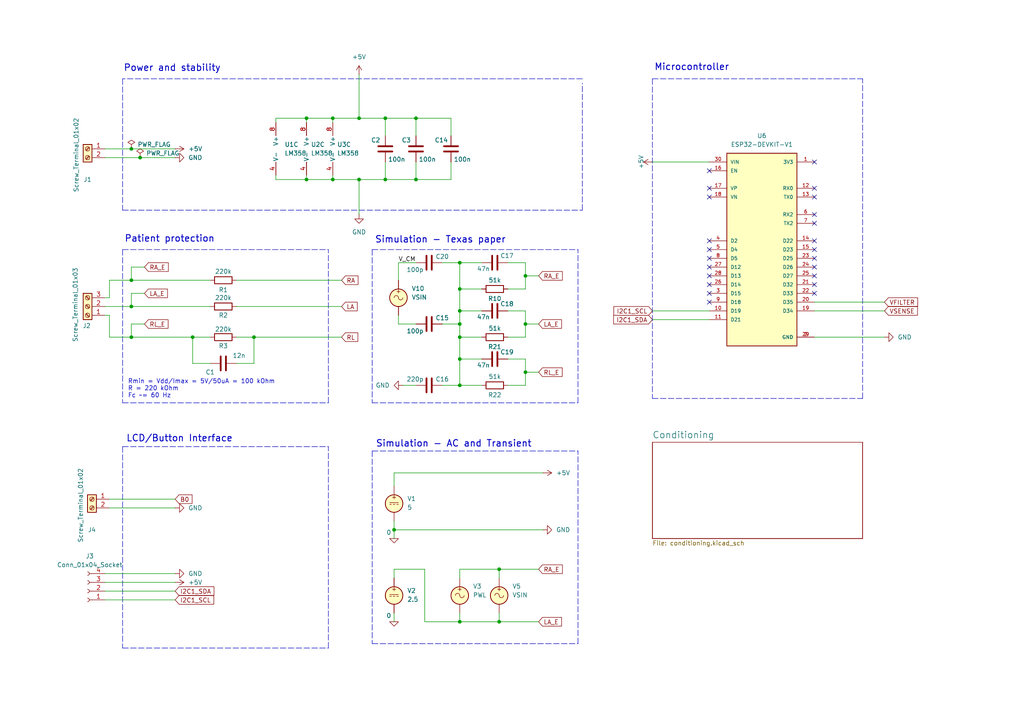
<source format=kicad_sch>
(kicad_sch
	(version 20250114)
	(generator "eeschema")
	(generator_version "9.0")
	(uuid "005e1540-3c15-41d0-bbe8-0e009585f0a2")
	(paper "A4")
	(lib_symbols
		(symbol "Amplifier_Operational:LM358"
			(pin_names
				(offset 0.127)
			)
			(exclude_from_sim no)
			(in_bom yes)
			(on_board yes)
			(property "Reference" "U"
				(at 0 5.08 0)
				(effects
					(font
						(size 1.27 1.27)
					)
					(justify left)
				)
			)
			(property "Value" "LM358"
				(at 0 -5.08 0)
				(effects
					(font
						(size 1.27 1.27)
					)
					(justify left)
				)
			)
			(property "Footprint" ""
				(at 0 0 0)
				(effects
					(font
						(size 1.27 1.27)
					)
					(hide yes)
				)
			)
			(property "Datasheet" "http://www.ti.com/lit/ds/symlink/lm2904-n.pdf"
				(at 0 0 0)
				(effects
					(font
						(size 1.27 1.27)
					)
					(hide yes)
				)
			)
			(property "Description" "Low-Power, Dual Operational Amplifiers, DIP-8/SOIC-8/TO-99-8"
				(at 0 0 0)
				(effects
					(font
						(size 1.27 1.27)
					)
					(hide yes)
				)
			)
			(property "ki_locked" ""
				(at 0 0 0)
				(effects
					(font
						(size 1.27 1.27)
					)
				)
			)
			(property "ki_keywords" "dual opamp"
				(at 0 0 0)
				(effects
					(font
						(size 1.27 1.27)
					)
					(hide yes)
				)
			)
			(property "ki_fp_filters" "SOIC*3.9x4.9mm*P1.27mm* DIP*W7.62mm* TO*99* OnSemi*Micro8* TSSOP*3x3mm*P0.65mm* TSSOP*4.4x3mm*P0.65mm* MSOP*3x3mm*P0.65mm* SSOP*3.9x4.9mm*P0.635mm* LFCSP*2x2mm*P0.5mm* *SIP* SOIC*5.3x6.2mm*P1.27mm*"
				(at 0 0 0)
				(effects
					(font
						(size 1.27 1.27)
					)
					(hide yes)
				)
			)
			(symbol "LM358_1_1"
				(polyline
					(pts
						(xy -5.08 5.08) (xy 5.08 0) (xy -5.08 -5.08) (xy -5.08 5.08)
					)
					(stroke
						(width 0.254)
						(type default)
					)
					(fill
						(type background)
					)
				)
				(pin input line
					(at -7.62 2.54 0)
					(length 2.54)
					(name "+"
						(effects
							(font
								(size 1.27 1.27)
							)
						)
					)
					(number "3"
						(effects
							(font
								(size 1.27 1.27)
							)
						)
					)
				)
				(pin input line
					(at -7.62 -2.54 0)
					(length 2.54)
					(name "-"
						(effects
							(font
								(size 1.27 1.27)
							)
						)
					)
					(number "2"
						(effects
							(font
								(size 1.27 1.27)
							)
						)
					)
				)
				(pin output line
					(at 7.62 0 180)
					(length 2.54)
					(name "~"
						(effects
							(font
								(size 1.27 1.27)
							)
						)
					)
					(number "1"
						(effects
							(font
								(size 1.27 1.27)
							)
						)
					)
				)
			)
			(symbol "LM358_2_1"
				(polyline
					(pts
						(xy -5.08 5.08) (xy 5.08 0) (xy -5.08 -5.08) (xy -5.08 5.08)
					)
					(stroke
						(width 0.254)
						(type default)
					)
					(fill
						(type background)
					)
				)
				(pin input line
					(at -7.62 2.54 0)
					(length 2.54)
					(name "+"
						(effects
							(font
								(size 1.27 1.27)
							)
						)
					)
					(number "5"
						(effects
							(font
								(size 1.27 1.27)
							)
						)
					)
				)
				(pin input line
					(at -7.62 -2.54 0)
					(length 2.54)
					(name "-"
						(effects
							(font
								(size 1.27 1.27)
							)
						)
					)
					(number "6"
						(effects
							(font
								(size 1.27 1.27)
							)
						)
					)
				)
				(pin output line
					(at 7.62 0 180)
					(length 2.54)
					(name "~"
						(effects
							(font
								(size 1.27 1.27)
							)
						)
					)
					(number "7"
						(effects
							(font
								(size 1.27 1.27)
							)
						)
					)
				)
			)
			(symbol "LM358_3_1"
				(pin power_in line
					(at -2.54 7.62 270)
					(length 3.81)
					(name "V+"
						(effects
							(font
								(size 1.27 1.27)
							)
						)
					)
					(number "8"
						(effects
							(font
								(size 1.27 1.27)
							)
						)
					)
				)
				(pin power_in line
					(at -2.54 -7.62 90)
					(length 3.81)
					(name "V-"
						(effects
							(font
								(size 1.27 1.27)
							)
						)
					)
					(number "4"
						(effects
							(font
								(size 1.27 1.27)
							)
						)
					)
				)
			)
			(embedded_fonts no)
		)
		(symbol "Connector:Conn_01x04_Socket"
			(pin_names
				(offset 1.016)
				(hide yes)
			)
			(exclude_from_sim no)
			(in_bom yes)
			(on_board yes)
			(property "Reference" "J"
				(at 0 5.08 0)
				(effects
					(font
						(size 1.27 1.27)
					)
				)
			)
			(property "Value" "Conn_01x04_Socket"
				(at 0 -7.62 0)
				(effects
					(font
						(size 1.27 1.27)
					)
				)
			)
			(property "Footprint" ""
				(at 0 0 0)
				(effects
					(font
						(size 1.27 1.27)
					)
					(hide yes)
				)
			)
			(property "Datasheet" "~"
				(at 0 0 0)
				(effects
					(font
						(size 1.27 1.27)
					)
					(hide yes)
				)
			)
			(property "Description" "Generic connector, single row, 01x04, script generated"
				(at 0 0 0)
				(effects
					(font
						(size 1.27 1.27)
					)
					(hide yes)
				)
			)
			(property "ki_locked" ""
				(at 0 0 0)
				(effects
					(font
						(size 1.27 1.27)
					)
				)
			)
			(property "ki_keywords" "connector"
				(at 0 0 0)
				(effects
					(font
						(size 1.27 1.27)
					)
					(hide yes)
				)
			)
			(property "ki_fp_filters" "Connector*:*_1x??_*"
				(at 0 0 0)
				(effects
					(font
						(size 1.27 1.27)
					)
					(hide yes)
				)
			)
			(symbol "Conn_01x04_Socket_1_1"
				(polyline
					(pts
						(xy -1.27 2.54) (xy -0.508 2.54)
					)
					(stroke
						(width 0.1524)
						(type default)
					)
					(fill
						(type none)
					)
				)
				(polyline
					(pts
						(xy -1.27 0) (xy -0.508 0)
					)
					(stroke
						(width 0.1524)
						(type default)
					)
					(fill
						(type none)
					)
				)
				(polyline
					(pts
						(xy -1.27 -2.54) (xy -0.508 -2.54)
					)
					(stroke
						(width 0.1524)
						(type default)
					)
					(fill
						(type none)
					)
				)
				(polyline
					(pts
						(xy -1.27 -5.08) (xy -0.508 -5.08)
					)
					(stroke
						(width 0.1524)
						(type default)
					)
					(fill
						(type none)
					)
				)
				(arc
					(start 0 2.032)
					(mid -0.5058 2.54)
					(end 0 3.048)
					(stroke
						(width 0.1524)
						(type default)
					)
					(fill
						(type none)
					)
				)
				(arc
					(start 0 -0.508)
					(mid -0.5058 0)
					(end 0 0.508)
					(stroke
						(width 0.1524)
						(type default)
					)
					(fill
						(type none)
					)
				)
				(arc
					(start 0 -3.048)
					(mid -0.5058 -2.54)
					(end 0 -2.032)
					(stroke
						(width 0.1524)
						(type default)
					)
					(fill
						(type none)
					)
				)
				(arc
					(start 0 -5.588)
					(mid -0.5058 -5.08)
					(end 0 -4.572)
					(stroke
						(width 0.1524)
						(type default)
					)
					(fill
						(type none)
					)
				)
				(pin passive line
					(at -5.08 2.54 0)
					(length 3.81)
					(name "Pin_1"
						(effects
							(font
								(size 1.27 1.27)
							)
						)
					)
					(number "1"
						(effects
							(font
								(size 1.27 1.27)
							)
						)
					)
				)
				(pin passive line
					(at -5.08 0 0)
					(length 3.81)
					(name "Pin_2"
						(effects
							(font
								(size 1.27 1.27)
							)
						)
					)
					(number "2"
						(effects
							(font
								(size 1.27 1.27)
							)
						)
					)
				)
				(pin passive line
					(at -5.08 -2.54 0)
					(length 3.81)
					(name "Pin_3"
						(effects
							(font
								(size 1.27 1.27)
							)
						)
					)
					(number "3"
						(effects
							(font
								(size 1.27 1.27)
							)
						)
					)
				)
				(pin passive line
					(at -5.08 -5.08 0)
					(length 3.81)
					(name "Pin_4"
						(effects
							(font
								(size 1.27 1.27)
							)
						)
					)
					(number "4"
						(effects
							(font
								(size 1.27 1.27)
							)
						)
					)
				)
			)
			(embedded_fonts no)
		)
		(symbol "Connector:Screw_Terminal_01x02"
			(pin_names
				(offset 1.016)
				(hide yes)
			)
			(exclude_from_sim no)
			(in_bom yes)
			(on_board yes)
			(property "Reference" "J"
				(at 0 2.54 0)
				(effects
					(font
						(size 1.27 1.27)
					)
				)
			)
			(property "Value" "Screw_Terminal_01x02"
				(at 0 -5.08 0)
				(effects
					(font
						(size 1.27 1.27)
					)
				)
			)
			(property "Footprint" ""
				(at 0 0 0)
				(effects
					(font
						(size 1.27 1.27)
					)
					(hide yes)
				)
			)
			(property "Datasheet" "~"
				(at 0 0 0)
				(effects
					(font
						(size 1.27 1.27)
					)
					(hide yes)
				)
			)
			(property "Description" "Generic screw terminal, single row, 01x02, script generated (kicad-library-utils/schlib/autogen/connector/)"
				(at 0 0 0)
				(effects
					(font
						(size 1.27 1.27)
					)
					(hide yes)
				)
			)
			(property "ki_keywords" "screw terminal"
				(at 0 0 0)
				(effects
					(font
						(size 1.27 1.27)
					)
					(hide yes)
				)
			)
			(property "ki_fp_filters" "TerminalBlock*:*"
				(at 0 0 0)
				(effects
					(font
						(size 1.27 1.27)
					)
					(hide yes)
				)
			)
			(symbol "Screw_Terminal_01x02_1_1"
				(rectangle
					(start -1.27 1.27)
					(end 1.27 -3.81)
					(stroke
						(width 0.254)
						(type default)
					)
					(fill
						(type background)
					)
				)
				(polyline
					(pts
						(xy -0.5334 0.3302) (xy 0.3302 -0.508)
					)
					(stroke
						(width 0.1524)
						(type default)
					)
					(fill
						(type none)
					)
				)
				(polyline
					(pts
						(xy -0.5334 -2.2098) (xy 0.3302 -3.048)
					)
					(stroke
						(width 0.1524)
						(type default)
					)
					(fill
						(type none)
					)
				)
				(polyline
					(pts
						(xy -0.3556 0.508) (xy 0.508 -0.3302)
					)
					(stroke
						(width 0.1524)
						(type default)
					)
					(fill
						(type none)
					)
				)
				(polyline
					(pts
						(xy -0.3556 -2.032) (xy 0.508 -2.8702)
					)
					(stroke
						(width 0.1524)
						(type default)
					)
					(fill
						(type none)
					)
				)
				(circle
					(center 0 0)
					(radius 0.635)
					(stroke
						(width 0.1524)
						(type default)
					)
					(fill
						(type none)
					)
				)
				(circle
					(center 0 -2.54)
					(radius 0.635)
					(stroke
						(width 0.1524)
						(type default)
					)
					(fill
						(type none)
					)
				)
				(pin passive line
					(at -5.08 0 0)
					(length 3.81)
					(name "Pin_1"
						(effects
							(font
								(size 1.27 1.27)
							)
						)
					)
					(number "1"
						(effects
							(font
								(size 1.27 1.27)
							)
						)
					)
				)
				(pin passive line
					(at -5.08 -2.54 0)
					(length 3.81)
					(name "Pin_2"
						(effects
							(font
								(size 1.27 1.27)
							)
						)
					)
					(number "2"
						(effects
							(font
								(size 1.27 1.27)
							)
						)
					)
				)
			)
			(embedded_fonts no)
		)
		(symbol "Connector:Screw_Terminal_01x03"
			(pin_names
				(offset 1.016)
				(hide yes)
			)
			(exclude_from_sim no)
			(in_bom yes)
			(on_board yes)
			(property "Reference" "J"
				(at 0 5.08 0)
				(effects
					(font
						(size 1.27 1.27)
					)
				)
			)
			(property "Value" "Screw_Terminal_01x03"
				(at 0 -5.08 0)
				(effects
					(font
						(size 1.27 1.27)
					)
				)
			)
			(property "Footprint" ""
				(at 0 0 0)
				(effects
					(font
						(size 1.27 1.27)
					)
					(hide yes)
				)
			)
			(property "Datasheet" "~"
				(at 0 0 0)
				(effects
					(font
						(size 1.27 1.27)
					)
					(hide yes)
				)
			)
			(property "Description" "Generic screw terminal, single row, 01x03, script generated (kicad-library-utils/schlib/autogen/connector/)"
				(at 0 0 0)
				(effects
					(font
						(size 1.27 1.27)
					)
					(hide yes)
				)
			)
			(property "ki_keywords" "screw terminal"
				(at 0 0 0)
				(effects
					(font
						(size 1.27 1.27)
					)
					(hide yes)
				)
			)
			(property "ki_fp_filters" "TerminalBlock*:*"
				(at 0 0 0)
				(effects
					(font
						(size 1.27 1.27)
					)
					(hide yes)
				)
			)
			(symbol "Screw_Terminal_01x03_1_1"
				(rectangle
					(start -1.27 3.81)
					(end 1.27 -3.81)
					(stroke
						(width 0.254)
						(type default)
					)
					(fill
						(type background)
					)
				)
				(polyline
					(pts
						(xy -0.5334 2.8702) (xy 0.3302 2.032)
					)
					(stroke
						(width 0.1524)
						(type default)
					)
					(fill
						(type none)
					)
				)
				(polyline
					(pts
						(xy -0.5334 0.3302) (xy 0.3302 -0.508)
					)
					(stroke
						(width 0.1524)
						(type default)
					)
					(fill
						(type none)
					)
				)
				(polyline
					(pts
						(xy -0.5334 -2.2098) (xy 0.3302 -3.048)
					)
					(stroke
						(width 0.1524)
						(type default)
					)
					(fill
						(type none)
					)
				)
				(polyline
					(pts
						(xy -0.3556 3.048) (xy 0.508 2.2098)
					)
					(stroke
						(width 0.1524)
						(type default)
					)
					(fill
						(type none)
					)
				)
				(polyline
					(pts
						(xy -0.3556 0.508) (xy 0.508 -0.3302)
					)
					(stroke
						(width 0.1524)
						(type default)
					)
					(fill
						(type none)
					)
				)
				(polyline
					(pts
						(xy -0.3556 -2.032) (xy 0.508 -2.8702)
					)
					(stroke
						(width 0.1524)
						(type default)
					)
					(fill
						(type none)
					)
				)
				(circle
					(center 0 2.54)
					(radius 0.635)
					(stroke
						(width 0.1524)
						(type default)
					)
					(fill
						(type none)
					)
				)
				(circle
					(center 0 0)
					(radius 0.635)
					(stroke
						(width 0.1524)
						(type default)
					)
					(fill
						(type none)
					)
				)
				(circle
					(center 0 -2.54)
					(radius 0.635)
					(stroke
						(width 0.1524)
						(type default)
					)
					(fill
						(type none)
					)
				)
				(pin passive line
					(at -5.08 2.54 0)
					(length 3.81)
					(name "Pin_1"
						(effects
							(font
								(size 1.27 1.27)
							)
						)
					)
					(number "1"
						(effects
							(font
								(size 1.27 1.27)
							)
						)
					)
				)
				(pin passive line
					(at -5.08 0 0)
					(length 3.81)
					(name "Pin_2"
						(effects
							(font
								(size 1.27 1.27)
							)
						)
					)
					(number "2"
						(effects
							(font
								(size 1.27 1.27)
							)
						)
					)
				)
				(pin passive line
					(at -5.08 -2.54 0)
					(length 3.81)
					(name "Pin_3"
						(effects
							(font
								(size 1.27 1.27)
							)
						)
					)
					(number "3"
						(effects
							(font
								(size 1.27 1.27)
							)
						)
					)
				)
			)
			(embedded_fonts no)
		)
		(symbol "Device:C"
			(pin_numbers
				(hide yes)
			)
			(pin_names
				(offset 0.254)
			)
			(exclude_from_sim no)
			(in_bom yes)
			(on_board yes)
			(property "Reference" "C"
				(at 0.635 2.54 0)
				(effects
					(font
						(size 1.27 1.27)
					)
					(justify left)
				)
			)
			(property "Value" "C"
				(at 0.635 -2.54 0)
				(effects
					(font
						(size 1.27 1.27)
					)
					(justify left)
				)
			)
			(property "Footprint" ""
				(at 0.9652 -3.81 0)
				(effects
					(font
						(size 1.27 1.27)
					)
					(hide yes)
				)
			)
			(property "Datasheet" "~"
				(at 0 0 0)
				(effects
					(font
						(size 1.27 1.27)
					)
					(hide yes)
				)
			)
			(property "Description" "Unpolarized capacitor"
				(at 0 0 0)
				(effects
					(font
						(size 1.27 1.27)
					)
					(hide yes)
				)
			)
			(property "ki_keywords" "cap capacitor"
				(at 0 0 0)
				(effects
					(font
						(size 1.27 1.27)
					)
					(hide yes)
				)
			)
			(property "ki_fp_filters" "C_*"
				(at 0 0 0)
				(effects
					(font
						(size 1.27 1.27)
					)
					(hide yes)
				)
			)
			(symbol "C_0_1"
				(polyline
					(pts
						(xy -2.032 0.762) (xy 2.032 0.762)
					)
					(stroke
						(width 0.508)
						(type default)
					)
					(fill
						(type none)
					)
				)
				(polyline
					(pts
						(xy -2.032 -0.762) (xy 2.032 -0.762)
					)
					(stroke
						(width 0.508)
						(type default)
					)
					(fill
						(type none)
					)
				)
			)
			(symbol "C_1_1"
				(pin passive line
					(at 0 3.81 270)
					(length 2.794)
					(name "~"
						(effects
							(font
								(size 1.27 1.27)
							)
						)
					)
					(number "1"
						(effects
							(font
								(size 1.27 1.27)
							)
						)
					)
				)
				(pin passive line
					(at 0 -3.81 90)
					(length 2.794)
					(name "~"
						(effects
							(font
								(size 1.27 1.27)
							)
						)
					)
					(number "2"
						(effects
							(font
								(size 1.27 1.27)
							)
						)
					)
				)
			)
			(embedded_fonts no)
		)
		(symbol "Device:R"
			(pin_numbers
				(hide yes)
			)
			(pin_names
				(offset 0)
			)
			(exclude_from_sim no)
			(in_bom yes)
			(on_board yes)
			(property "Reference" "R"
				(at 2.032 0 90)
				(effects
					(font
						(size 1.27 1.27)
					)
				)
			)
			(property "Value" "R"
				(at 0 0 90)
				(effects
					(font
						(size 1.27 1.27)
					)
				)
			)
			(property "Footprint" ""
				(at -1.778 0 90)
				(effects
					(font
						(size 1.27 1.27)
					)
					(hide yes)
				)
			)
			(property "Datasheet" "~"
				(at 0 0 0)
				(effects
					(font
						(size 1.27 1.27)
					)
					(hide yes)
				)
			)
			(property "Description" "Resistor"
				(at 0 0 0)
				(effects
					(font
						(size 1.27 1.27)
					)
					(hide yes)
				)
			)
			(property "ki_keywords" "R res resistor"
				(at 0 0 0)
				(effects
					(font
						(size 1.27 1.27)
					)
					(hide yes)
				)
			)
			(property "ki_fp_filters" "R_*"
				(at 0 0 0)
				(effects
					(font
						(size 1.27 1.27)
					)
					(hide yes)
				)
			)
			(symbol "R_0_1"
				(rectangle
					(start -1.016 -2.54)
					(end 1.016 2.54)
					(stroke
						(width 0.254)
						(type default)
					)
					(fill
						(type none)
					)
				)
			)
			(symbol "R_1_1"
				(pin passive line
					(at 0 3.81 270)
					(length 1.27)
					(name "~"
						(effects
							(font
								(size 1.27 1.27)
							)
						)
					)
					(number "1"
						(effects
							(font
								(size 1.27 1.27)
							)
						)
					)
				)
				(pin passive line
					(at 0 -3.81 90)
					(length 1.27)
					(name "~"
						(effects
							(font
								(size 1.27 1.27)
							)
						)
					)
					(number "2"
						(effects
							(font
								(size 1.27 1.27)
							)
						)
					)
				)
			)
			(embedded_fonts no)
		)
		(symbol "ESP32-DEVKIT-V1:ESP32-DEVKIT-V1"
			(pin_names
				(offset 1.016)
			)
			(exclude_from_sim no)
			(in_bom yes)
			(on_board yes)
			(property "Reference" "U"
				(at -10.16 30.48 0)
				(effects
					(font
						(size 1.27 1.27)
					)
					(justify left top)
				)
			)
			(property "Value" "ESP32-DEVKIT-V1"
				(at -10.16 -30.48 0)
				(effects
					(font
						(size 1.27 1.27)
					)
					(justify left bottom)
				)
			)
			(property "Footprint" "ESP32-DEVKIT-V1:MODULE_ESP32_DEVKIT_V1"
				(at 0 0 0)
				(effects
					(font
						(size 1.27 1.27)
					)
					(justify bottom)
					(hide yes)
				)
			)
			(property "Datasheet" ""
				(at 0 0 0)
				(effects
					(font
						(size 1.27 1.27)
					)
					(hide yes)
				)
			)
			(property "Description" ""
				(at 0 0 0)
				(effects
					(font
						(size 1.27 1.27)
					)
					(hide yes)
				)
			)
			(property "MF" "Do it"
				(at 0 0 0)
				(effects
					(font
						(size 1.27 1.27)
					)
					(justify bottom)
					(hide yes)
				)
			)
			(property "MAXIMUM_PACKAGE_HEIGHT" "6.8 mm"
				(at 0 0 0)
				(effects
					(font
						(size 1.27 1.27)
					)
					(justify bottom)
					(hide yes)
				)
			)
			(property "Package" "None"
				(at 0 0 0)
				(effects
					(font
						(size 1.27 1.27)
					)
					(justify bottom)
					(hide yes)
				)
			)
			(property "Price" "None"
				(at 0 0 0)
				(effects
					(font
						(size 1.27 1.27)
					)
					(justify bottom)
					(hide yes)
				)
			)
			(property "Check_prices" "https://www.snapeda.com/parts/ESP32-DEVKIT-V1/Do+it/view-part/?ref=eda"
				(at 0 0 0)
				(effects
					(font
						(size 1.27 1.27)
					)
					(justify bottom)
					(hide yes)
				)
			)
			(property "STANDARD" "Manufacturer Recommendations"
				(at 0 0 0)
				(effects
					(font
						(size 1.27 1.27)
					)
					(justify bottom)
					(hide yes)
				)
			)
			(property "PARTREV" "N/A"
				(at 0 0 0)
				(effects
					(font
						(size 1.27 1.27)
					)
					(justify bottom)
					(hide yes)
				)
			)
			(property "SnapEDA_Link" "https://www.snapeda.com/parts/ESP32-DEVKIT-V1/Do+it/view-part/?ref=snap"
				(at 0 0 0)
				(effects
					(font
						(size 1.27 1.27)
					)
					(justify bottom)
					(hide yes)
				)
			)
			(property "MP" "ESP32-DEVKIT-V1"
				(at 0 0 0)
				(effects
					(font
						(size 1.27 1.27)
					)
					(justify bottom)
					(hide yes)
				)
			)
			(property "Description_1" "Dual core, Wi-Fi: 2.4 GHz up to 150 Mbits/s,BLE (Bluetooth Low Energy) and legacy Bluetooth, 32 bits, Up to 240 MHz"
				(at 0 0 0)
				(effects
					(font
						(size 1.27 1.27)
					)
					(justify bottom)
					(hide yes)
				)
			)
			(property "Availability" "Not in stock"
				(at 0 0 0)
				(effects
					(font
						(size 1.27 1.27)
					)
					(justify bottom)
					(hide yes)
				)
			)
			(property "MANUFACTURER" "DOIT"
				(at 0 0 0)
				(effects
					(font
						(size 1.27 1.27)
					)
					(justify bottom)
					(hide yes)
				)
			)
			(symbol "ESP32-DEVKIT-V1_0_0"
				(rectangle
					(start -10.16 -27.94)
					(end 10.16 27.94)
					(stroke
						(width 0.254)
						(type default)
					)
					(fill
						(type background)
					)
				)
				(pin input line
					(at -15.24 25.4 0)
					(length 5.08)
					(name "VIN"
						(effects
							(font
								(size 1.016 1.016)
							)
						)
					)
					(number "30"
						(effects
							(font
								(size 1.016 1.016)
							)
						)
					)
				)
				(pin input line
					(at -15.24 22.86 0)
					(length 5.08)
					(name "EN"
						(effects
							(font
								(size 1.016 1.016)
							)
						)
					)
					(number "16"
						(effects
							(font
								(size 1.016 1.016)
							)
						)
					)
				)
				(pin bidirectional line
					(at -15.24 17.78 0)
					(length 5.08)
					(name "VP"
						(effects
							(font
								(size 1.016 1.016)
							)
						)
					)
					(number "17"
						(effects
							(font
								(size 1.016 1.016)
							)
						)
					)
				)
				(pin bidirectional line
					(at -15.24 15.24 0)
					(length 5.08)
					(name "VN"
						(effects
							(font
								(size 1.016 1.016)
							)
						)
					)
					(number "18"
						(effects
							(font
								(size 1.016 1.016)
							)
						)
					)
				)
				(pin bidirectional line
					(at -15.24 2.54 0)
					(length 5.08)
					(name "D2"
						(effects
							(font
								(size 1.016 1.016)
							)
						)
					)
					(number "4"
						(effects
							(font
								(size 1.016 1.016)
							)
						)
					)
				)
				(pin bidirectional line
					(at -15.24 0 0)
					(length 5.08)
					(name "D4"
						(effects
							(font
								(size 1.016 1.016)
							)
						)
					)
					(number "5"
						(effects
							(font
								(size 1.016 1.016)
							)
						)
					)
				)
				(pin bidirectional line
					(at -15.24 -2.54 0)
					(length 5.08)
					(name "D5"
						(effects
							(font
								(size 1.016 1.016)
							)
						)
					)
					(number "8"
						(effects
							(font
								(size 1.016 1.016)
							)
						)
					)
				)
				(pin bidirectional line
					(at -15.24 -5.08 0)
					(length 5.08)
					(name "D12"
						(effects
							(font
								(size 1.016 1.016)
							)
						)
					)
					(number "27"
						(effects
							(font
								(size 1.016 1.016)
							)
						)
					)
				)
				(pin bidirectional line
					(at -15.24 -7.62 0)
					(length 5.08)
					(name "D13"
						(effects
							(font
								(size 1.016 1.016)
							)
						)
					)
					(number "28"
						(effects
							(font
								(size 1.016 1.016)
							)
						)
					)
				)
				(pin bidirectional line
					(at -15.24 -10.16 0)
					(length 5.08)
					(name "D14"
						(effects
							(font
								(size 1.016 1.016)
							)
						)
					)
					(number "26"
						(effects
							(font
								(size 1.016 1.016)
							)
						)
					)
				)
				(pin bidirectional line
					(at -15.24 -12.7 0)
					(length 5.08)
					(name "D15"
						(effects
							(font
								(size 1.016 1.016)
							)
						)
					)
					(number "3"
						(effects
							(font
								(size 1.016 1.016)
							)
						)
					)
				)
				(pin bidirectional line
					(at -15.24 -15.24 0)
					(length 5.08)
					(name "D18"
						(effects
							(font
								(size 1.016 1.016)
							)
						)
					)
					(number "9"
						(effects
							(font
								(size 1.016 1.016)
							)
						)
					)
				)
				(pin bidirectional line
					(at -15.24 -17.78 0)
					(length 5.08)
					(name "D19"
						(effects
							(font
								(size 1.016 1.016)
							)
						)
					)
					(number "10"
						(effects
							(font
								(size 1.016 1.016)
							)
						)
					)
				)
				(pin bidirectional line
					(at -15.24 -20.32 0)
					(length 5.08)
					(name "D21"
						(effects
							(font
								(size 1.016 1.016)
							)
						)
					)
					(number "11"
						(effects
							(font
								(size 1.016 1.016)
							)
						)
					)
				)
				(pin output line
					(at 15.24 25.4 180)
					(length 5.08)
					(name "3V3"
						(effects
							(font
								(size 1.016 1.016)
							)
						)
					)
					(number "1"
						(effects
							(font
								(size 1.016 1.016)
							)
						)
					)
				)
				(pin input line
					(at 15.24 17.78 180)
					(length 5.08)
					(name "RX0"
						(effects
							(font
								(size 1.016 1.016)
							)
						)
					)
					(number "12"
						(effects
							(font
								(size 1.016 1.016)
							)
						)
					)
				)
				(pin output line
					(at 15.24 15.24 180)
					(length 5.08)
					(name "TX0"
						(effects
							(font
								(size 1.016 1.016)
							)
						)
					)
					(number "13"
						(effects
							(font
								(size 1.016 1.016)
							)
						)
					)
				)
				(pin input line
					(at 15.24 10.16 180)
					(length 5.08)
					(name "RX2"
						(effects
							(font
								(size 1.016 1.016)
							)
						)
					)
					(number "6"
						(effects
							(font
								(size 1.016 1.016)
							)
						)
					)
				)
				(pin output line
					(at 15.24 7.62 180)
					(length 5.08)
					(name "TX2"
						(effects
							(font
								(size 1.016 1.016)
							)
						)
					)
					(number "7"
						(effects
							(font
								(size 1.016 1.016)
							)
						)
					)
				)
				(pin bidirectional line
					(at 15.24 2.54 180)
					(length 5.08)
					(name "D22"
						(effects
							(font
								(size 1.016 1.016)
							)
						)
					)
					(number "14"
						(effects
							(font
								(size 1.016 1.016)
							)
						)
					)
				)
				(pin bidirectional line
					(at 15.24 0 180)
					(length 5.08)
					(name "D23"
						(effects
							(font
								(size 1.016 1.016)
							)
						)
					)
					(number "15"
						(effects
							(font
								(size 1.016 1.016)
							)
						)
					)
				)
				(pin bidirectional line
					(at 15.24 -2.54 180)
					(length 5.08)
					(name "D25"
						(effects
							(font
								(size 1.016 1.016)
							)
						)
					)
					(number "23"
						(effects
							(font
								(size 1.016 1.016)
							)
						)
					)
				)
				(pin bidirectional line
					(at 15.24 -5.08 180)
					(length 5.08)
					(name "D26"
						(effects
							(font
								(size 1.016 1.016)
							)
						)
					)
					(number "24"
						(effects
							(font
								(size 1.016 1.016)
							)
						)
					)
				)
				(pin bidirectional line
					(at 15.24 -7.62 180)
					(length 5.08)
					(name "D27"
						(effects
							(font
								(size 1.016 1.016)
							)
						)
					)
					(number "25"
						(effects
							(font
								(size 1.016 1.016)
							)
						)
					)
				)
				(pin bidirectional line
					(at 15.24 -10.16 180)
					(length 5.08)
					(name "D32"
						(effects
							(font
								(size 1.016 1.016)
							)
						)
					)
					(number "21"
						(effects
							(font
								(size 1.016 1.016)
							)
						)
					)
				)
				(pin bidirectional line
					(at 15.24 -12.7 180)
					(length 5.08)
					(name "D33"
						(effects
							(font
								(size 1.016 1.016)
							)
						)
					)
					(number "22"
						(effects
							(font
								(size 1.016 1.016)
							)
						)
					)
				)
				(pin bidirectional line
					(at 15.24 -15.24 180)
					(length 5.08)
					(name "D35"
						(effects
							(font
								(size 1.016 1.016)
							)
						)
					)
					(number "20"
						(effects
							(font
								(size 1.016 1.016)
							)
						)
					)
				)
				(pin bidirectional line
					(at 15.24 -17.78 180)
					(length 5.08)
					(name "D34"
						(effects
							(font
								(size 1.016 1.016)
							)
						)
					)
					(number "19"
						(effects
							(font
								(size 1.016 1.016)
							)
						)
					)
				)
				(pin power_in line
					(at 15.24 -25.4 180)
					(length 5.08)
					(name "GND"
						(effects
							(font
								(size 1.016 1.016)
							)
						)
					)
					(number "2"
						(effects
							(font
								(size 1.016 1.016)
							)
						)
					)
				)
				(pin power_in line
					(at 15.24 -25.4 180)
					(length 5.08)
					(name "GND"
						(effects
							(font
								(size 1.016 1.016)
							)
						)
					)
					(number "29"
						(effects
							(font
								(size 1.016 1.016)
							)
						)
					)
				)
			)
			(embedded_fonts no)
		)
		(symbol "Simulation_SPICE:0"
			(power)
			(pin_numbers
				(hide yes)
			)
			(pin_names
				(offset 0)
				(hide yes)
			)
			(exclude_from_sim no)
			(in_bom yes)
			(on_board yes)
			(property "Reference" "#GND"
				(at 0 -5.08 0)
				(effects
					(font
						(size 1.27 1.27)
					)
					(hide yes)
				)
			)
			(property "Value" "0"
				(at 0 -2.54 0)
				(effects
					(font
						(size 1.27 1.27)
					)
				)
			)
			(property "Footprint" ""
				(at 0 0 0)
				(effects
					(font
						(size 1.27 1.27)
					)
					(hide yes)
				)
			)
			(property "Datasheet" "https://ngspice.sourceforge.io/docs/ngspice-html-manual/manual.xhtml#subsec_Circuit_elements__device"
				(at 0 -10.16 0)
				(effects
					(font
						(size 1.27 1.27)
					)
					(hide yes)
				)
			)
			(property "Description" "0V reference potential for simulation"
				(at 0 -7.62 0)
				(effects
					(font
						(size 1.27 1.27)
					)
					(hide yes)
				)
			)
			(property "ki_keywords" "simulation"
				(at 0 0 0)
				(effects
					(font
						(size 1.27 1.27)
					)
					(hide yes)
				)
			)
			(symbol "0_0_1"
				(polyline
					(pts
						(xy -1.27 0) (xy 0 -1.27) (xy 1.27 0) (xy -1.27 0)
					)
					(stroke
						(width 0)
						(type default)
					)
					(fill
						(type none)
					)
				)
			)
			(symbol "0_1_1"
				(pin power_in line
					(at 0 0 0)
					(length 0)
					(name "~"
						(effects
							(font
								(size 1.016 1.016)
							)
						)
					)
					(number "1"
						(effects
							(font
								(size 1.016 1.016)
							)
						)
					)
				)
			)
			(embedded_fonts no)
		)
		(symbol "Simulation_SPICE:VDC"
			(pin_numbers
				(hide yes)
			)
			(pin_names
				(offset 0.0254)
			)
			(exclude_from_sim no)
			(in_bom yes)
			(on_board yes)
			(property "Reference" "V"
				(at 2.54 2.54 0)
				(effects
					(font
						(size 1.27 1.27)
					)
					(justify left)
				)
			)
			(property "Value" "1"
				(at 2.54 0 0)
				(effects
					(font
						(size 1.27 1.27)
					)
					(justify left)
				)
			)
			(property "Footprint" ""
				(at 0 0 0)
				(effects
					(font
						(size 1.27 1.27)
					)
					(hide yes)
				)
			)
			(property "Datasheet" "https://ngspice.sourceforge.io/docs/ngspice-html-manual/manual.xhtml#sec_Independent_Sources_for"
				(at 0 0 0)
				(effects
					(font
						(size 1.27 1.27)
					)
					(hide yes)
				)
			)
			(property "Description" "Voltage source, DC"
				(at 0 0 0)
				(effects
					(font
						(size 1.27 1.27)
					)
					(hide yes)
				)
			)
			(property "Sim.Pins" "1=+ 2=-"
				(at 0 0 0)
				(effects
					(font
						(size 1.27 1.27)
					)
					(hide yes)
				)
			)
			(property "Sim.Type" "DC"
				(at 0 0 0)
				(effects
					(font
						(size 1.27 1.27)
					)
					(hide yes)
				)
			)
			(property "Sim.Device" "V"
				(at 0 0 0)
				(effects
					(font
						(size 1.27 1.27)
					)
					(justify left)
					(hide yes)
				)
			)
			(property "ki_keywords" "simulation"
				(at 0 0 0)
				(effects
					(font
						(size 1.27 1.27)
					)
					(hide yes)
				)
			)
			(symbol "VDC_0_0"
				(polyline
					(pts
						(xy -1.27 0.254) (xy 1.27 0.254)
					)
					(stroke
						(width 0)
						(type default)
					)
					(fill
						(type none)
					)
				)
				(polyline
					(pts
						(xy -0.762 -0.254) (xy -1.27 -0.254)
					)
					(stroke
						(width 0)
						(type default)
					)
					(fill
						(type none)
					)
				)
				(polyline
					(pts
						(xy 0.254 -0.254) (xy -0.254 -0.254)
					)
					(stroke
						(width 0)
						(type default)
					)
					(fill
						(type none)
					)
				)
				(polyline
					(pts
						(xy 1.27 -0.254) (xy 0.762 -0.254)
					)
					(stroke
						(width 0)
						(type default)
					)
					(fill
						(type none)
					)
				)
				(text "+"
					(at 0 1.905 0)
					(effects
						(font
							(size 1.27 1.27)
						)
					)
				)
			)
			(symbol "VDC_0_1"
				(circle
					(center 0 0)
					(radius 2.54)
					(stroke
						(width 0.254)
						(type default)
					)
					(fill
						(type background)
					)
				)
			)
			(symbol "VDC_1_1"
				(pin passive line
					(at 0 5.08 270)
					(length 2.54)
					(name "~"
						(effects
							(font
								(size 1.27 1.27)
							)
						)
					)
					(number "1"
						(effects
							(font
								(size 1.27 1.27)
							)
						)
					)
				)
				(pin passive line
					(at 0 -5.08 90)
					(length 2.54)
					(name "~"
						(effects
							(font
								(size 1.27 1.27)
							)
						)
					)
					(number "2"
						(effects
							(font
								(size 1.27 1.27)
							)
						)
					)
				)
			)
			(embedded_fonts no)
		)
		(symbol "Simulation_SPICE:VSIN"
			(pin_numbers
				(hide yes)
			)
			(pin_names
				(offset 0.0254)
			)
			(exclude_from_sim no)
			(in_bom yes)
			(on_board yes)
			(property "Reference" "V"
				(at 2.54 2.54 0)
				(effects
					(font
						(size 1.27 1.27)
					)
					(justify left)
				)
			)
			(property "Value" "VSIN"
				(at 2.54 0 0)
				(effects
					(font
						(size 1.27 1.27)
					)
					(justify left)
				)
			)
			(property "Footprint" ""
				(at 0 0 0)
				(effects
					(font
						(size 1.27 1.27)
					)
					(hide yes)
				)
			)
			(property "Datasheet" "https://ngspice.sourceforge.io/docs/ngspice-html-manual/manual.xhtml#sec_Independent_Sources_for"
				(at 0 0 0)
				(effects
					(font
						(size 1.27 1.27)
					)
					(hide yes)
				)
			)
			(property "Description" "Voltage source, sinusoidal"
				(at 0 0 0)
				(effects
					(font
						(size 1.27 1.27)
					)
					(hide yes)
				)
			)
			(property "Sim.Pins" "1=+ 2=-"
				(at 0 0 0)
				(effects
					(font
						(size 1.27 1.27)
					)
					(hide yes)
				)
			)
			(property "Sim.Params" "dc=0 ampl=1 f=1k ac=1"
				(at 2.54 -2.54 0)
				(effects
					(font
						(size 1.27 1.27)
					)
					(justify left)
				)
			)
			(property "Sim.Type" "SIN"
				(at 0 0 0)
				(effects
					(font
						(size 1.27 1.27)
					)
					(hide yes)
				)
			)
			(property "Sim.Device" "V"
				(at 0 0 0)
				(effects
					(font
						(size 1.27 1.27)
					)
					(justify left)
					(hide yes)
				)
			)
			(property "ki_keywords" "simulation ac vac"
				(at 0 0 0)
				(effects
					(font
						(size 1.27 1.27)
					)
					(hide yes)
				)
			)
			(symbol "VSIN_0_0"
				(arc
					(start -1.27 0)
					(mid -0.635 0.6323)
					(end 0 0)
					(stroke
						(width 0)
						(type default)
					)
					(fill
						(type none)
					)
				)
				(arc
					(start 1.27 0)
					(mid 0.635 -0.6323)
					(end 0 0)
					(stroke
						(width 0)
						(type default)
					)
					(fill
						(type none)
					)
				)
				(text "+"
					(at 0 1.905 0)
					(effects
						(font
							(size 1.27 1.27)
						)
					)
				)
			)
			(symbol "VSIN_0_1"
				(circle
					(center 0 0)
					(radius 2.54)
					(stroke
						(width 0.254)
						(type default)
					)
					(fill
						(type background)
					)
				)
			)
			(symbol "VSIN_1_1"
				(pin passive line
					(at 0 5.08 270)
					(length 2.54)
					(name "~"
						(effects
							(font
								(size 1.27 1.27)
							)
						)
					)
					(number "1"
						(effects
							(font
								(size 1.27 1.27)
							)
						)
					)
				)
				(pin passive line
					(at 0 -5.08 90)
					(length 2.54)
					(name "~"
						(effects
							(font
								(size 1.27 1.27)
							)
						)
					)
					(number "2"
						(effects
							(font
								(size 1.27 1.27)
							)
						)
					)
				)
			)
			(embedded_fonts no)
		)
		(symbol "power:+5V"
			(power)
			(pin_numbers
				(hide yes)
			)
			(pin_names
				(offset 0)
				(hide yes)
			)
			(exclude_from_sim no)
			(in_bom yes)
			(on_board yes)
			(property "Reference" "#PWR"
				(at 0 -3.81 0)
				(effects
					(font
						(size 1.27 1.27)
					)
					(hide yes)
				)
			)
			(property "Value" "+5V"
				(at 0 3.556 0)
				(effects
					(font
						(size 1.27 1.27)
					)
				)
			)
			(property "Footprint" ""
				(at 0 0 0)
				(effects
					(font
						(size 1.27 1.27)
					)
					(hide yes)
				)
			)
			(property "Datasheet" ""
				(at 0 0 0)
				(effects
					(font
						(size 1.27 1.27)
					)
					(hide yes)
				)
			)
			(property "Description" "Power symbol creates a global label with name \"+5V\""
				(at 0 0 0)
				(effects
					(font
						(size 1.27 1.27)
					)
					(hide yes)
				)
			)
			(property "ki_keywords" "global power"
				(at 0 0 0)
				(effects
					(font
						(size 1.27 1.27)
					)
					(hide yes)
				)
			)
			(symbol "+5V_0_1"
				(polyline
					(pts
						(xy -0.762 1.27) (xy 0 2.54)
					)
					(stroke
						(width 0)
						(type default)
					)
					(fill
						(type none)
					)
				)
				(polyline
					(pts
						(xy 0 2.54) (xy 0.762 1.27)
					)
					(stroke
						(width 0)
						(type default)
					)
					(fill
						(type none)
					)
				)
				(polyline
					(pts
						(xy 0 0) (xy 0 2.54)
					)
					(stroke
						(width 0)
						(type default)
					)
					(fill
						(type none)
					)
				)
			)
			(symbol "+5V_1_1"
				(pin power_in line
					(at 0 0 90)
					(length 0)
					(name "~"
						(effects
							(font
								(size 1.27 1.27)
							)
						)
					)
					(number "1"
						(effects
							(font
								(size 1.27 1.27)
							)
						)
					)
				)
			)
			(embedded_fonts no)
		)
		(symbol "power:GND"
			(power)
			(pin_numbers
				(hide yes)
			)
			(pin_names
				(offset 0)
				(hide yes)
			)
			(exclude_from_sim no)
			(in_bom yes)
			(on_board yes)
			(property "Reference" "#PWR"
				(at 0 -6.35 0)
				(effects
					(font
						(size 1.27 1.27)
					)
					(hide yes)
				)
			)
			(property "Value" "GND"
				(at 0 -3.81 0)
				(effects
					(font
						(size 1.27 1.27)
					)
				)
			)
			(property "Footprint" ""
				(at 0 0 0)
				(effects
					(font
						(size 1.27 1.27)
					)
					(hide yes)
				)
			)
			(property "Datasheet" ""
				(at 0 0 0)
				(effects
					(font
						(size 1.27 1.27)
					)
					(hide yes)
				)
			)
			(property "Description" "Power symbol creates a global label with name \"GND\" , ground"
				(at 0 0 0)
				(effects
					(font
						(size 1.27 1.27)
					)
					(hide yes)
				)
			)
			(property "ki_keywords" "global power"
				(at 0 0 0)
				(effects
					(font
						(size 1.27 1.27)
					)
					(hide yes)
				)
			)
			(symbol "GND_0_1"
				(polyline
					(pts
						(xy 0 0) (xy 0 -1.27) (xy 1.27 -1.27) (xy 0 -2.54) (xy -1.27 -1.27) (xy 0 -1.27)
					)
					(stroke
						(width 0)
						(type default)
					)
					(fill
						(type none)
					)
				)
			)
			(symbol "GND_1_1"
				(pin power_in line
					(at 0 0 270)
					(length 0)
					(name "~"
						(effects
							(font
								(size 1.27 1.27)
							)
						)
					)
					(number "1"
						(effects
							(font
								(size 1.27 1.27)
							)
						)
					)
				)
			)
			(embedded_fonts no)
		)
		(symbol "power:PWR_FLAG"
			(power)
			(pin_numbers
				(hide yes)
			)
			(pin_names
				(offset 0)
				(hide yes)
			)
			(exclude_from_sim no)
			(in_bom yes)
			(on_board yes)
			(property "Reference" "#FLG"
				(at 0 1.905 0)
				(effects
					(font
						(size 1.27 1.27)
					)
					(hide yes)
				)
			)
			(property "Value" "PWR_FLAG"
				(at 0 3.81 0)
				(effects
					(font
						(size 1.27 1.27)
					)
				)
			)
			(property "Footprint" ""
				(at 0 0 0)
				(effects
					(font
						(size 1.27 1.27)
					)
					(hide yes)
				)
			)
			(property "Datasheet" "~"
				(at 0 0 0)
				(effects
					(font
						(size 1.27 1.27)
					)
					(hide yes)
				)
			)
			(property "Description" "Special symbol for telling ERC where power comes from"
				(at 0 0 0)
				(effects
					(font
						(size 1.27 1.27)
					)
					(hide yes)
				)
			)
			(property "ki_keywords" "flag power"
				(at 0 0 0)
				(effects
					(font
						(size 1.27 1.27)
					)
					(hide yes)
				)
			)
			(symbol "PWR_FLAG_0_0"
				(pin power_out line
					(at 0 0 90)
					(length 0)
					(name "~"
						(effects
							(font
								(size 1.27 1.27)
							)
						)
					)
					(number "1"
						(effects
							(font
								(size 1.27 1.27)
							)
						)
					)
				)
			)
			(symbol "PWR_FLAG_0_1"
				(polyline
					(pts
						(xy 0 0) (xy 0 1.27) (xy -1.016 1.905) (xy 0 2.54) (xy 1.016 1.905) (xy 0 1.27)
					)
					(stroke
						(width 0)
						(type default)
					)
					(fill
						(type none)
					)
				)
			)
			(embedded_fonts no)
		)
	)
	(text "Microcontroller"
		(exclude_from_sim no)
		(at 189.738 19.558 0)
		(effects
			(font
				(size 1.905 1.905)
				(thickness 0.254)
				(bold yes)
			)
			(justify left)
		)
		(uuid "223fc47e-ee73-4eb8-a253-be0948f0a4f3")
	)
	(text "LCD/Button Interface"
		(exclude_from_sim no)
		(at 36.576 127.254 0)
		(effects
			(font
				(size 1.905 1.905)
				(thickness 0.254)
				(bold yes)
			)
			(justify left)
		)
		(uuid "53733e63-2d18-4369-b7c6-cac2e6414936")
	)
	(text "Patient protection"
		(exclude_from_sim no)
		(at 36.068 69.342 0)
		(effects
			(font
				(size 1.905 1.905)
				(thickness 0.254)
				(bold yes)
			)
			(justify left)
		)
		(uuid "71380b6a-9a19-4861-8c0b-9ebbf131df76")
	)
	(text "Rmin = Vdd/Imax = 5V/50uA = 100 kOhm\nR = 220 kOhm\nFc ~= 60 Hz\n"
		(exclude_from_sim no)
		(at 37.084 112.776 0)
		(effects
			(font
				(size 1.27 1.27)
			)
			(justify left)
		)
		(uuid "7842bfec-b651-4fd3-b13b-dc178aa980f3")
	)
	(text "Power and stability"
		(exclude_from_sim no)
		(at 35.814 19.812 0)
		(effects
			(font
				(size 1.905 1.905)
				(thickness 0.254)
				(bold yes)
			)
			(justify left)
		)
		(uuid "a99048a2-9fb7-4599-bb43-6ab55d5a9410")
	)
	(text "Simulation - AC and Transient"
		(exclude_from_sim no)
		(at 108.966 128.778 0)
		(effects
			(font
				(size 1.905 1.905)
				(thickness 0.254)
				(bold yes)
			)
			(justify left)
		)
		(uuid "bafad8ef-aa25-4cb5-b638-ddc029c5ddf8")
	)
	(text "Simulation - Texas paper"
		(exclude_from_sim no)
		(at 108.712 69.596 0)
		(effects
			(font
				(size 1.905 1.905)
				(thickness 0.254)
				(bold yes)
			)
			(justify left)
		)
		(uuid "fdd6ee5d-5489-4745-9dab-4fcf709007d1")
	)
	(junction
		(at 133.35 83.82)
		(diameter 0)
		(color 0 0 0 0)
		(uuid "06c2b166-909d-4b70-9d16-163d9a27f2cb")
	)
	(junction
		(at 133.35 111.76)
		(diameter 0)
		(color 0 0 0 0)
		(uuid "08bf9c08-ee42-4efc-87dd-1c98a6fe6a22")
	)
	(junction
		(at 114.3 153.67)
		(diameter 0)
		(color 0 0 0 0)
		(uuid "19d7b429-ca4c-496a-9dad-619eae722b26")
	)
	(junction
		(at 38.1 43.18)
		(diameter 0)
		(color 0 0 0 0)
		(uuid "1c198c33-b6f2-46f1-95c8-8a591b590cf5")
	)
	(junction
		(at 111.76 34.29)
		(diameter 0)
		(color 0 0 0 0)
		(uuid "225a2263-c80e-41d4-890c-c9824967e045")
	)
	(junction
		(at 104.14 34.29)
		(diameter 0)
		(color 0 0 0 0)
		(uuid "27d2e7a4-fb76-4110-8228-84edae622238")
	)
	(junction
		(at 40.64 45.72)
		(diameter 0)
		(color 0 0 0 0)
		(uuid "281987b9-2ee4-4d26-80ef-32c8f5b878c8")
	)
	(junction
		(at 152.4 107.95)
		(diameter 0)
		(color 0 0 0 0)
		(uuid "2bbb767c-bee5-4126-b0ef-29e8616f3f8c")
	)
	(junction
		(at 133.35 180.34)
		(diameter 0)
		(color 0 0 0 0)
		(uuid "2cf3ca08-cb75-4bfc-b858-7f5e28e53c2a")
	)
	(junction
		(at 120.65 34.29)
		(diameter 0)
		(color 0 0 0 0)
		(uuid "34fc9e8a-6072-480f-babb-8acb84e7036c")
	)
	(junction
		(at 104.14 52.07)
		(diameter 0)
		(color 0 0 0 0)
		(uuid "3795f32f-e22f-41b7-9f5e-33ab21a7ebae")
	)
	(junction
		(at 88.9 52.07)
		(diameter 0)
		(color 0 0 0 0)
		(uuid "3c4c243c-5791-44b4-bbce-cca0ca6f401b")
	)
	(junction
		(at 152.4 93.98)
		(diameter 0)
		(color 0 0 0 0)
		(uuid "4e516ea5-41a5-4142-a253-22a6159c28ed")
	)
	(junction
		(at 133.35 97.79)
		(diameter 0)
		(color 0 0 0 0)
		(uuid "556e6b41-d827-41e8-a9cf-4b6759ab5524")
	)
	(junction
		(at 111.76 52.07)
		(diameter 0)
		(color 0 0 0 0)
		(uuid "78160e28-9b56-4b4c-a3ca-f24e5da28ef3")
	)
	(junction
		(at 120.65 52.07)
		(diameter 0)
		(color 0 0 0 0)
		(uuid "84a77ea9-300d-4f6c-a17a-629c63be0036")
	)
	(junction
		(at 133.35 90.17)
		(diameter 0)
		(color 0 0 0 0)
		(uuid "87a50e0f-9ebd-4ec2-a081-0215e7926bd9")
	)
	(junction
		(at 133.35 104.14)
		(diameter 0)
		(color 0 0 0 0)
		(uuid "8c6df7ed-44d2-4978-ae95-b79d427a31da")
	)
	(junction
		(at 144.78 180.34)
		(diameter 0)
		(color 0 0 0 0)
		(uuid "8ce32806-99b6-4921-8df8-2fcafea50053")
	)
	(junction
		(at 38.1 81.28)
		(diameter 0)
		(color 0 0 0 0)
		(uuid "8d4398a1-6cb7-488b-bb21-8dd3141e771a")
	)
	(junction
		(at 38.1 97.79)
		(diameter 0)
		(color 0 0 0 0)
		(uuid "a6463064-ba3c-48ea-8537-b551aeb0143c")
	)
	(junction
		(at 133.35 76.2)
		(diameter 0)
		(color 0 0 0 0)
		(uuid "b26ecad2-624f-47a9-8eb6-1d6df79005c4")
	)
	(junction
		(at 88.9 34.29)
		(diameter 0)
		(color 0 0 0 0)
		(uuid "b5645a24-6b5d-49a5-ae19-9c288066ccce")
	)
	(junction
		(at 144.78 165.1)
		(diameter 0)
		(color 0 0 0 0)
		(uuid "c32d8d9d-c5f2-4e4d-b024-723b22dcc46d")
	)
	(junction
		(at 133.35 93.98)
		(diameter 0)
		(color 0 0 0 0)
		(uuid "c497992b-592e-46fd-88be-f2d7ec56e572")
	)
	(junction
		(at 152.4 80.01)
		(diameter 0)
		(color 0 0 0 0)
		(uuid "c6709235-646d-4f2a-87e2-db119a3e86c7")
	)
	(junction
		(at 96.52 34.29)
		(diameter 0)
		(color 0 0 0 0)
		(uuid "e579c798-0990-41b1-8ae6-057031c20958")
	)
	(junction
		(at 38.1 88.9)
		(diameter 0)
		(color 0 0 0 0)
		(uuid "e6954627-29b0-432c-b6c9-14958528e466")
	)
	(junction
		(at 96.52 52.07)
		(diameter 0)
		(color 0 0 0 0)
		(uuid "e76f2f87-b7f9-4493-9420-e2cacdacc843")
	)
	(junction
		(at 73.66 97.79)
		(diameter 0)
		(color 0 0 0 0)
		(uuid "ec65702d-9965-43a9-81fe-c58838b2fc5b")
	)
	(junction
		(at 55.88 97.79)
		(diameter 0)
		(color 0 0 0 0)
		(uuid "ec843318-5ee6-4ea3-b922-bb719f3ce57c")
	)
	(no_connect
		(at 205.74 77.47)
		(uuid "035390b0-3551-401c-9fbc-f3e0953cd04e")
	)
	(no_connect
		(at 236.22 57.15)
		(uuid "0e849a94-9305-4bbf-8279-ee28e49a10c9")
	)
	(no_connect
		(at 205.74 57.15)
		(uuid "0fee2d18-9744-49cd-a3a0-99df570459dd")
	)
	(no_connect
		(at 205.74 74.93)
		(uuid "13ae341a-9850-47e5-adb7-2b9513fd71b9")
	)
	(no_connect
		(at 205.74 87.63)
		(uuid "18d7b3ec-12b7-4887-bd1d-5aae18ca8213")
	)
	(no_connect
		(at 236.22 85.09)
		(uuid "2167468d-f5bb-442e-90cc-ebb7b518af83")
	)
	(no_connect
		(at 236.22 74.93)
		(uuid "3dfc1e36-c2c5-445b-8cae-d3fd4639a7df")
	)
	(no_connect
		(at 236.22 54.61)
		(uuid "41dbf73f-cb62-4cad-8611-78fcef20ecf2")
	)
	(no_connect
		(at 205.74 85.09)
		(uuid "500088ff-eb49-43a5-90be-9563763f79b5")
	)
	(no_connect
		(at 236.22 77.47)
		(uuid "50f0cf3a-ec93-46b3-b00e-f691a1dee0e5")
	)
	(no_connect
		(at 205.74 49.53)
		(uuid "59dd5bae-5e33-4cbd-88d5-f26dd4499bf6")
	)
	(no_connect
		(at 236.22 69.85)
		(uuid "73312ffe-8e8f-453a-ae46-4cabba2d722d")
	)
	(no_connect
		(at 205.74 54.61)
		(uuid "79520ab2-dc5b-4ea9-a59c-e88546ec9cc4")
	)
	(no_connect
		(at 205.74 72.39)
		(uuid "79650f4e-9ef9-4e5d-8e8f-8f404d2002a8")
	)
	(no_connect
		(at 205.74 69.85)
		(uuid "ac02b0fc-96cc-4f64-8fb7-60b52a3c8fca")
	)
	(no_connect
		(at 236.22 62.23)
		(uuid "ada93278-9077-479a-8abd-e0fc8c15a20b")
	)
	(no_connect
		(at 236.22 80.01)
		(uuid "b300a636-60ba-4246-877d-4d072a710bb5")
	)
	(no_connect
		(at 236.22 72.39)
		(uuid "c47b7428-4611-426a-a44c-bb00b32fa0bb")
	)
	(no_connect
		(at 236.22 82.55)
		(uuid "dd162536-49de-413d-b5c5-9e6ee41ad2b6")
	)
	(no_connect
		(at 205.74 82.55)
		(uuid "df6b788e-4e5f-4985-98af-95f87204f38d")
	)
	(no_connect
		(at 236.22 64.77)
		(uuid "df8ceb75-d6af-44cc-9f1b-dcd4faf425a2")
	)
	(no_connect
		(at 236.22 46.99)
		(uuid "eee222cc-7b85-4917-a879-a7ac04e52806")
	)
	(no_connect
		(at 205.74 80.01)
		(uuid "f2fd0e44-f97f-4eb7-a715-df2fc6e5b3d6")
	)
	(wire
		(pts
			(xy 31.75 81.28) (xy 38.1 81.28)
		)
		(stroke
			(width 0)
			(type default)
		)
		(uuid "0163b297-b5fa-420f-a1e9-8830215f837d")
	)
	(wire
		(pts
			(xy 40.64 45.72) (xy 50.8 45.72)
		)
		(stroke
			(width 0)
			(type default)
		)
		(uuid "01fd4efc-d7d9-431e-8905-5b93954bd9e6")
	)
	(wire
		(pts
			(xy 38.1 97.79) (xy 55.88 97.79)
		)
		(stroke
			(width 0)
			(type default)
		)
		(uuid "02088b36-1ff6-464b-a3bf-946951afccd8")
	)
	(wire
		(pts
			(xy 41.91 93.98) (xy 38.1 93.98)
		)
		(stroke
			(width 0)
			(type default)
		)
		(uuid "02c2ba0b-8138-48c4-9436-454f06f49149")
	)
	(wire
		(pts
			(xy 88.9 50.8) (xy 88.9 52.07)
		)
		(stroke
			(width 0)
			(type default)
		)
		(uuid "0321fe54-db7c-4825-97d0-ec81db2eab77")
	)
	(wire
		(pts
			(xy 120.65 34.29) (xy 130.81 34.29)
		)
		(stroke
			(width 0)
			(type default)
		)
		(uuid "05e22e42-e696-4c24-b15d-90bef10f3cda")
	)
	(wire
		(pts
			(xy 30.48 45.72) (xy 40.64 45.72)
		)
		(stroke
			(width 0)
			(type default)
		)
		(uuid "06018386-c814-4c28-a64d-20fefed8dfdc")
	)
	(wire
		(pts
			(xy 73.66 97.79) (xy 68.58 97.79)
		)
		(stroke
			(width 0)
			(type default)
		)
		(uuid "076a0c80-ac7d-4977-bf97-6606ba76f655")
	)
	(polyline
		(pts
			(xy 250.19 115.57) (xy 250.19 22.86)
		)
		(stroke
			(width 0)
			(type dash)
		)
		(uuid "0c59b3d9-7e54-4a80-ba93-25b10300f043")
	)
	(wire
		(pts
			(xy 133.35 83.82) (xy 133.35 90.17)
		)
		(stroke
			(width 0)
			(type default)
		)
		(uuid "0fd7e839-cd23-4c30-ad73-73d769846a73")
	)
	(wire
		(pts
			(xy 139.7 111.76) (xy 133.35 111.76)
		)
		(stroke
			(width 0)
			(type default)
		)
		(uuid "11502c78-cb85-4015-815d-94025a92fb8e")
	)
	(polyline
		(pts
			(xy 107.95 72.39) (xy 107.95 116.84)
		)
		(stroke
			(width 0)
			(type dash)
		)
		(uuid "12b62079-253d-4b20-b90c-27a253f2be7f")
	)
	(polyline
		(pts
			(xy 35.56 22.86) (xy 35.56 60.96)
		)
		(stroke
			(width 0)
			(type dash)
		)
		(uuid "12d96caf-2a65-4c96-91cf-42c068ff6aff")
	)
	(wire
		(pts
			(xy 189.23 90.17) (xy 205.74 90.17)
		)
		(stroke
			(width 0)
			(type default)
		)
		(uuid "130b7dc3-b405-42da-b301-ab0f9f841b75")
	)
	(wire
		(pts
			(xy 120.65 52.07) (xy 130.81 52.07)
		)
		(stroke
			(width 0)
			(type default)
		)
		(uuid "14317fdb-f70c-4d48-8b8b-1716da24a186")
	)
	(wire
		(pts
			(xy 114.3 153.67) (xy 114.3 156.21)
		)
		(stroke
			(width 0)
			(type default)
		)
		(uuid "1798da01-7a11-459a-95b6-2f8102dd38b9")
	)
	(wire
		(pts
			(xy 30.48 91.44) (xy 31.75 91.44)
		)
		(stroke
			(width 0)
			(type default)
		)
		(uuid "196df67a-f29a-48eb-ba1f-f54a38ae4599")
	)
	(wire
		(pts
			(xy 133.35 104.14) (xy 133.35 111.76)
		)
		(stroke
			(width 0)
			(type default)
		)
		(uuid "19ccd16b-b1d7-4d4a-992f-618b4eaa937b")
	)
	(wire
		(pts
			(xy 80.01 35.56) (xy 80.01 34.29)
		)
		(stroke
			(width 0)
			(type default)
		)
		(uuid "19eac23f-48dc-4c26-8154-eaadbfde67aa")
	)
	(wire
		(pts
			(xy 130.81 39.37) (xy 130.81 34.29)
		)
		(stroke
			(width 0)
			(type default)
		)
		(uuid "1c69a1f4-76fc-4878-abe9-4d19fc20c849")
	)
	(wire
		(pts
			(xy 133.35 97.79) (xy 133.35 104.14)
		)
		(stroke
			(width 0)
			(type default)
		)
		(uuid "1d026056-29e1-4ba1-bb24-d020687db923")
	)
	(polyline
		(pts
			(xy 107.95 130.81) (xy 167.64 130.81)
		)
		(stroke
			(width 0)
			(type dash)
		)
		(uuid "1d2ff00b-a69d-4f26-ba1d-a8c22d3b08f4")
	)
	(wire
		(pts
			(xy 111.76 34.29) (xy 120.65 34.29)
		)
		(stroke
			(width 0)
			(type default)
		)
		(uuid "21258021-d751-4ca3-a23b-e5647b9a7179")
	)
	(wire
		(pts
			(xy 120.65 52.07) (xy 111.76 52.07)
		)
		(stroke
			(width 0)
			(type default)
		)
		(uuid "2156db73-1bab-44cd-a7bb-541465796edd")
	)
	(wire
		(pts
			(xy 144.78 165.1) (xy 156.21 165.1)
		)
		(stroke
			(width 0)
			(type default)
		)
		(uuid "21ed93f1-503d-4e1a-94cc-02520044548b")
	)
	(wire
		(pts
			(xy 133.35 97.79) (xy 133.35 93.98)
		)
		(stroke
			(width 0)
			(type default)
		)
		(uuid "24dba673-eeca-4998-839f-008769c8d6a4")
	)
	(wire
		(pts
			(xy 104.14 52.07) (xy 111.76 52.07)
		)
		(stroke
			(width 0)
			(type default)
		)
		(uuid "269b7262-763d-46c8-a6cf-feac924e4218")
	)
	(wire
		(pts
			(xy 38.1 93.98) (xy 38.1 97.79)
		)
		(stroke
			(width 0)
			(type default)
		)
		(uuid "277ffab0-d8c1-4420-a62c-37247aa84ca4")
	)
	(wire
		(pts
			(xy 96.52 34.29) (xy 104.14 34.29)
		)
		(stroke
			(width 0)
			(type default)
		)
		(uuid "2cccbe5e-c6e5-4a66-b0f5-157bf68a094d")
	)
	(wire
		(pts
			(xy 152.4 76.2) (xy 147.32 76.2)
		)
		(stroke
			(width 0)
			(type default)
		)
		(uuid "2e117dd6-15c4-423c-b84e-5c0b04d160c4")
	)
	(wire
		(pts
			(xy 147.32 104.14) (xy 152.4 104.14)
		)
		(stroke
			(width 0)
			(type default)
		)
		(uuid "341c4b70-3e90-426c-947f-b9aeffa03eec")
	)
	(wire
		(pts
			(xy 128.27 76.2) (xy 133.35 76.2)
		)
		(stroke
			(width 0)
			(type default)
		)
		(uuid "3509d340-fd1a-4946-9204-0c2e3be14537")
	)
	(wire
		(pts
			(xy 115.57 81.28) (xy 115.57 76.2)
		)
		(stroke
			(width 0)
			(type default)
		)
		(uuid "367a375b-702e-41b4-b19d-59bfd6241305")
	)
	(wire
		(pts
			(xy 68.58 88.9) (xy 99.06 88.9)
		)
		(stroke
			(width 0)
			(type default)
		)
		(uuid "3948bda4-5012-4296-b738-71e64875db8a")
	)
	(wire
		(pts
			(xy 96.52 52.07) (xy 88.9 52.07)
		)
		(stroke
			(width 0)
			(type default)
		)
		(uuid "3a4eb98e-5e51-41f8-ba80-9aae7ffdafe9")
	)
	(wire
		(pts
			(xy 114.3 165.1) (xy 123.19 165.1)
		)
		(stroke
			(width 0)
			(type default)
		)
		(uuid "3a7ec2b3-d188-418c-809e-9f092e5a8618")
	)
	(wire
		(pts
			(xy 30.48 43.18) (xy 38.1 43.18)
		)
		(stroke
			(width 0)
			(type default)
		)
		(uuid "3ebf3865-4b90-4a87-a3c9-ba17bbbc465f")
	)
	(wire
		(pts
			(xy 38.1 85.09) (xy 38.1 88.9)
		)
		(stroke
			(width 0)
			(type default)
		)
		(uuid "4000d81f-5ac5-40a0-9454-f2fa25a618dd")
	)
	(wire
		(pts
			(xy 152.4 111.76) (xy 147.32 111.76)
		)
		(stroke
			(width 0)
			(type default)
		)
		(uuid "418d8426-4a3a-41b9-b6f7-4b1cea257177")
	)
	(wire
		(pts
			(xy 41.91 85.09) (xy 38.1 85.09)
		)
		(stroke
			(width 0)
			(type default)
		)
		(uuid "44249bd0-e641-4d9a-8897-f50eff591815")
	)
	(wire
		(pts
			(xy 104.14 34.29) (xy 111.76 34.29)
		)
		(stroke
			(width 0)
			(type default)
		)
		(uuid "464ae841-d29d-4e78-abd4-c85da71a25d5")
	)
	(wire
		(pts
			(xy 120.65 34.29) (xy 120.65 39.37)
		)
		(stroke
			(width 0)
			(type default)
		)
		(uuid "46a67cfa-9508-4063-933b-8c00ba9b8162")
	)
	(polyline
		(pts
			(xy 35.56 60.96) (xy 168.91 60.96)
		)
		(stroke
			(width 0)
			(type dash)
		)
		(uuid "480e78c7-88ae-43df-8e70-d1733f1799f0")
	)
	(wire
		(pts
			(xy 38.1 81.28) (xy 60.96 81.28)
		)
		(stroke
			(width 0)
			(type default)
		)
		(uuid "48e90d0d-80aa-457f-8896-4e8f7fa00023")
	)
	(wire
		(pts
			(xy 88.9 34.29) (xy 88.9 35.56)
		)
		(stroke
			(width 0)
			(type default)
		)
		(uuid "49a216a6-7daf-417e-aa92-cebb80a4dc9c")
	)
	(polyline
		(pts
			(xy 107.95 130.81) (xy 107.95 186.69)
		)
		(stroke
			(width 0)
			(type dash)
		)
		(uuid "4b4b32a5-a5bb-4ab8-9e42-c919f106ffb0")
	)
	(wire
		(pts
			(xy 114.3 153.67) (xy 157.48 153.67)
		)
		(stroke
			(width 0)
			(type default)
		)
		(uuid "4e0a328e-71d8-4c91-9078-cad353857983")
	)
	(wire
		(pts
			(xy 38.1 77.47) (xy 38.1 81.28)
		)
		(stroke
			(width 0)
			(type default)
		)
		(uuid "5186d210-dc3a-4201-a888-5d65d06f0cb4")
	)
	(wire
		(pts
			(xy 114.3 140.97) (xy 114.3 137.16)
		)
		(stroke
			(width 0)
			(type default)
		)
		(uuid "52de377f-9dd2-44a1-949b-4558ee74a5b7")
	)
	(wire
		(pts
			(xy 133.35 76.2) (xy 139.7 76.2)
		)
		(stroke
			(width 0)
			(type default)
		)
		(uuid "58645358-ae15-4d86-8ab7-46fcad5a53f5")
	)
	(wire
		(pts
			(xy 189.23 92.71) (xy 205.74 92.71)
		)
		(stroke
			(width 0)
			(type default)
		)
		(uuid "5a3493f2-0fb7-4ebc-bc33-e06d2cd9215a")
	)
	(polyline
		(pts
			(xy 95.25 187.96) (xy 95.25 129.54)
		)
		(stroke
			(width 0)
			(type dash)
		)
		(uuid "5a8ca5f1-2ba0-4d8b-b5f5-b3dc0525ef1e")
	)
	(wire
		(pts
			(xy 30.48 173.99) (xy 50.8 173.99)
		)
		(stroke
			(width 0)
			(type default)
		)
		(uuid "5afb6798-f9f5-495c-b4af-421432d5721a")
	)
	(polyline
		(pts
			(xy 107.95 72.39) (xy 167.64 72.39)
		)
		(stroke
			(width 0)
			(type dash)
		)
		(uuid "5c2e1bec-e1d0-4383-a6be-64a7272affd6")
	)
	(wire
		(pts
			(xy 31.75 86.36) (xy 31.75 81.28)
		)
		(stroke
			(width 0)
			(type default)
		)
		(uuid "5da88363-14c0-4486-8264-a491fe69d5e4")
	)
	(wire
		(pts
			(xy 115.57 93.98) (xy 115.57 91.44)
		)
		(stroke
			(width 0)
			(type default)
		)
		(uuid "60add1f2-a006-4213-ab8f-05d8631ebb38")
	)
	(polyline
		(pts
			(xy 167.64 116.84) (xy 167.64 72.39)
		)
		(stroke
			(width 0)
			(type dash)
		)
		(uuid "624cdf27-0032-4d0a-818e-b7aa7e7025cf")
	)
	(wire
		(pts
			(xy 73.66 105.41) (xy 73.66 97.79)
		)
		(stroke
			(width 0)
			(type default)
		)
		(uuid "64291272-0c0a-46b7-8fa8-0ce96e72504f")
	)
	(wire
		(pts
			(xy 147.32 90.17) (xy 152.4 90.17)
		)
		(stroke
			(width 0)
			(type default)
		)
		(uuid "65dd8880-1d31-4620-baa3-48996807d9e5")
	)
	(wire
		(pts
			(xy 30.48 166.37) (xy 50.8 166.37)
		)
		(stroke
			(width 0)
			(type default)
		)
		(uuid "66a3cd88-f271-43fb-b1a2-07481bdc8679")
	)
	(wire
		(pts
			(xy 133.35 165.1) (xy 144.78 165.1)
		)
		(stroke
			(width 0)
			(type default)
		)
		(uuid "6932271d-14d4-41a1-9d0f-c80dd5072976")
	)
	(wire
		(pts
			(xy 55.88 97.79) (xy 60.96 97.79)
		)
		(stroke
			(width 0)
			(type default)
		)
		(uuid "69a1bff9-aa65-48b3-8577-a73253ecb391")
	)
	(wire
		(pts
			(xy 104.14 21.59) (xy 104.14 34.29)
		)
		(stroke
			(width 0)
			(type default)
		)
		(uuid "69e6e872-8daa-4078-afd9-c2ef6125fc94")
	)
	(wire
		(pts
			(xy 80.01 52.07) (xy 88.9 52.07)
		)
		(stroke
			(width 0)
			(type default)
		)
		(uuid "6a3e0b58-871b-4637-a009-f194b752b7df")
	)
	(wire
		(pts
			(xy 41.91 77.47) (xy 38.1 77.47)
		)
		(stroke
			(width 0)
			(type default)
		)
		(uuid "6b8506e1-b909-48dd-9a5d-849349c17b94")
	)
	(wire
		(pts
			(xy 133.35 90.17) (xy 133.35 93.98)
		)
		(stroke
			(width 0)
			(type default)
		)
		(uuid "6e0912f4-a1a6-4474-bac4-89cb73b03ebe")
	)
	(wire
		(pts
			(xy 152.4 107.95) (xy 152.4 111.76)
		)
		(stroke
			(width 0)
			(type default)
		)
		(uuid "70a3d312-a167-4d16-a7b3-5a11447db3fb")
	)
	(wire
		(pts
			(xy 60.96 105.41) (xy 55.88 105.41)
		)
		(stroke
			(width 0)
			(type default)
		)
		(uuid "721a6ff1-0337-4d6e-90a4-9061c8aa8d4f")
	)
	(wire
		(pts
			(xy 152.4 80.01) (xy 152.4 83.82)
		)
		(stroke
			(width 0)
			(type default)
		)
		(uuid "72dd0cab-34ac-4db9-bd4c-6bc64c8aa682")
	)
	(polyline
		(pts
			(xy 35.56 129.54) (xy 35.56 187.96)
		)
		(stroke
			(width 0)
			(type dash)
		)
		(uuid "73f181d3-4027-4394-9061-a79c8c1f019f")
	)
	(wire
		(pts
			(xy 31.75 144.78) (xy 50.8 144.78)
		)
		(stroke
			(width 0)
			(type default)
		)
		(uuid "7470f2b8-17a5-4850-96ac-d453ad31b782")
	)
	(wire
		(pts
			(xy 123.19 165.1) (xy 123.19 180.34)
		)
		(stroke
			(width 0)
			(type default)
		)
		(uuid "76330e4a-2795-4e2e-adeb-ff834f70372c")
	)
	(polyline
		(pts
			(xy 189.23 22.86) (xy 250.19 22.86)
		)
		(stroke
			(width 0)
			(type dash)
		)
		(uuid "7986402f-0bbf-4ef2-9de5-b8acd38e32b2")
	)
	(wire
		(pts
			(xy 152.4 80.01) (xy 152.4 76.2)
		)
		(stroke
			(width 0)
			(type default)
		)
		(uuid "7a5dba96-4c4c-4863-89d9-b88e92fb9359")
	)
	(polyline
		(pts
			(xy 168.91 22.86) (xy 35.56 22.86)
		)
		(stroke
			(width 0)
			(type dash)
		)
		(uuid "7ad0572c-9720-4eea-aa34-0ec35b8d79ec")
	)
	(wire
		(pts
			(xy 123.19 180.34) (xy 133.35 180.34)
		)
		(stroke
			(width 0)
			(type default)
		)
		(uuid "7b126cca-e3b5-43e7-93df-acb55fdf1928")
	)
	(polyline
		(pts
			(xy 35.56 116.84) (xy 95.25 116.84)
		)
		(stroke
			(width 0)
			(type dash)
		)
		(uuid "7d2eb6d0-7fa8-46f4-b42e-88a328aeb9bb")
	)
	(wire
		(pts
			(xy 80.01 34.29) (xy 88.9 34.29)
		)
		(stroke
			(width 0)
			(type default)
		)
		(uuid "7d380ee8-17fe-47ff-a240-32b6aa2d5cff")
	)
	(wire
		(pts
			(xy 133.35 180.34) (xy 144.78 180.34)
		)
		(stroke
			(width 0)
			(type default)
		)
		(uuid "7e7e880d-c730-45d2-9c45-bc8ea44acd33")
	)
	(wire
		(pts
			(xy 31.75 91.44) (xy 31.75 97.79)
		)
		(stroke
			(width 0)
			(type default)
		)
		(uuid "7f36c029-101c-4267-ae88-03ea5a1e8a42")
	)
	(wire
		(pts
			(xy 30.48 171.45) (xy 50.8 171.45)
		)
		(stroke
			(width 0)
			(type default)
		)
		(uuid "804a58d5-54f0-4e23-9eff-4ecd022b43f3")
	)
	(wire
		(pts
			(xy 152.4 107.95) (xy 156.21 107.95)
		)
		(stroke
			(width 0)
			(type default)
		)
		(uuid "83da7d93-22ff-42df-9f3e-30aa0b25f2df")
	)
	(wire
		(pts
			(xy 236.22 87.63) (xy 256.54 87.63)
		)
		(stroke
			(width 0)
			(type default)
		)
		(uuid "867be756-5fc8-4ab8-aebd-3bedef8b5251")
	)
	(wire
		(pts
			(xy 236.22 97.79) (xy 256.54 97.79)
		)
		(stroke
			(width 0)
			(type default)
		)
		(uuid "86ebbbec-8e33-4bcf-880e-0c7e9d9ec04f")
	)
	(wire
		(pts
			(xy 104.14 62.23) (xy 104.14 52.07)
		)
		(stroke
			(width 0)
			(type default)
		)
		(uuid "8ac8c1b4-1c9f-44da-ad6e-1fa5816ca732")
	)
	(wire
		(pts
			(xy 80.01 50.8) (xy 80.01 52.07)
		)
		(stroke
			(width 0)
			(type default)
		)
		(uuid "8b583547-4a7b-4a65-a837-dcd121d5dad8")
	)
	(wire
		(pts
			(xy 88.9 34.29) (xy 96.52 34.29)
		)
		(stroke
			(width 0)
			(type default)
		)
		(uuid "8fefaf7c-e7c9-4c49-baa9-a57c4b581fe4")
	)
	(wire
		(pts
			(xy 133.35 177.8) (xy 133.35 180.34)
		)
		(stroke
			(width 0)
			(type default)
		)
		(uuid "9075d451-c701-49de-b17a-e860cb50dee8")
	)
	(wire
		(pts
			(xy 128.27 111.76) (xy 133.35 111.76)
		)
		(stroke
			(width 0)
			(type default)
		)
		(uuid "9102fa12-e796-44e3-93c0-1397086ab11b")
	)
	(wire
		(pts
			(xy 120.65 93.98) (xy 115.57 93.98)
		)
		(stroke
			(width 0)
			(type default)
		)
		(uuid "92280ad6-5bcc-463f-9082-c24ca0341cc4")
	)
	(wire
		(pts
			(xy 31.75 97.79) (xy 38.1 97.79)
		)
		(stroke
			(width 0)
			(type default)
		)
		(uuid "92ebe832-4fee-4c5d-8947-9d595ac4522e")
	)
	(polyline
		(pts
			(xy 189.23 22.86) (xy 189.23 115.57)
		)
		(stroke
			(width 0)
			(type dash)
		)
		(uuid "94dac308-8733-4110-b533-5a5e34cb053a")
	)
	(wire
		(pts
			(xy 120.65 46.99) (xy 120.65 52.07)
		)
		(stroke
			(width 0)
			(type default)
		)
		(uuid "9527e69e-7c35-4171-931d-0742a8a0b387")
	)
	(polyline
		(pts
			(xy 189.23 115.57) (xy 250.19 115.57)
		)
		(stroke
			(width 0)
			(type dash)
		)
		(uuid "96e2a475-c995-4ad1-b6fe-70ce02c4ddd9")
	)
	(wire
		(pts
			(xy 152.4 90.17) (xy 152.4 93.98)
		)
		(stroke
			(width 0)
			(type default)
		)
		(uuid "9702e1ae-3ede-4b2b-add7-2c195a4ad22d")
	)
	(wire
		(pts
			(xy 30.48 168.91) (xy 50.8 168.91)
		)
		(stroke
			(width 0)
			(type default)
		)
		(uuid "983f8921-8bb9-4b4d-9ce0-9d88bd478b05")
	)
	(wire
		(pts
			(xy 116.84 111.76) (xy 120.65 111.76)
		)
		(stroke
			(width 0)
			(type default)
		)
		(uuid "98950656-efc3-4286-bc01-dd5c9075f8e3")
	)
	(wire
		(pts
			(xy 133.35 104.14) (xy 139.7 104.14)
		)
		(stroke
			(width 0)
			(type default)
		)
		(uuid "9948c04f-837c-4463-a244-1d92c8c5328b")
	)
	(polyline
		(pts
			(xy 35.56 72.39) (xy 95.25 72.39)
		)
		(stroke
			(width 0)
			(type dash)
		)
		(uuid "9b50f062-3872-4454-a6b1-0d3eb3db1078")
	)
	(wire
		(pts
			(xy 133.35 83.82) (xy 139.7 83.82)
		)
		(stroke
			(width 0)
			(type default)
		)
		(uuid "9c7f1b99-c911-4335-90e7-039643e1eb88")
	)
	(wire
		(pts
			(xy 114.3 167.64) (xy 114.3 165.1)
		)
		(stroke
			(width 0)
			(type default)
		)
		(uuid "a1132758-9f7b-4cba-86ec-94b57ac812be")
	)
	(wire
		(pts
			(xy 115.57 76.2) (xy 120.65 76.2)
		)
		(stroke
			(width 0)
			(type default)
		)
		(uuid "a46063d6-8e8e-404e-9ea6-60876f80d6ac")
	)
	(polyline
		(pts
			(xy 95.25 116.84) (xy 95.25 72.39)
		)
		(stroke
			(width 0)
			(type dash)
		)
		(uuid "a8ce1cd9-63bf-4d0e-8472-6878e7f4e77d")
	)
	(wire
		(pts
			(xy 96.52 50.8) (xy 96.52 52.07)
		)
		(stroke
			(width 0)
			(type default)
		)
		(uuid "b382206b-1180-4f6b-8169-333359b4168c")
	)
	(wire
		(pts
			(xy 152.4 93.98) (xy 152.4 97.79)
		)
		(stroke
			(width 0)
			(type default)
		)
		(uuid "b43510d7-8d1e-47a5-ae53-60c2138fde37")
	)
	(wire
		(pts
			(xy 133.35 76.2) (xy 133.35 83.82)
		)
		(stroke
			(width 0)
			(type default)
		)
		(uuid "b585aa37-3ce8-4d0e-a9f0-151fef7d90ac")
	)
	(wire
		(pts
			(xy 236.22 90.17) (xy 256.54 90.17)
		)
		(stroke
			(width 0)
			(type default)
		)
		(uuid "b5e88ea7-b89e-4bea-bce9-12a97a4a8bbc")
	)
	(wire
		(pts
			(xy 114.3 177.8) (xy 114.3 180.34)
		)
		(stroke
			(width 0)
			(type default)
		)
		(uuid "b61ead11-133f-4493-bbf1-d75c9ead34b7")
	)
	(wire
		(pts
			(xy 152.4 80.01) (xy 156.21 80.01)
		)
		(stroke
			(width 0)
			(type default)
		)
		(uuid "b6f1e6c0-0e95-4a65-b9d1-2993ba395f87")
	)
	(wire
		(pts
			(xy 152.4 93.98) (xy 156.21 93.98)
		)
		(stroke
			(width 0)
			(type default)
		)
		(uuid "bd0c849c-7ade-4623-be55-747e27d8f493")
	)
	(wire
		(pts
			(xy 38.1 43.18) (xy 50.8 43.18)
		)
		(stroke
			(width 0)
			(type default)
		)
		(uuid "bed5ece2-046d-4bc5-ae1d-d99164ca15ba")
	)
	(wire
		(pts
			(xy 144.78 177.8) (xy 144.78 180.34)
		)
		(stroke
			(width 0)
			(type default)
		)
		(uuid "bf946d14-5a57-4afc-9e4f-f5f3360b69cd")
	)
	(wire
		(pts
			(xy 68.58 81.28) (xy 99.06 81.28)
		)
		(stroke
			(width 0)
			(type default)
		)
		(uuid "c1e95502-4339-44e5-bad0-5d3eaf779ab0")
	)
	(wire
		(pts
			(xy 144.78 180.34) (xy 156.21 180.34)
		)
		(stroke
			(width 0)
			(type default)
		)
		(uuid "c60cd701-de3d-4226-af72-25ff021d43ef")
	)
	(wire
		(pts
			(xy 38.1 88.9) (xy 60.96 88.9)
		)
		(stroke
			(width 0)
			(type default)
		)
		(uuid "c807978f-481f-41d2-8e0b-4faa67e67d94")
	)
	(polyline
		(pts
			(xy 35.56 129.54) (xy 95.25 129.54)
		)
		(stroke
			(width 0)
			(type dash)
		)
		(uuid "cbbe0eeb-d5d5-42c1-978c-32a98354d7f0")
	)
	(polyline
		(pts
			(xy 107.95 116.84) (xy 167.64 116.84)
		)
		(stroke
			(width 0)
			(type dash)
		)
		(uuid "cd90c216-f6b3-4dbc-b2f4-3e7c8c3e84df")
	)
	(polyline
		(pts
			(xy 35.56 187.96) (xy 95.25 187.96)
		)
		(stroke
			(width 0)
			(type dash)
		)
		(uuid "cf0a3acd-c2da-4cbf-b168-51234259eeb2")
	)
	(wire
		(pts
			(xy 144.78 165.1) (xy 144.78 167.64)
		)
		(stroke
			(width 0)
			(type default)
		)
		(uuid "d1448438-8ead-454f-b6aa-59d9a1b15120")
	)
	(wire
		(pts
			(xy 133.35 165.1) (xy 133.35 167.64)
		)
		(stroke
			(width 0)
			(type default)
		)
		(uuid "d203ac4c-ff6c-4a85-8354-ed199a37dd9a")
	)
	(wire
		(pts
			(xy 73.66 97.79) (xy 99.06 97.79)
		)
		(stroke
			(width 0)
			(type default)
		)
		(uuid "d5817596-36d0-4249-8fd8-f1d7d53f6d7f")
	)
	(wire
		(pts
			(xy 111.76 34.29) (xy 111.76 39.37)
		)
		(stroke
			(width 0)
			(type default)
		)
		(uuid "d7248d45-e41f-4c61-aa8d-a6172ec895d5")
	)
	(wire
		(pts
			(xy 96.52 52.07) (xy 104.14 52.07)
		)
		(stroke
			(width 0)
			(type default)
		)
		(uuid "dc02564d-b0f1-40cc-8fff-2ef981389afc")
	)
	(wire
		(pts
			(xy 133.35 90.17) (xy 139.7 90.17)
		)
		(stroke
			(width 0)
			(type default)
		)
		(uuid "de4952fa-0835-489b-9412-e468c0d744df")
	)
	(wire
		(pts
			(xy 96.52 34.29) (xy 96.52 35.56)
		)
		(stroke
			(width 0)
			(type default)
		)
		(uuid "de881315-9354-4c22-84dc-5f8a9f381599")
	)
	(polyline
		(pts
			(xy 168.91 60.96) (xy 168.91 24.13)
		)
		(stroke
			(width 0)
			(type dash)
		)
		(uuid "e0ce74c2-c1e0-45cb-878e-b95b127b3d28")
	)
	(wire
		(pts
			(xy 128.27 93.98) (xy 133.35 93.98)
		)
		(stroke
			(width 0)
			(type default)
		)
		(uuid "e0ceb7a6-e8f9-49ef-87cb-d09c7a6ea413")
	)
	(polyline
		(pts
			(xy 107.95 186.69) (xy 167.64 186.69)
		)
		(stroke
			(width 0)
			(type dash)
		)
		(uuid "e4bb8cae-95df-453b-a784-2572992f4312")
	)
	(wire
		(pts
			(xy 30.48 88.9) (xy 38.1 88.9)
		)
		(stroke
			(width 0)
			(type default)
		)
		(uuid "e51dc00c-2e79-46df-97bc-1e281f37cc96")
	)
	(wire
		(pts
			(xy 152.4 97.79) (xy 147.32 97.79)
		)
		(stroke
			(width 0)
			(type default)
		)
		(uuid "e6614e8d-b48b-4821-80fe-593c498bbe60")
	)
	(wire
		(pts
			(xy 152.4 104.14) (xy 152.4 107.95)
		)
		(stroke
			(width 0)
			(type default)
		)
		(uuid "e69bed5f-8fcc-478c-8daa-c718ce7b134b")
	)
	(wire
		(pts
			(xy 68.58 105.41) (xy 73.66 105.41)
		)
		(stroke
			(width 0)
			(type default)
		)
		(uuid "e9b16e7d-5161-495b-9cb8-8a546869162e")
	)
	(wire
		(pts
			(xy 55.88 105.41) (xy 55.88 97.79)
		)
		(stroke
			(width 0)
			(type default)
		)
		(uuid "ea86385f-8e62-4c10-8fab-171866a8ef64")
	)
	(wire
		(pts
			(xy 114.3 151.13) (xy 114.3 153.67)
		)
		(stroke
			(width 0)
			(type default)
		)
		(uuid "ec552fda-e7bf-43f2-97c0-2d7b6f792165")
	)
	(polyline
		(pts
			(xy 35.56 72.39) (xy 35.56 116.84)
		)
		(stroke
			(width 0)
			(type dash)
		)
		(uuid "ecbeda0d-0046-410a-a8d2-7244eda142cb")
	)
	(wire
		(pts
			(xy 133.35 97.79) (xy 139.7 97.79)
		)
		(stroke
			(width 0)
			(type default)
		)
		(uuid "ed16f895-9623-4b75-81ba-d8ea1029b296")
	)
	(wire
		(pts
			(xy 111.76 52.07) (xy 111.76 46.99)
		)
		(stroke
			(width 0)
			(type default)
		)
		(uuid "ed1e1bcd-8211-4a54-8b85-5f87f479f95e")
	)
	(wire
		(pts
			(xy 189.23 46.99) (xy 205.74 46.99)
		)
		(stroke
			(width 0)
			(type default)
		)
		(uuid "f00f15df-9b1e-46e8-9fdc-17f2d323523b")
	)
	(wire
		(pts
			(xy 147.32 83.82) (xy 152.4 83.82)
		)
		(stroke
			(width 0)
			(type default)
		)
		(uuid "f153c051-ae86-49b5-bc10-60f836f6c62d")
	)
	(wire
		(pts
			(xy 114.3 137.16) (xy 157.48 137.16)
		)
		(stroke
			(width 0)
			(type default)
		)
		(uuid "f464e4f6-5479-46c3-8c55-55d00856751d")
	)
	(wire
		(pts
			(xy 30.48 86.36) (xy 31.75 86.36)
		)
		(stroke
			(width 0)
			(type default)
		)
		(uuid "f6b1dade-4fd4-45ee-b60d-f850d3ab1516")
	)
	(wire
		(pts
			(xy 31.75 147.32) (xy 50.8 147.32)
		)
		(stroke
			(width 0)
			(type default)
		)
		(uuid "f945db1d-a6a1-4d60-824e-51b45eb0e4c8")
	)
	(wire
		(pts
			(xy 130.81 46.99) (xy 130.81 52.07)
		)
		(stroke
			(width 0)
			(type default)
		)
		(uuid "fdf0965c-a656-4224-9382-ca2146a2bfee")
	)
	(polyline
		(pts
			(xy 167.64 186.69) (xy 167.64 130.81)
		)
		(stroke
			(width 0)
			(type dash)
		)
		(uuid "fec7d8a4-424c-4ce1-8b8b-e4d3d439e19e")
	)
	(label "V_CM"
		(at 115.57 76.2 0)
		(effects
			(font
				(size 1.27 1.27)
			)
			(justify left bottom)
		)
		(uuid "36dbaa68-bbf2-48b7-bd77-8e4b7380c8e3")
	)
	(global_label "RL_E"
		(shape input)
		(at 156.21 107.95 0)
		(fields_autoplaced yes)
		(effects
			(font
				(size 1.27 1.27)
			)
			(justify left)
		)
		(uuid "0421bf98-7678-4cd1-8725-b17301e406d3")
		(property "Intersheetrefs" "${INTERSHEET_REFS}"
			(at 163.6099 107.95 0)
			(effects
				(font
					(size 1.27 1.27)
				)
				(justify left)
				(hide yes)
			)
		)
	)
	(global_label "LA"
		(shape input)
		(at 99.06 88.9 0)
		(fields_autoplaced yes)
		(effects
			(font
				(size 1.27 1.27)
			)
			(justify left)
		)
		(uuid "1d273828-0153-4363-b133-c2076a56b4a3")
		(property "Intersheetrefs" "${INTERSHEET_REFS}"
			(at 104.1619 88.9 0)
			(effects
				(font
					(size 1.27 1.27)
				)
				(justify left)
				(hide yes)
			)
		)
	)
	(global_label "RA"
		(shape input)
		(at 99.06 81.28 0)
		(fields_autoplaced yes)
		(effects
			(font
				(size 1.27 1.27)
			)
			(justify left)
		)
		(uuid "33b53f49-8fac-483a-b469-3579e2f000ab")
		(property "Intersheetrefs" "${INTERSHEET_REFS}"
			(at 104.4038 81.28 0)
			(effects
				(font
					(size 1.27 1.27)
				)
				(justify left)
				(hide yes)
			)
		)
	)
	(global_label "RA_E"
		(shape input)
		(at 156.21 80.01 0)
		(fields_autoplaced yes)
		(effects
			(font
				(size 1.27 1.27)
			)
			(justify left)
		)
		(uuid "3522ab67-cbd8-4411-9d7d-3768f0eedfd2")
		(property "Intersheetrefs" "${INTERSHEET_REFS}"
			(at 163.6704 80.01 0)
			(effects
				(font
					(size 1.27 1.27)
				)
				(justify left)
				(hide yes)
			)
		)
	)
	(global_label "RL_E"
		(shape input)
		(at 41.91 93.98 0)
		(fields_autoplaced yes)
		(effects
			(font
				(size 1.27 1.27)
			)
			(justify left)
		)
		(uuid "355c9256-47c8-4c4e-9413-459ff8c465a5")
		(property "Intersheetrefs" "${INTERSHEET_REFS}"
			(at 49.3099 93.98 0)
			(effects
				(font
					(size 1.27 1.27)
				)
				(justify left)
				(hide yes)
			)
		)
	)
	(global_label "RL"
		(shape input)
		(at 99.06 97.79 0)
		(fields_autoplaced yes)
		(effects
			(font
				(size 1.27 1.27)
			)
			(justify left)
		)
		(uuid "3782046b-701d-409c-b661-1b6b70ba68ce")
		(property "Intersheetrefs" "${INTERSHEET_REFS}"
			(at 104.3433 97.79 0)
			(effects
				(font
					(size 1.27 1.27)
				)
				(justify left)
				(hide yes)
			)
		)
	)
	(global_label "I2C1_SCL"
		(shape input)
		(at 50.8 173.99 0)
		(fields_autoplaced yes)
		(effects
			(font
				(size 1.27 1.27)
			)
			(justify left)
		)
		(uuid "44204900-7fbd-48b3-8c15-e26e43aa6a84")
		(property "Intersheetrefs" "${INTERSHEET_REFS}"
			(at 62.5542 173.99 0)
			(effects
				(font
					(size 1.27 1.27)
				)
				(justify left)
				(hide yes)
			)
		)
	)
	(global_label "VFILTER"
		(shape input)
		(at 256.54 87.63 0)
		(fields_autoplaced yes)
		(effects
			(font
				(size 1.27 1.27)
			)
			(justify left)
		)
		(uuid "4fee335f-574e-4451-ba55-cc2e9a2e4117")
		(property "Intersheetrefs" "${INTERSHEET_REFS}"
			(at 266.7219 87.63 0)
			(effects
				(font
					(size 1.27 1.27)
				)
				(justify left)
				(hide yes)
			)
		)
	)
	(global_label "I2C1_SDA"
		(shape input)
		(at 50.8 171.45 0)
		(fields_autoplaced yes)
		(effects
			(font
				(size 1.27 1.27)
			)
			(justify left)
		)
		(uuid "512ec3f0-2a97-468c-9207-5a716a006af8")
		(property "Intersheetrefs" "${INTERSHEET_REFS}"
			(at 62.6147 171.45 0)
			(effects
				(font
					(size 1.27 1.27)
				)
				(justify left)
				(hide yes)
			)
		)
	)
	(global_label "LA_E"
		(shape input)
		(at 156.21 180.34 0)
		(fields_autoplaced yes)
		(effects
			(font
				(size 1.27 1.27)
			)
			(justify left)
		)
		(uuid "6d73580d-2ec4-4941-a023-61677e5aea42")
		(property "Intersheetrefs" "${INTERSHEET_REFS}"
			(at 163.4285 180.34 0)
			(effects
				(font
					(size 1.27 1.27)
				)
				(justify left)
				(hide yes)
			)
		)
	)
	(global_label "RA_E"
		(shape input)
		(at 156.21 165.1 0)
		(fields_autoplaced yes)
		(effects
			(font
				(size 1.27 1.27)
			)
			(justify left)
		)
		(uuid "82807c08-6fd4-4131-8ce0-6240c449b313")
		(property "Intersheetrefs" "${INTERSHEET_REFS}"
			(at 163.6704 165.1 0)
			(effects
				(font
					(size 1.27 1.27)
				)
				(justify left)
				(hide yes)
			)
		)
	)
	(global_label "LA_E"
		(shape input)
		(at 156.21 93.98 0)
		(fields_autoplaced yes)
		(effects
			(font
				(size 1.27 1.27)
			)
			(justify left)
		)
		(uuid "8e78ff7b-d32b-4a46-a395-a71a2987fff0")
		(property "Intersheetrefs" "${INTERSHEET_REFS}"
			(at 163.4285 93.98 0)
			(effects
				(font
					(size 1.27 1.27)
				)
				(justify left)
				(hide yes)
			)
		)
	)
	(global_label "LA_E"
		(shape input)
		(at 41.91 85.09 0)
		(fields_autoplaced yes)
		(effects
			(font
				(size 1.27 1.27)
			)
			(justify left)
		)
		(uuid "a0f46bfd-2a69-4e9c-aac5-e51db563671b")
		(property "Intersheetrefs" "${INTERSHEET_REFS}"
			(at 49.1285 85.09 0)
			(effects
				(font
					(size 1.27 1.27)
				)
				(justify left)
				(hide yes)
			)
		)
	)
	(global_label "B0"
		(shape input)
		(at 50.8 144.78 0)
		(fields_autoplaced yes)
		(effects
			(font
				(size 1.27 1.27)
			)
			(justify left)
		)
		(uuid "c7bc407c-39ee-4b45-8941-3095ed5bbff4")
		(property "Intersheetrefs" "${INTERSHEET_REFS}"
			(at 56.2647 144.78 0)
			(effects
				(font
					(size 1.27 1.27)
				)
				(justify left)
				(hide yes)
			)
		)
	)
	(global_label "I2C1_SCL"
		(shape input)
		(at 189.23 90.17 180)
		(fields_autoplaced yes)
		(effects
			(font
				(size 1.27 1.27)
			)
			(justify right)
		)
		(uuid "d0ffd5f3-3277-4cc7-bc03-b934b061e485")
		(property "Intersheetrefs" "${INTERSHEET_REFS}"
			(at 177.4758 90.17 0)
			(effects
				(font
					(size 1.27 1.27)
				)
				(justify right)
				(hide yes)
			)
		)
	)
	(global_label "RA_E"
		(shape input)
		(at 41.91 77.47 0)
		(fields_autoplaced yes)
		(effects
			(font
				(size 1.27 1.27)
			)
			(justify left)
		)
		(uuid "eb89ca20-8e83-4c40-b62d-c20243ed51fa")
		(property "Intersheetrefs" "${INTERSHEET_REFS}"
			(at 49.3704 77.47 0)
			(effects
				(font
					(size 1.27 1.27)
				)
				(justify left)
				(hide yes)
			)
		)
	)
	(global_label "I2C1_SDA"
		(shape input)
		(at 189.23 92.71 180)
		(fields_autoplaced yes)
		(effects
			(font
				(size 1.27 1.27)
			)
			(justify right)
		)
		(uuid "eebbff3c-ee2e-4589-b21c-39c651e89204")
		(property "Intersheetrefs" "${INTERSHEET_REFS}"
			(at 177.4153 92.71 0)
			(effects
				(font
					(size 1.27 1.27)
				)
				(justify right)
				(hide yes)
			)
		)
	)
	(global_label "VSENSE"
		(shape input)
		(at 256.54 90.17 0)
		(fields_autoplaced yes)
		(effects
			(font
				(size 1.27 1.27)
			)
			(justify left)
		)
		(uuid "f9f405e6-ae14-4255-b5a8-9712f362e431")
		(property "Intersheetrefs" "${INTERSHEET_REFS}"
			(at 266.6613 90.17 0)
			(effects
				(font
					(size 1.27 1.27)
				)
				(justify left)
				(hide yes)
			)
		)
	)
	(symbol
		(lib_id "Device:C")
		(at 124.46 93.98 90)
		(unit 1)
		(exclude_from_sim no)
		(in_bom no)
		(on_board no)
		(dnp no)
		(uuid "01f9ebf4-5b22-4cf8-8638-6bab42cc86f7")
		(property "Reference" "C15"
			(at 128.27 92.202 90)
			(effects
				(font
					(size 1.27 1.27)
				)
			)
		)
		(property "Value" "100p"
			(at 120.396 96.012 90)
			(effects
				(font
					(size 1.27 1.27)
				)
			)
		)
		(property "Footprint" "Capacitor_THT:C_Rect_L7.0mm_W2.5mm_P5.00mm"
			(at 128.27 93.0148 0)
			(effects
				(font
					(size 1.27 1.27)
				)
				(hide yes)
			)
		)
		(property "Datasheet" "~"
			(at 124.46 93.98 0)
			(effects
				(font
					(size 1.27 1.27)
				)
				(hide yes)
			)
		)
		(property "Description" "Unpolarized capacitor"
			(at 124.46 93.98 0)
			(effects
				(font
					(size 1.27 1.27)
				)
				(hide yes)
			)
		)
		(pin "1"
			(uuid "f7890c7f-e973-481a-a0c5-46f632e9c0aa")
		)
		(pin "2"
			(uuid "76bc1b3a-d6be-470b-8538-0b55e7105c65")
		)
		(instances
			(project "ecg-instru"
				(path "/005e1540-3c15-41d0-bbe8-0e009585f0a2"
					(reference "C15")
					(unit 1)
				)
			)
		)
	)
	(symbol
		(lib_id "Device:C")
		(at 124.46 111.76 90)
		(unit 1)
		(exclude_from_sim no)
		(in_bom no)
		(on_board no)
		(dnp no)
		(uuid "09eaad56-ef57-48c9-bc8a-ac928626edf0")
		(property "Reference" "C16"
			(at 128.27 109.982 90)
			(effects
				(font
					(size 1.27 1.27)
				)
			)
		)
		(property "Value" "220p"
			(at 120.396 109.982 90)
			(effects
				(font
					(size 1.27 1.27)
				)
			)
		)
		(property "Footprint" "Capacitor_THT:C_Rect_L7.0mm_W2.5mm_P5.00mm"
			(at 128.27 110.7948 0)
			(effects
				(font
					(size 1.27 1.27)
				)
				(hide yes)
			)
		)
		(property "Datasheet" "~"
			(at 124.46 111.76 0)
			(effects
				(font
					(size 1.27 1.27)
				)
				(hide yes)
			)
		)
		(property "Description" "Unpolarized capacitor"
			(at 124.46 111.76 0)
			(effects
				(font
					(size 1.27 1.27)
				)
				(hide yes)
			)
		)
		(pin "1"
			(uuid "c89761ce-b4a0-4a5c-bf6b-6a6bd121f361")
		)
		(pin "2"
			(uuid "884f48a8-02de-4640-8efb-2e3c9f3a77b4")
		)
		(instances
			(project "ecg-instru"
				(path "/005e1540-3c15-41d0-bbe8-0e009585f0a2"
					(reference "C16")
					(unit 1)
				)
			)
		)
	)
	(symbol
		(lib_id "ESP32-DEVKIT-V1:ESP32-DEVKIT-V1")
		(at 220.98 72.39 0)
		(unit 1)
		(exclude_from_sim yes)
		(in_bom yes)
		(on_board yes)
		(dnp no)
		(fields_autoplaced yes)
		(uuid "0b8241bf-deea-484c-9f58-8db74a2425dd")
		(property "Reference" "U6"
			(at 220.98 39.37 0)
			(effects
				(font
					(size 1.27 1.27)
				)
			)
		)
		(property "Value" "ESP32-DEVKIT-V1"
			(at 220.98 41.91 0)
			(effects
				(font
					(size 1.27 1.27)
				)
			)
		)
		(property "Footprint" "ESP32-DEVKIT-V1:MODULE_ESP32_DEVKIT_V1"
			(at 220.98 72.39 0)
			(effects
				(font
					(size 1.27 1.27)
				)
				(justify bottom)
				(hide yes)
			)
		)
		(property "Datasheet" ""
			(at 220.98 72.39 0)
			(effects
				(font
					(size 1.27 1.27)
				)
				(hide yes)
			)
		)
		(property "Description" ""
			(at 220.98 72.39 0)
			(effects
				(font
					(size 1.27 1.27)
				)
				(hide yes)
			)
		)
		(property "MF" "Do it"
			(at 220.98 72.39 0)
			(effects
				(font
					(size 1.27 1.27)
				)
				(justify bottom)
				(hide yes)
			)
		)
		(property "MAXIMUM_PACKAGE_HEIGHT" "6.8 mm"
			(at 220.98 72.39 0)
			(effects
				(font
					(size 1.27 1.27)
				)
				(justify bottom)
				(hide yes)
			)
		)
		(property "Package" "None"
			(at 220.98 72.39 0)
			(effects
				(font
					(size 1.27 1.27)
				)
				(justify bottom)
				(hide yes)
			)
		)
		(property "Price" "None"
			(at 220.98 72.39 0)
			(effects
				(font
					(size 1.27 1.27)
				)
				(justify bottom)
				(hide yes)
			)
		)
		(property "Check_prices" "https://www.snapeda.com/parts/ESP32-DEVKIT-V1/Do+it/view-part/?ref=eda"
			(at 220.98 72.39 0)
			(effects
				(font
					(size 1.27 1.27)
				)
				(justify bottom)
				(hide yes)
			)
		)
		(property "STANDARD" "Manufacturer Recommendations"
			(at 220.98 72.39 0)
			(effects
				(font
					(size 1.27 1.27)
				)
				(justify bottom)
				(hide yes)
			)
		)
		(property "PARTREV" "N/A"
			(at 220.98 72.39 0)
			(effects
				(font
					(size 1.27 1.27)
				)
				(justify bottom)
				(hide yes)
			)
		)
		(property "SnapEDA_Link" "https://www.snapeda.com/parts/ESP32-DEVKIT-V1/Do+it/view-part/?ref=snap"
			(at 220.98 72.39 0)
			(effects
				(font
					(size 1.27 1.27)
				)
				(justify bottom)
				(hide yes)
			)
		)
		(property "MP" "ESP32-DEVKIT-V1"
			(at 220.98 72.39 0)
			(effects
				(font
					(size 1.27 1.27)
				)
				(justify bottom)
				(hide yes)
			)
		)
		(property "Description_1" "Dual core, Wi-Fi: 2.4 GHz up to 150 Mbits/s,BLE (Bluetooth Low Energy) and legacy Bluetooth, 32 bits, Up to 240 MHz"
			(at 220.98 72.39 0)
			(effects
				(font
					(size 1.27 1.27)
				)
				(justify bottom)
				(hide yes)
			)
		)
		(property "Availability" "Not in stock"
			(at 220.98 72.39 0)
			(effects
				(font
					(size 1.27 1.27)
				)
				(justify bottom)
				(hide yes)
			)
		)
		(property "MANUFACTURER" "DOIT"
			(at 220.98 72.39 0)
			(effects
				(font
					(size 1.27 1.27)
				)
				(justify bottom)
				(hide yes)
			)
		)
		(pin "26"
			(uuid "00132a8c-8b80-4227-99c0-f23a898c76aa")
		)
		(pin "29"
			(uuid "c09c7ad9-5dbc-4cf5-bb24-1c9bd2945a0f")
		)
		(pin "30"
			(uuid "e7dd60eb-dc8f-4228-b532-dde7e9626e38")
		)
		(pin "28"
			(uuid "d12a3b6a-474c-4154-a07c-16afc1e2f40f")
		)
		(pin "13"
			(uuid "6c83f7a7-8482-490c-8f65-a778e3c9d3c7")
		)
		(pin "18"
			(uuid "ff8f414a-0399-440e-908b-3558490a8107")
		)
		(pin "2"
			(uuid "d1550698-8692-4bb3-bcbe-0fb8744f9a29")
		)
		(pin "4"
			(uuid "557b5da9-d4f1-470a-a2b5-83b1c03bb2b6")
		)
		(pin "24"
			(uuid "0b778e44-3013-4c90-90be-450a971a6747")
		)
		(pin "16"
			(uuid "1e21c187-61b1-43e9-a1c5-49cdb7f8c19c")
		)
		(pin "9"
			(uuid "99e6d3d7-5f62-41c1-8919-9d0f0a8a647c")
		)
		(pin "12"
			(uuid "aeab72bd-473d-44f3-8214-83eef0b5b299")
		)
		(pin "7"
			(uuid "ce7872ae-5355-441a-bb46-c92115d2b225")
		)
		(pin "5"
			(uuid "c9473cd0-77b7-43e3-a79e-9d6fa2ac215b")
		)
		(pin "22"
			(uuid "e845dee1-5a16-465f-a0e0-db1959f3807b")
		)
		(pin "8"
			(uuid "5a6914e2-18cc-45ad-80bd-0f13e1d80e1e")
		)
		(pin "1"
			(uuid "e74eeb13-0b2a-4404-8ab3-821b886924c3")
		)
		(pin "25"
			(uuid "319af16c-2197-4e14-ae84-035e5f44ffa9")
		)
		(pin "20"
			(uuid "b9d27d0e-5e16-4f0a-888a-76631e7d04ea")
		)
		(pin "19"
			(uuid "f62218bb-13b1-4b41-a46f-4d6d9c190d51")
		)
		(pin "17"
			(uuid "7ea989b7-1257-487c-853a-f038ffcd69df")
		)
		(pin "23"
			(uuid "0fe827d6-24cd-44ec-a2f3-5c952a993a94")
		)
		(pin "10"
			(uuid "ccdb50bc-cb35-4844-987d-b5b00d3c93e4")
		)
		(pin "21"
			(uuid "e6f6efbe-07f4-4b9e-adf4-a39f31179398")
		)
		(pin "11"
			(uuid "c3f85290-918c-44c4-b206-8105e1f79077")
		)
		(pin "3"
			(uuid "9493e523-6d8b-4c08-a919-edc6419e079d")
		)
		(pin "6"
			(uuid "d4467587-c672-4ffc-b3f1-32822f941273")
		)
		(pin "27"
			(uuid "5b1342aa-fa09-41fa-8892-9f86b8d9d1d2")
		)
		(pin "15"
			(uuid "4243890e-648a-49b9-b10c-0ee6730f7d4d")
		)
		(pin "14"
			(uuid "a4bbcbbf-9b94-45dc-ad7d-f57ba1af90dd")
		)
		(instances
			(project ""
				(path "/005e1540-3c15-41d0-bbe8-0e009585f0a2"
					(reference "U6")
					(unit 1)
				)
			)
		)
	)
	(symbol
		(lib_id "power:GND")
		(at 50.8 147.32 90)
		(unit 1)
		(exclude_from_sim no)
		(in_bom yes)
		(on_board yes)
		(dnp no)
		(fields_autoplaced yes)
		(uuid "27e318a7-cafc-4f71-898a-d0d2207a7455")
		(property "Reference" "#PWR03"
			(at 57.15 147.32 0)
			(effects
				(font
					(size 1.27 1.27)
				)
				(hide yes)
			)
		)
		(property "Value" "GND"
			(at 54.61 147.3199 90)
			(effects
				(font
					(size 1.27 1.27)
				)
				(justify right)
			)
		)
		(property "Footprint" ""
			(at 50.8 147.32 0)
			(effects
				(font
					(size 1.27 1.27)
				)
				(hide yes)
			)
		)
		(property "Datasheet" ""
			(at 50.8 147.32 0)
			(effects
				(font
					(size 1.27 1.27)
				)
				(hide yes)
			)
		)
		(property "Description" "Power symbol creates a global label with name \"GND\" , ground"
			(at 50.8 147.32 0)
			(effects
				(font
					(size 1.27 1.27)
				)
				(hide yes)
			)
		)
		(pin "1"
			(uuid "47726abb-4fe4-4521-b6a0-0243e6b63407")
		)
		(instances
			(project "ecg-instru"
				(path "/005e1540-3c15-41d0-bbe8-0e009585f0a2"
					(reference "#PWR03")
					(unit 1)
				)
			)
		)
	)
	(symbol
		(lib_id "Amplifier_Operational:LM358")
		(at 82.55 43.18 0)
		(unit 3)
		(exclude_from_sim no)
		(in_bom yes)
		(on_board yes)
		(dnp no)
		(fields_autoplaced yes)
		(uuid "29ae52b9-7404-45a6-8c49-0cda8e3c84da")
		(property "Reference" "U1"
			(at 82.55 41.9099 0)
			(effects
				(font
					(size 1.27 1.27)
				)
				(justify left)
			)
		)
		(property "Value" "LM358"
			(at 82.55 44.4499 0)
			(effects
				(font
					(size 1.27 1.27)
				)
				(justify left)
			)
		)
		(property "Footprint" "Package_DIP:DIP-8_W7.62mm_LongPads"
			(at 82.55 43.18 0)
			(effects
				(font
					(size 1.27 1.27)
				)
				(hide yes)
			)
		)
		(property "Datasheet" "http://www.ti.com/lit/ds/symlink/lm2904-n.pdf"
			(at 82.55 43.18 0)
			(effects
				(font
					(size 1.27 1.27)
				)
				(hide yes)
			)
		)
		(property "Description" "Low-Power, Dual Operational Amplifiers, DIP-8/SOIC-8/TO-99-8"
			(at 82.55 43.18 0)
			(effects
				(font
					(size 1.27 1.27)
				)
				(hide yes)
			)
		)
		(property "Sim.Library" "C:\\Users\\ferna\\OneDrive\\Documentos\\UFRGS\\Instrumentação\\ecg-instru\\kicad\\simulation\\LM358_DUAL.lib"
			(at 82.55 43.18 0)
			(effects
				(font
					(size 1.27 1.27)
				)
				(hide yes)
			)
		)
		(property "Sim.Name" "LM358x"
			(at 82.55 43.18 0)
			(effects
				(font
					(size 1.27 1.27)
				)
				(hide yes)
			)
		)
		(property "Sim.Device" "SUBCKT"
			(at 82.55 43.18 0)
			(effects
				(font
					(size 1.27 1.27)
				)
				(hide yes)
			)
		)
		(property "Sim.Pins" "1=1 2=2 3=3 4=4 5=5 6=6 7=7 8=8"
			(at 82.55 43.18 0)
			(effects
				(font
					(size 1.27 1.27)
				)
				(hide yes)
			)
		)
		(pin "4"
			(uuid "bcca3bdf-7dca-4449-a9e6-bc0165fbff35")
		)
		(pin "8"
			(uuid "deb4182f-95c9-4a94-a3bc-35de15c84366")
		)
		(pin "7"
			(uuid "f565fdce-001e-4f12-a666-b4bfb35d996d")
		)
		(pin "1"
			(uuid "17e5f0a1-b260-4901-9ed8-a5659dd34019")
		)
		(pin "3"
			(uuid "c27fce92-1ebe-4eb7-b10e-97bdf31d4d52")
		)
		(pin "2"
			(uuid "32569171-1703-452a-a574-f307dcc26b9d")
		)
		(pin "5"
			(uuid "6a498675-21ec-423e-a571-65e8788cb2f2")
		)
		(pin "6"
			(uuid "c103a9c4-9e5d-4031-9c98-6264e28a76f5")
		)
		(instances
			(project ""
				(path "/005e1540-3c15-41d0-bbe8-0e009585f0a2"
					(reference "U1")
					(unit 3)
				)
			)
		)
	)
	(symbol
		(lib_id "Simulation_SPICE:0")
		(at 114.3 156.21 0)
		(unit 1)
		(exclude_from_sim no)
		(in_bom yes)
		(on_board yes)
		(dnp no)
		(uuid "31a865f4-8faa-4ba1-864b-e8a8601816f1")
		(property "Reference" "#GND01"
			(at 114.3 161.29 0)
			(effects
				(font
					(size 1.27 1.27)
				)
				(hide yes)
			)
		)
		(property "Value" "0"
			(at 112.776 154.432 0)
			(effects
				(font
					(size 1.27 1.27)
				)
			)
		)
		(property "Footprint" ""
			(at 114.3 156.21 0)
			(effects
				(font
					(size 1.27 1.27)
				)
				(hide yes)
			)
		)
		(property "Datasheet" "https://ngspice.sourceforge.io/docs/ngspice-html-manual/manual.xhtml#subsec_Circuit_elements__device"
			(at 114.3 166.37 0)
			(effects
				(font
					(size 1.27 1.27)
				)
				(hide yes)
			)
		)
		(property "Description" "0V reference potential for simulation"
			(at 114.3 163.83 0)
			(effects
				(font
					(size 1.27 1.27)
				)
				(hide yes)
			)
		)
		(pin "1"
			(uuid "83d73569-d773-4c48-be34-7231b86db626")
		)
		(instances
			(project "ecg-instru"
				(path "/005e1540-3c15-41d0-bbe8-0e009585f0a2"
					(reference "#GND01")
					(unit 1)
				)
			)
		)
	)
	(symbol
		(lib_id "Simulation_SPICE:0")
		(at 114.3 180.34 0)
		(unit 1)
		(exclude_from_sim no)
		(in_bom yes)
		(on_board yes)
		(dnp no)
		(uuid "3243b20e-a834-4c76-8302-5730e4601f40")
		(property "Reference" "#GND02"
			(at 114.3 185.42 0)
			(effects
				(font
					(size 1.27 1.27)
				)
				(hide yes)
			)
		)
		(property "Value" "0"
			(at 112.776 178.562 0)
			(effects
				(font
					(size 1.27 1.27)
				)
			)
		)
		(property "Footprint" ""
			(at 114.3 180.34 0)
			(effects
				(font
					(size 1.27 1.27)
				)
				(hide yes)
			)
		)
		(property "Datasheet" "https://ngspice.sourceforge.io/docs/ngspice-html-manual/manual.xhtml#subsec_Circuit_elements__device"
			(at 114.3 190.5 0)
			(effects
				(font
					(size 1.27 1.27)
				)
				(hide yes)
			)
		)
		(property "Description" "0V reference potential for simulation"
			(at 114.3 187.96 0)
			(effects
				(font
					(size 1.27 1.27)
				)
				(hide yes)
			)
		)
		(pin "1"
			(uuid "e36f3f39-7e99-439a-9f79-398c6dbf25c7")
		)
		(instances
			(project "ecg-instru"
				(path "/005e1540-3c15-41d0-bbe8-0e009585f0a2"
					(reference "#GND02")
					(unit 1)
				)
			)
		)
	)
	(symbol
		(lib_id "power:+5V")
		(at 50.8 168.91 270)
		(unit 1)
		(exclude_from_sim no)
		(in_bom yes)
		(on_board yes)
		(dnp no)
		(fields_autoplaced yes)
		(uuid "33f8d66b-ae0d-4c61-9a6a-dc5d03e8a85d")
		(property "Reference" "#PWR05"
			(at 46.99 168.91 0)
			(effects
				(font
					(size 1.27 1.27)
				)
				(hide yes)
			)
		)
		(property "Value" "+5V"
			(at 54.61 168.9099 90)
			(effects
				(font
					(size 1.27 1.27)
				)
				(justify left)
			)
		)
		(property "Footprint" ""
			(at 50.8 168.91 0)
			(effects
				(font
					(size 1.27 1.27)
				)
				(hide yes)
			)
		)
		(property "Datasheet" ""
			(at 50.8 168.91 0)
			(effects
				(font
					(size 1.27 1.27)
				)
				(hide yes)
			)
		)
		(property "Description" "Power symbol creates a global label with name \"+5V\""
			(at 50.8 168.91 0)
			(effects
				(font
					(size 1.27 1.27)
				)
				(hide yes)
			)
		)
		(pin "1"
			(uuid "b22a6951-5f76-476d-895d-2b3cb57794df")
		)
		(instances
			(project "ecg-instru"
				(path "/005e1540-3c15-41d0-bbe8-0e009585f0a2"
					(reference "#PWR05")
					(unit 1)
				)
			)
		)
	)
	(symbol
		(lib_id "Device:R")
		(at 64.77 97.79 90)
		(unit 1)
		(exclude_from_sim no)
		(in_bom yes)
		(on_board yes)
		(dnp no)
		(uuid "36b1c713-0818-44f9-b0b9-129bd63be292")
		(property "Reference" "R3"
			(at 64.77 100.33 90)
			(effects
				(font
					(size 1.27 1.27)
				)
			)
		)
		(property "Value" "220k"
			(at 64.77 95.504 90)
			(effects
				(font
					(size 1.27 1.27)
				)
			)
		)
		(property "Footprint" "Resistor_THT:R_Axial_DIN0309_L9.0mm_D3.2mm_P15.24mm_Horizontal"
			(at 64.77 99.568 90)
			(effects
				(font
					(size 1.27 1.27)
				)
				(hide yes)
			)
		)
		(property "Datasheet" "~"
			(at 64.77 97.79 0)
			(effects
				(font
					(size 1.27 1.27)
				)
				(hide yes)
			)
		)
		(property "Description" "Resistor"
			(at 64.77 97.79 0)
			(effects
				(font
					(size 1.27 1.27)
				)
				(hide yes)
			)
		)
		(pin "2"
			(uuid "4ce796aa-5bb2-4df0-a554-48199a376cdc")
		)
		(pin "1"
			(uuid "e15dee49-35c7-4cde-a4d4-5119af408bf0")
		)
		(instances
			(project "ecg-instru"
				(path "/005e1540-3c15-41d0-bbe8-0e009585f0a2"
					(reference "R3")
					(unit 1)
				)
			)
		)
	)
	(symbol
		(lib_id "power:GND")
		(at 256.54 97.79 90)
		(unit 1)
		(exclude_from_sim no)
		(in_bom yes)
		(on_board yes)
		(dnp no)
		(fields_autoplaced yes)
		(uuid "3ecb2260-83d8-4b74-83bb-ff088d28e1fb")
		(property "Reference" "#PWR011"
			(at 262.89 97.79 0)
			(effects
				(font
					(size 1.27 1.27)
				)
				(hide yes)
			)
		)
		(property "Value" "GND"
			(at 260.35 97.7899 90)
			(effects
				(font
					(size 1.27 1.27)
				)
				(justify right)
			)
		)
		(property "Footprint" ""
			(at 256.54 97.79 0)
			(effects
				(font
					(size 1.27 1.27)
				)
				(hide yes)
			)
		)
		(property "Datasheet" ""
			(at 256.54 97.79 0)
			(effects
				(font
					(size 1.27 1.27)
				)
				(hide yes)
			)
		)
		(property "Description" "Power symbol creates a global label with name \"GND\" , ground"
			(at 256.54 97.79 0)
			(effects
				(font
					(size 1.27 1.27)
				)
				(hide yes)
			)
		)
		(pin "1"
			(uuid "e26346cc-475e-4edb-b437-3e6ad1b799cc")
		)
		(instances
			(project "ecg-instru"
				(path "/005e1540-3c15-41d0-bbe8-0e009585f0a2"
					(reference "#PWR011")
					(unit 1)
				)
			)
		)
	)
	(symbol
		(lib_id "Device:R")
		(at 64.77 81.28 90)
		(unit 1)
		(exclude_from_sim no)
		(in_bom yes)
		(on_board yes)
		(dnp no)
		(uuid "4003def5-1d1f-4c6d-afa9-eff738356273")
		(property "Reference" "R1"
			(at 64.77 84.074 90)
			(effects
				(font
					(size 1.27 1.27)
				)
			)
		)
		(property "Value" "220k"
			(at 64.77 78.74 90)
			(effects
				(font
					(size 1.27 1.27)
				)
			)
		)
		(property "Footprint" "Resistor_THT:R_Axial_DIN0309_L9.0mm_D3.2mm_P15.24mm_Horizontal"
			(at 64.77 83.058 90)
			(effects
				(font
					(size 1.27 1.27)
				)
				(hide yes)
			)
		)
		(property "Datasheet" "~"
			(at 64.77 81.28 0)
			(effects
				(font
					(size 1.27 1.27)
				)
				(hide yes)
			)
		)
		(property "Description" "Resistor"
			(at 64.77 81.28 0)
			(effects
				(font
					(size 1.27 1.27)
				)
				(hide yes)
			)
		)
		(pin "2"
			(uuid "149814d3-13db-405b-b642-5883058cb9d9")
		)
		(pin "1"
			(uuid "f842b168-ab87-4202-97ae-13b760958880")
		)
		(instances
			(project "ecg-instru"
				(path "/005e1540-3c15-41d0-bbe8-0e009585f0a2"
					(reference "R1")
					(unit 1)
				)
			)
		)
	)
	(symbol
		(lib_id "Device:C")
		(at 124.46 76.2 90)
		(unit 1)
		(exclude_from_sim no)
		(in_bom no)
		(on_board no)
		(dnp no)
		(uuid "40ecd3c7-c3fa-428a-b293-b60319c8ef0d")
		(property "Reference" "C20"
			(at 128.27 74.422 90)
			(effects
				(font
					(size 1.27 1.27)
				)
			)
		)
		(property "Value" "100p"
			(at 120.396 78.232 90)
			(effects
				(font
					(size 1.27 1.27)
				)
			)
		)
		(property "Footprint" "Capacitor_THT:C_Rect_L7.0mm_W2.5mm_P5.00mm"
			(at 128.27 75.2348 0)
			(effects
				(font
					(size 1.27 1.27)
				)
				(hide yes)
			)
		)
		(property "Datasheet" "~"
			(at 124.46 76.2 0)
			(effects
				(font
					(size 1.27 1.27)
				)
				(hide yes)
			)
		)
		(property "Description" "Unpolarized capacitor"
			(at 124.46 76.2 0)
			(effects
				(font
					(size 1.27 1.27)
				)
				(hide yes)
			)
		)
		(pin "1"
			(uuid "4fbcd03c-0c8e-4f7f-afcb-f056b91c1909")
		)
		(pin "2"
			(uuid "09fc0b16-afc4-48bd-a0be-a790cf4873c0")
		)
		(instances
			(project "ecg-instru"
				(path "/005e1540-3c15-41d0-bbe8-0e009585f0a2"
					(reference "C20")
					(unit 1)
				)
			)
		)
	)
	(symbol
		(lib_id "Device:R")
		(at 64.77 88.9 90)
		(unit 1)
		(exclude_from_sim no)
		(in_bom yes)
		(on_board yes)
		(dnp no)
		(uuid "431f2abb-c194-41b5-9c99-81486054e1fb")
		(property "Reference" "R2"
			(at 64.77 91.44 90)
			(effects
				(font
					(size 1.27 1.27)
				)
			)
		)
		(property "Value" "220k"
			(at 64.77 86.36 90)
			(effects
				(font
					(size 1.27 1.27)
				)
			)
		)
		(property "Footprint" "Resistor_THT:R_Axial_DIN0309_L9.0mm_D3.2mm_P15.24mm_Horizontal"
			(at 64.77 90.678 90)
			(effects
				(font
					(size 1.27 1.27)
				)
				(hide yes)
			)
		)
		(property "Datasheet" "~"
			(at 64.77 88.9 0)
			(effects
				(font
					(size 1.27 1.27)
				)
				(hide yes)
			)
		)
		(property "Description" "Resistor"
			(at 64.77 88.9 0)
			(effects
				(font
					(size 1.27 1.27)
				)
				(hide yes)
			)
		)
		(pin "2"
			(uuid "9e7d36d6-f490-440f-b2ec-fd16c8844495")
		)
		(pin "1"
			(uuid "5f6a2737-6a86-4756-ab7b-3e64b1f34e0f")
		)
		(instances
			(project "ecg-instru"
				(path "/005e1540-3c15-41d0-bbe8-0e009585f0a2"
					(reference "R2")
					(unit 1)
				)
			)
		)
	)
	(symbol
		(lib_id "Connector:Screw_Terminal_01x02")
		(at 25.4 43.18 0)
		(mirror y)
		(unit 1)
		(exclude_from_sim yes)
		(in_bom yes)
		(on_board yes)
		(dnp no)
		(uuid "46550b88-81f6-47fc-931c-6347611440a9")
		(property "Reference" "J1"
			(at 25.4 52.07 0)
			(effects
				(font
					(size 1.27 1.27)
				)
			)
		)
		(property "Value" "Screw_Terminal_01x02"
			(at 22.098 44.958 90)
			(effects
				(font
					(size 1.27 1.27)
				)
			)
		)
		(property "Footprint" "TerminalBlock:TerminalBlock_MaiXu_MX126-5.0-02P_1x02_P5.00mm"
			(at 25.4 43.18 0)
			(effects
				(font
					(size 1.27 1.27)
				)
				(hide yes)
			)
		)
		(property "Datasheet" "~"
			(at 25.4 43.18 0)
			(effects
				(font
					(size 1.27 1.27)
				)
				(hide yes)
			)
		)
		(property "Description" "Generic screw terminal, single row, 01x02, script generated (kicad-library-utils/schlib/autogen/connector/)"
			(at 25.4 43.18 0)
			(effects
				(font
					(size 1.27 1.27)
				)
				(hide yes)
			)
		)
		(pin "1"
			(uuid "bea0ee66-5d40-46d6-b073-abc870d1de86")
		)
		(pin "2"
			(uuid "ed44fd26-5e82-4baa-9330-3253c08f4466")
		)
		(instances
			(project "ecg-instru"
				(path "/005e1540-3c15-41d0-bbe8-0e009585f0a2"
					(reference "J1")
					(unit 1)
				)
			)
		)
	)
	(symbol
		(lib_id "power:+5V")
		(at 189.23 46.99 90)
		(unit 1)
		(exclude_from_sim no)
		(in_bom yes)
		(on_board yes)
		(dnp no)
		(uuid "4a2b085c-a591-4f6e-9151-8d607a8dc845")
		(property "Reference" "#PWR010"
			(at 193.04 46.99 0)
			(effects
				(font
					(size 1.27 1.27)
				)
				(hide yes)
			)
		)
		(property "Value" "+5V"
			(at 185.928 46.99 0)
			(effects
				(font
					(size 1.27 1.27)
				)
			)
		)
		(property "Footprint" ""
			(at 189.23 46.99 0)
			(effects
				(font
					(size 1.27 1.27)
				)
				(hide yes)
			)
		)
		(property "Datasheet" ""
			(at 189.23 46.99 0)
			(effects
				(font
					(size 1.27 1.27)
				)
				(hide yes)
			)
		)
		(property "Description" "Power symbol creates a global label with name \"+5V\""
			(at 189.23 46.99 0)
			(effects
				(font
					(size 1.27 1.27)
				)
				(hide yes)
			)
		)
		(pin "1"
			(uuid "f91a101b-9848-43c4-80d0-008706b2a167")
		)
		(instances
			(project "ecg-instru"
				(path "/005e1540-3c15-41d0-bbe8-0e009585f0a2"
					(reference "#PWR010")
					(unit 1)
				)
			)
		)
	)
	(symbol
		(lib_id "power:GND")
		(at 157.48 153.67 90)
		(unit 1)
		(exclude_from_sim no)
		(in_bom yes)
		(on_board yes)
		(dnp no)
		(fields_autoplaced yes)
		(uuid "59c0ff5d-5aab-446a-80d6-50ca05af19da")
		(property "Reference" "#PWR09"
			(at 163.83 153.67 0)
			(effects
				(font
					(size 1.27 1.27)
				)
				(hide yes)
			)
		)
		(property "Value" "GND"
			(at 161.29 153.6699 90)
			(effects
				(font
					(size 1.27 1.27)
				)
				(justify right)
			)
		)
		(property "Footprint" ""
			(at 157.48 153.67 0)
			(effects
				(font
					(size 1.27 1.27)
				)
				(hide yes)
			)
		)
		(property "Datasheet" ""
			(at 157.48 153.67 0)
			(effects
				(font
					(size 1.27 1.27)
				)
				(hide yes)
			)
		)
		(property "Description" "Power symbol creates a global label with name \"GND\" , ground"
			(at 157.48 153.67 0)
			(effects
				(font
					(size 1.27 1.27)
				)
				(hide yes)
			)
		)
		(pin "1"
			(uuid "f3d862c0-f612-4047-9e1a-dc422d59b48c")
		)
		(instances
			(project "ecg-instru"
				(path "/005e1540-3c15-41d0-bbe8-0e009585f0a2"
					(reference "#PWR09")
					(unit 1)
				)
			)
		)
	)
	(symbol
		(lib_id "Connector:Screw_Terminal_01x02")
		(at 26.67 144.78 0)
		(mirror y)
		(unit 1)
		(exclude_from_sim yes)
		(in_bom yes)
		(on_board yes)
		(dnp no)
		(uuid "5ff544ba-ac87-4936-9631-afdba3d9c112")
		(property "Reference" "J4"
			(at 26.67 153.67 0)
			(effects
				(font
					(size 1.27 1.27)
				)
			)
		)
		(property "Value" "Screw_Terminal_01x02"
			(at 23.368 146.558 90)
			(effects
				(font
					(size 1.27 1.27)
				)
			)
		)
		(property "Footprint" "TerminalBlock:TerminalBlock_MaiXu_MX126-5.0-02P_1x02_P5.00mm"
			(at 26.67 144.78 0)
			(effects
				(font
					(size 1.27 1.27)
				)
				(hide yes)
			)
		)
		(property "Datasheet" "~"
			(at 26.67 144.78 0)
			(effects
				(font
					(size 1.27 1.27)
				)
				(hide yes)
			)
		)
		(property "Description" "Generic screw terminal, single row, 01x02, script generated (kicad-library-utils/schlib/autogen/connector/)"
			(at 26.67 144.78 0)
			(effects
				(font
					(size 1.27 1.27)
				)
				(hide yes)
			)
		)
		(pin "1"
			(uuid "bd3ac301-ec77-482f-81a4-2521035924de")
		)
		(pin "2"
			(uuid "74a80e87-8b5d-4245-8464-d902abf1945d")
		)
		(instances
			(project "ecg-instru"
				(path "/005e1540-3c15-41d0-bbe8-0e009585f0a2"
					(reference "J4")
					(unit 1)
				)
			)
		)
	)
	(symbol
		(lib_id "Simulation_SPICE:VDC")
		(at 114.3 146.05 0)
		(unit 1)
		(exclude_from_sim no)
		(in_bom yes)
		(on_board no)
		(dnp no)
		(fields_autoplaced yes)
		(uuid "63af4114-d1f6-4a67-a17f-78d9e9be9e8b")
		(property "Reference" "V1"
			(at 118.11 144.6501 0)
			(effects
				(font
					(size 1.27 1.27)
				)
				(justify left)
			)
		)
		(property "Value" "5"
			(at 118.11 147.1901 0)
			(effects
				(font
					(size 1.27 1.27)
				)
				(justify left)
			)
		)
		(property "Footprint" ""
			(at 114.3 146.05 0)
			(effects
				(font
					(size 1.27 1.27)
				)
				(hide yes)
			)
		)
		(property "Datasheet" "https://ngspice.sourceforge.io/docs/ngspice-html-manual/manual.xhtml#sec_Independent_Sources_for"
			(at 114.3 146.05 0)
			(effects
				(font
					(size 1.27 1.27)
				)
				(hide yes)
			)
		)
		(property "Description" "Voltage source, DC"
			(at 114.3 146.05 0)
			(effects
				(font
					(size 1.27 1.27)
				)
				(hide yes)
			)
		)
		(property "Sim.Pins" "1=+ 2=-"
			(at 114.3 146.05 0)
			(effects
				(font
					(size 1.27 1.27)
				)
				(hide yes)
			)
		)
		(property "Sim.Type" "DC"
			(at 114.3 146.05 0)
			(effects
				(font
					(size 1.27 1.27)
				)
				(hide yes)
			)
		)
		(property "Sim.Device" "V"
			(at 114.3 146.05 0)
			(effects
				(font
					(size 1.27 1.27)
				)
				(justify left)
				(hide yes)
			)
		)
		(pin "2"
			(uuid "2f23372b-831a-4470-9036-cddcc2b4f3b7")
		)
		(pin "1"
			(uuid "41475a6e-bfd5-42e8-bd60-1fdf95889280")
		)
		(instances
			(project "ecg-instru"
				(path "/005e1540-3c15-41d0-bbe8-0e009585f0a2"
					(reference "V1")
					(unit 1)
				)
			)
		)
	)
	(symbol
		(lib_id "Device:R")
		(at 143.51 83.82 90)
		(unit 1)
		(exclude_from_sim no)
		(in_bom yes)
		(on_board yes)
		(dnp no)
		(uuid "6cd9698d-20fe-44c2-b11f-a7707f5f6f45")
		(property "Reference" "R10"
			(at 143.51 86.614 90)
			(effects
				(font
					(size 1.27 1.27)
				)
			)
		)
		(property "Value" "51k"
			(at 143.51 81.28 90)
			(effects
				(font
					(size 1.27 1.27)
				)
			)
		)
		(property "Footprint" "Resistor_THT:R_Axial_DIN0309_L9.0mm_D3.2mm_P15.24mm_Horizontal"
			(at 143.51 85.598 90)
			(effects
				(font
					(size 1.27 1.27)
				)
				(hide yes)
			)
		)
		(property "Datasheet" "~"
			(at 143.51 83.82 0)
			(effects
				(font
					(size 1.27 1.27)
				)
				(hide yes)
			)
		)
		(property "Description" "Resistor"
			(at 143.51 83.82 0)
			(effects
				(font
					(size 1.27 1.27)
				)
				(hide yes)
			)
		)
		(pin "2"
			(uuid "e8790824-1d49-400e-9fab-14b3ef8e5160")
		)
		(pin "1"
			(uuid "63c205f4-e166-4bc5-a5d5-e214f0729698")
		)
		(instances
			(project "ecg-instru"
				(path "/005e1540-3c15-41d0-bbe8-0e009585f0a2"
					(reference "R10")
					(unit 1)
				)
			)
		)
	)
	(symbol
		(lib_id "Simulation_SPICE:VSIN")
		(at 115.57 86.36 0)
		(unit 1)
		(exclude_from_sim yes)
		(in_bom yes)
		(on_board no)
		(dnp no)
		(uuid "6fe754e4-a5ce-4ce9-8bd6-6bee895e4dd3")
		(property "Reference" "V10"
			(at 119.38 83.6901 0)
			(effects
				(font
					(size 1.27 1.27)
				)
				(justify left)
			)
		)
		(property "Value" "VSIN"
			(at 119.38 86.2301 0)
			(effects
				(font
					(size 1.27 1.27)
				)
				(justify left)
			)
		)
		(property "Footprint" ""
			(at 115.57 86.36 0)
			(effects
				(font
					(size 1.27 1.27)
				)
				(hide yes)
			)
		)
		(property "Datasheet" "https://ngspice.sourceforge.io/docs/ngspice-html-manual/manual.xhtml#sec_Independent_Sources_for"
			(at 115.57 86.36 0)
			(effects
				(font
					(size 1.27 1.27)
				)
				(hide yes)
			)
		)
		(property "Description" "Voltage source, sinusoidal"
			(at 115.57 86.36 0)
			(effects
				(font
					(size 1.27 1.27)
				)
				(hide yes)
			)
		)
		(property "Sim.Pins" "1=+ 2=-"
			(at 115.57 86.36 0)
			(effects
				(font
					(size 1.27 1.27)
				)
				(hide yes)
			)
		)
		(property "Sim.Type" "SIN"
			(at 115.57 86.36 0)
			(effects
				(font
					(size 1.27 1.27)
				)
				(hide yes)
			)
		)
		(property "Sim.Device" "V"
			(at 115.57 86.36 0)
			(effects
				(font
					(size 1.27 1.27)
				)
				(justify left)
				(hide yes)
			)
		)
		(property "Sim.Params" "dc=0 ampl=20 f=60 td=0 theta=0 phase=0 ac=1"
			(at 115.57 86.36 0)
			(effects
				(font
					(size 1.27 1.27)
				)
				(hide yes)
			)
		)
		(pin "1"
			(uuid "cf4b0729-26ae-452f-84a0-6cd8bf9ed7a7")
		)
		(pin "2"
			(uuid "b84e6295-729d-4426-aadb-8725aa7664af")
		)
		(instances
			(project "ecg-instru"
				(path "/005e1540-3c15-41d0-bbe8-0e009585f0a2"
					(reference "V10")
					(unit 1)
				)
			)
		)
	)
	(symbol
		(lib_id "Amplifier_Operational:LM358")
		(at 99.06 43.18 0)
		(unit 3)
		(exclude_from_sim no)
		(in_bom yes)
		(on_board yes)
		(dnp no)
		(fields_autoplaced yes)
		(uuid "7f0a8ff3-5020-47f9-b829-5b6281b5f856")
		(property "Reference" "U3"
			(at 97.79 41.9099 0)
			(effects
				(font
					(size 1.27 1.27)
				)
				(justify left)
			)
		)
		(property "Value" "LM358"
			(at 97.79 44.4499 0)
			(effects
				(font
					(size 1.27 1.27)
				)
				(justify left)
			)
		)
		(property "Footprint" "Package_DIP:DIP-8_W7.62mm_LongPads"
			(at 99.06 43.18 0)
			(effects
				(font
					(size 1.27 1.27)
				)
				(hide yes)
			)
		)
		(property "Datasheet" "http://www.ti.com/lit/ds/symlink/lm2904-n.pdf"
			(at 99.06 43.18 0)
			(effects
				(font
					(size 1.27 1.27)
				)
				(hide yes)
			)
		)
		(property "Description" "Low-Power, Dual Operational Amplifiers, DIP-8/SOIC-8/TO-99-8"
			(at 99.06 43.18 0)
			(effects
				(font
					(size 1.27 1.27)
				)
				(hide yes)
			)
		)
		(property "Sim.Library" "C:\\Users\\ferna\\OneDrive\\Documentos\\UFRGS\\Instrumentação\\ecg-instru\\kicad\\simulation\\LM358_DUAL.lib"
			(at 99.06 43.18 0)
			(effects
				(font
					(size 1.27 1.27)
				)
				(hide yes)
			)
		)
		(property "Sim.Name" "LM358x"
			(at 99.06 43.18 0)
			(effects
				(font
					(size 1.27 1.27)
				)
				(hide yes)
			)
		)
		(property "Sim.Device" "SUBCKT"
			(at 99.06 43.18 0)
			(effects
				(font
					(size 1.27 1.27)
				)
				(hide yes)
			)
		)
		(property "Sim.Pins" "1=1 2=2 3=3 4=4 5=5 6=6 7=7 8=8"
			(at 99.06 43.18 0)
			(effects
				(font
					(size 1.27 1.27)
				)
				(hide yes)
			)
		)
		(pin "3"
			(uuid "4cf48ff3-5f4d-48e9-9185-8f53cf60fe44")
		)
		(pin "6"
			(uuid "3ee5219d-09a9-4771-bc91-3215c4e3b573")
		)
		(pin "1"
			(uuid "f098300a-d5c1-4d75-bb97-f36460f006ab")
		)
		(pin "2"
			(uuid "f82efb29-da40-4f62-9c35-3e34332aea64")
		)
		(pin "4"
			(uuid "7edb5427-1f2a-4fe2-be7c-92aa0647313c")
		)
		(pin "5"
			(uuid "d8f9a8b2-51f6-4b14-b43c-a64793c8c0f3")
		)
		(pin "7"
			(uuid "14715446-d317-479b-84c4-a7c51097a405")
		)
		(pin "8"
			(uuid "a83fbd89-93a1-43b4-8287-4dfd17358056")
		)
		(instances
			(project ""
				(path "/005e1540-3c15-41d0-bbe8-0e009585f0a2"
					(reference "U3")
					(unit 3)
				)
			)
		)
	)
	(symbol
		(lib_id "Connector:Screw_Terminal_01x03")
		(at 25.4 88.9 180)
		(unit 1)
		(exclude_from_sim yes)
		(in_bom yes)
		(on_board yes)
		(dnp no)
		(uuid "843ee4e3-dd7c-4f88-9d99-3b718a9c46c2")
		(property "Reference" "J2"
			(at 25.146 94.488 0)
			(effects
				(font
					(size 1.27 1.27)
				)
			)
		)
		(property "Value" "Screw_Terminal_01x03"
			(at 21.844 88.392 90)
			(effects
				(font
					(size 1.27 1.27)
				)
			)
		)
		(property "Footprint" "TerminalBlock:TerminalBlock_MaiXu_MX126-5.0-03P_1x03_P5.00mm"
			(at 25.4 88.9 0)
			(effects
				(font
					(size 1.27 1.27)
				)
				(hide yes)
			)
		)
		(property "Datasheet" "~"
			(at 25.4 88.9 0)
			(effects
				(font
					(size 1.27 1.27)
				)
				(hide yes)
			)
		)
		(property "Description" "Generic screw terminal, single row, 01x03, script generated (kicad-library-utils/schlib/autogen/connector/)"
			(at 25.4 88.9 0)
			(effects
				(font
					(size 1.27 1.27)
				)
				(hide yes)
			)
		)
		(pin "1"
			(uuid "7abbac86-00f8-4465-80e7-6f6864da47db")
		)
		(pin "2"
			(uuid "5c4076eb-71e0-4ad7-8667-7ca4001b8cd6")
		)
		(pin "3"
			(uuid "4055afbb-1002-4bed-a65d-7f58b3f2df29")
		)
		(instances
			(project "ecg-instru"
				(path "/005e1540-3c15-41d0-bbe8-0e009585f0a2"
					(reference "J2")
					(unit 1)
				)
			)
		)
	)
	(symbol
		(lib_id "Device:C")
		(at 120.65 43.18 180)
		(unit 1)
		(exclude_from_sim no)
		(in_bom yes)
		(on_board yes)
		(dnp no)
		(uuid "903eb4d3-d2e1-461e-af65-88c08652afac")
		(property "Reference" "C3"
			(at 117.856 40.64 0)
			(effects
				(font
					(size 1.27 1.27)
				)
			)
		)
		(property "Value" "100n"
			(at 123.952 46.228 0)
			(effects
				(font
					(size 1.27 1.27)
				)
			)
		)
		(property "Footprint" "Capacitor_THT:C_Rect_L7.0mm_W2.5mm_P5.00mm"
			(at 119.6848 39.37 0)
			(effects
				(font
					(size 1.27 1.27)
				)
				(hide yes)
			)
		)
		(property "Datasheet" "~"
			(at 120.65 43.18 0)
			(effects
				(font
					(size 1.27 1.27)
				)
				(hide yes)
			)
		)
		(property "Description" "Unpolarized capacitor"
			(at 120.65 43.18 0)
			(effects
				(font
					(size 1.27 1.27)
				)
				(hide yes)
			)
		)
		(pin "1"
			(uuid "6aae3d12-0878-4cd7-81b9-d3be077aab5d")
		)
		(pin "2"
			(uuid "3ea902de-71bc-468f-b41d-2802a15782fe")
		)
		(instances
			(project "ecg-instru"
				(path "/005e1540-3c15-41d0-bbe8-0e009585f0a2"
					(reference "C3")
					(unit 1)
				)
			)
		)
	)
	(symbol
		(lib_id "power:+5V")
		(at 157.48 137.16 270)
		(unit 1)
		(exclude_from_sim no)
		(in_bom yes)
		(on_board yes)
		(dnp no)
		(fields_autoplaced yes)
		(uuid "946944ea-ad0f-45c5-9ffd-bc1a674bf24d")
		(property "Reference" "#PWR08"
			(at 153.67 137.16 0)
			(effects
				(font
					(size 1.27 1.27)
				)
				(hide yes)
			)
		)
		(property "Value" "+5V"
			(at 161.29 137.1599 90)
			(effects
				(font
					(size 1.27 1.27)
				)
				(justify left)
			)
		)
		(property "Footprint" ""
			(at 157.48 137.16 0)
			(effects
				(font
					(size 1.27 1.27)
				)
				(hide yes)
			)
		)
		(property "Datasheet" ""
			(at 157.48 137.16 0)
			(effects
				(font
					(size 1.27 1.27)
				)
				(hide yes)
			)
		)
		(property "Description" "Power symbol creates a global label with name \"+5V\""
			(at 157.48 137.16 0)
			(effects
				(font
					(size 1.27 1.27)
				)
				(hide yes)
			)
		)
		(pin "1"
			(uuid "d1e24d44-c45a-4132-b8b0-69312daff457")
		)
		(instances
			(project "ecg-instru"
				(path "/005e1540-3c15-41d0-bbe8-0e009585f0a2"
					(reference "#PWR08")
					(unit 1)
				)
			)
		)
	)
	(symbol
		(lib_id "power:+5V")
		(at 104.14 21.59 0)
		(unit 1)
		(exclude_from_sim no)
		(in_bom yes)
		(on_board yes)
		(dnp no)
		(fields_autoplaced yes)
		(uuid "95af054e-23b4-42d6-ba72-06ec5a1e8fad")
		(property "Reference" "#PWR06"
			(at 104.14 25.4 0)
			(effects
				(font
					(size 1.27 1.27)
				)
				(hide yes)
			)
		)
		(property "Value" "+5V"
			(at 104.14 16.51 0)
			(effects
				(font
					(size 1.27 1.27)
				)
			)
		)
		(property "Footprint" ""
			(at 104.14 21.59 0)
			(effects
				(font
					(size 1.27 1.27)
				)
				(hide yes)
			)
		)
		(property "Datasheet" ""
			(at 104.14 21.59 0)
			(effects
				(font
					(size 1.27 1.27)
				)
				(hide yes)
			)
		)
		(property "Description" "Power symbol creates a global label with name \"+5V\""
			(at 104.14 21.59 0)
			(effects
				(font
					(size 1.27 1.27)
				)
				(hide yes)
			)
		)
		(pin "1"
			(uuid "d67781f3-fe87-4305-923b-7875d32d669c")
		)
		(instances
			(project "ecg-instru"
				(path "/005e1540-3c15-41d0-bbe8-0e009585f0a2"
					(reference "#PWR06")
					(unit 1)
				)
			)
		)
	)
	(symbol
		(lib_id "Device:C")
		(at 111.76 43.18 180)
		(unit 1)
		(exclude_from_sim no)
		(in_bom yes)
		(on_board yes)
		(dnp no)
		(uuid "95e55ddb-752d-44be-b5d9-974d19eae924")
		(property "Reference" "C2"
			(at 108.966 40.64 0)
			(effects
				(font
					(size 1.27 1.27)
				)
			)
		)
		(property "Value" "100n"
			(at 115.062 46.228 0)
			(effects
				(font
					(size 1.27 1.27)
				)
			)
		)
		(property "Footprint" "Capacitor_THT:C_Rect_L7.0mm_W2.5mm_P5.00mm"
			(at 110.7948 39.37 0)
			(effects
				(font
					(size 1.27 1.27)
				)
				(hide yes)
			)
		)
		(property "Datasheet" "~"
			(at 111.76 43.18 0)
			(effects
				(font
					(size 1.27 1.27)
				)
				(hide yes)
			)
		)
		(property "Description" "Unpolarized capacitor"
			(at 111.76 43.18 0)
			(effects
				(font
					(size 1.27 1.27)
				)
				(hide yes)
			)
		)
		(pin "1"
			(uuid "600b3070-72fe-4935-8ac5-16c41541509c")
		)
		(pin "2"
			(uuid "573db2d7-1e7b-459b-872c-ed7a59b9006e")
		)
		(instances
			(project "ecg-instru"
				(path "/005e1540-3c15-41d0-bbe8-0e009585f0a2"
					(reference "C2")
					(unit 1)
				)
			)
		)
	)
	(symbol
		(lib_id "Device:C")
		(at 64.77 105.41 270)
		(unit 1)
		(exclude_from_sim no)
		(in_bom yes)
		(on_board yes)
		(dnp no)
		(uuid "9775863c-f4fc-40f2-a090-d199e85f1c7d")
		(property "Reference" "C1"
			(at 60.96 107.95 90)
			(effects
				(font
					(size 1.27 1.27)
				)
			)
		)
		(property "Value" "12n"
			(at 69.342 103.124 90)
			(effects
				(font
					(size 1.27 1.27)
				)
			)
		)
		(property "Footprint" "Capacitor_THT:C_Rect_L7.0mm_W2.5mm_P5.00mm"
			(at 60.96 106.3752 0)
			(effects
				(font
					(size 1.27 1.27)
				)
				(hide yes)
			)
		)
		(property "Datasheet" "~"
			(at 64.77 105.41 0)
			(effects
				(font
					(size 1.27 1.27)
				)
				(hide yes)
			)
		)
		(property "Description" "Unpolarized capacitor"
			(at 64.77 105.41 0)
			(effects
				(font
					(size 1.27 1.27)
				)
				(hide yes)
			)
		)
		(pin "1"
			(uuid "a8242e77-e968-45ee-9890-e002b77d430a")
		)
		(pin "2"
			(uuid "7c588482-0c01-4365-bd26-63c1e0a7bc60")
		)
		(instances
			(project "ecg-instru"
				(path "/005e1540-3c15-41d0-bbe8-0e009585f0a2"
					(reference "C1")
					(unit 1)
				)
			)
		)
	)
	(symbol
		(lib_id "power:GND")
		(at 104.14 62.23 0)
		(unit 1)
		(exclude_from_sim no)
		(in_bom yes)
		(on_board yes)
		(dnp no)
		(fields_autoplaced yes)
		(uuid "9866f5c0-33a4-4ccb-8a1c-7a434f2d2ad6")
		(property "Reference" "#PWR07"
			(at 104.14 68.58 0)
			(effects
				(font
					(size 1.27 1.27)
				)
				(hide yes)
			)
		)
		(property "Value" "GND"
			(at 104.14 67.31 0)
			(effects
				(font
					(size 1.27 1.27)
				)
			)
		)
		(property "Footprint" ""
			(at 104.14 62.23 0)
			(effects
				(font
					(size 1.27 1.27)
				)
				(hide yes)
			)
		)
		(property "Datasheet" ""
			(at 104.14 62.23 0)
			(effects
				(font
					(size 1.27 1.27)
				)
				(hide yes)
			)
		)
		(property "Description" "Power symbol creates a global label with name \"GND\" , ground"
			(at 104.14 62.23 0)
			(effects
				(font
					(size 1.27 1.27)
				)
				(hide yes)
			)
		)
		(pin "1"
			(uuid "f9b27a1e-100d-416d-9ce4-adb0110f7811")
		)
		(instances
			(project "ecg-instru"
				(path "/005e1540-3c15-41d0-bbe8-0e009585f0a2"
					(reference "#PWR07")
					(unit 1)
				)
			)
		)
	)
	(symbol
		(lib_id "power:PWR_FLAG")
		(at 40.64 45.72 0)
		(unit 1)
		(exclude_from_sim no)
		(in_bom yes)
		(on_board yes)
		(dnp no)
		(uuid "9935e5ac-d814-475e-aa88-70d8142ad07c")
		(property "Reference" "#FLG02"
			(at 40.64 43.815 0)
			(effects
				(font
					(size 1.27 1.27)
				)
				(hide yes)
			)
		)
		(property "Value" "PWR_FLAG"
			(at 47.244 44.45 0)
			(effects
				(font
					(size 1.27 1.27)
				)
			)
		)
		(property "Footprint" ""
			(at 40.64 45.72 0)
			(effects
				(font
					(size 1.27 1.27)
				)
				(hide yes)
			)
		)
		(property "Datasheet" "~"
			(at 40.64 45.72 0)
			(effects
				(font
					(size 1.27 1.27)
				)
				(hide yes)
			)
		)
		(property "Description" "Special symbol for telling ERC where power comes from"
			(at 40.64 45.72 0)
			(effects
				(font
					(size 1.27 1.27)
				)
				(hide yes)
			)
		)
		(pin "1"
			(uuid "41bf43f9-fe0e-4c61-bbbc-8373140eb9a7")
		)
		(instances
			(project "ecg-instru"
				(path "/005e1540-3c15-41d0-bbe8-0e009585f0a2"
					(reference "#FLG02")
					(unit 1)
				)
			)
		)
	)
	(symbol
		(lib_id "Simulation_SPICE:VSIN")
		(at 133.35 172.72 0)
		(unit 1)
		(exclude_from_sim no)
		(in_bom yes)
		(on_board no)
		(dnp no)
		(uuid "9ffe913b-874c-4a31-95a1-84d42a7ee37f")
		(property "Reference" "V3"
			(at 137.16 170.0501 0)
			(effects
				(font
					(size 1.27 1.27)
				)
				(justify left)
			)
		)
		(property "Value" "PWL"
			(at 137.16 172.5901 0)
			(effects
				(font
					(size 1.27 1.27)
				)
				(justify left)
			)
		)
		(property "Footprint" ""
			(at 133.35 172.72 0)
			(effects
				(font
					(size 1.27 1.27)
				)
				(hide yes)
			)
		)
		(property "Datasheet" "https://ngspice.sourceforge.io/docs/ngspice-html-manual/manual.xhtml#sec_Independent_Sources_for"
			(at 133.35 172.72 0)
			(effects
				(font
					(size 1.27 1.27)
				)
				(hide yes)
			)
		)
		(property "Description" "Voltage source, sinusoidal"
			(at 133.35 172.72 0)
			(effects
				(font
					(size 1.27 1.27)
				)
				(hide yes)
			)
		)
		(property "Sim.Pins" "1=+ 2=-"
			(at 133.35 172.72 0)
			(effects
				(font
					(size 1.27 1.27)
				)
				(hide yes)
			)
		)
		(property "Sim.Type" "PWL"
			(at 133.35 172.72 0)
			(effects
				(font
					(size 1.27 1.27)
				)
				(hide yes)
			)
		)
		(property "Sim.Device" "V"
			(at 133.35 172.72 0)
			(effects
				(font
					(size 1.27 1.27)
				)
				(justify left)
				(hide yes)
			)
		)
		(property "Sim.Params" "pwl=\"0.000000e+00 1.369213e-04 3.333333e-02 3.176774e-04 6.666667e-02 2.866906e-04 1.000000e-01 2.415016e-04 1.333333e-01 2.221349e-04 1.666667e-01 2.737795e-04 2.000000e-01 2.337549e-04 2.333333e-01 2.143882e-04 2.666667e-01 2.440838e-04 3.000000e-01 2.660328e-04 3.333333e-01 2.828173e-04 3.666667e-01 2.905640e-04 4.000000e-01 1.782370e-04 4.333333e-01 8.915004e-05 4.666667e-01 2.330319e-05 5.000000e-01 2.717653e-05 5.333333e-01 5.771915e-04 5.666667e-01 1.769459e-04 6.000000e-01 -7.869488e-05 6.333333e-01 -7.998600e-05 6.666667e-01 -7.998600e-05 7.000000e-01 -6.449262e-05 7.333333e-01 -2.834141e-05 7.666667e-01 -1.801249e-05 8.000000e-01 -3.092363e-05 8.333333e-01 -6.320151e-05 8.666667e-01 -1.329217e-04 9.000000e-01 -2.194264e-04 9.333333e-01 -2.258820e-04 9.666667e-01 -2.065153e-04 1.000000e+00 -1.884396e-04 1.033333e+00 -1.548707e-04 1.066667e+00 -1.406684e-04 1.100000e+00 -1.290484e-04 1.133333e+00 -1.200106e-04 1.166667e+00 -1.251750e-04 1.200000e+00 -1.058083e-04 1.233333e+00 -9.547938e-05 1.266667e+00 -9.289715e-05 1.300000e+00 -7.740377e-05 1.333333e+00 -5.029036e-05 1.366667e+00 -2.834141e-05 1.400000e+00 4.008768e-05 1.433333e+00 -1.930360e-05 1.466667e+00 -6.449262e-05 1.500000e+00 -6.449262e-05 1.533333e+00 -2.188583e-05 1.566667e+00 7.269608e-04 1.600000e+00 -9.160603e-05 1.633333e+00 -9.031492e-05 1.666667e+00 -9.031492e-05 1.700000e+00 -8.127711e-05 1.733333e+00 -1.672137e-05 1.766667e+00 2.201207e-05 1.800000e+00 7.882113e-05 1.833333e+00 1.098079e-04 1.866667e+00 -7.683568e-06 1.900000e+00 -1.458329e-04 1.933333e+00 -2.065153e-04 1.966667e+00 -2.000597e-04 2.000000e+00 -1.613262e-04 2.033333e+00 -1.342128e-04 2.066667e+00 -1.471240e-04 2.100000e+00 -1.290484e-04 2.133333e+00 -1.122639e-04 2.166667e+00 -1.406684e-04 2.200000e+00 -1.458329e-04 2.233333e+00 -1.225928e-04 2.266667e+00 -1.032261e-04 2.300000e+00 -8.773269e-05 2.333333e+00 -6.707485e-05 2.366667e+00 -5.029036e-05 2.400000e+00 4.525214e-05 2.433333e+00 -6.392453e-06 2.466667e+00 -5.416370e-05 2.500000e+00 -5.029036e-05 2.533333e+00 6.518695e-06 2.566667e+00 9.399947e-04 2.600000e+00 -4.899924e-05 2.633333e+00 -2.059472e-05 2.666667e+00 -1.930360e-05 2.700000e+00 1.684761e-05 2.733333e+00 4.912548e-05 2.766667e+00 1.033523e-04 2.800000e+00 1.485413e-04 2.833333e+00 1.859837e-04 2.866667e+00 1.123901e-04 2.900000e+00 2.717653e-05 2.933333e+00 -4.512590e-05 2.966667e+00 -7.223931e-05 3.000000e+00 -1.058083e-04 3.033333e+00 -9.289715e-05 3.066667e+00 -5.674593e-05 3.100000e+00 -3.221475e-05 3.133333e+00 -1.155691e-05 3.166667e+00 5.227581e-06 3.200000e+00 1.813873e-05 3.233333e+00 4.008768e-05 3.266667e+00 -6.707485e-05 3.300000e+00 -2.620332e-04 3.333333e+00 -3.072222e-04 3.366667e+00 -3.072222e-04 3.400000e+00 -2.297553e-04 3.433333e+00 -1.639085e-04 3.466667e+00 -1.342128e-04 3.500000e+00 -7.223931e-05 3.533333e+00 6.312117e-08 3.566667e+00 2.608683e-04 3.600000e+00 4.777756e-04 3.633333e+00 -7.998600e-05 3.666667e+00 -5.674593e-05 3.700000e+00 -2.188583e-05 3.733333e+00 1.555650e-05 3.766667e+00 4.783437e-05 3.800000e+00 6.849221e-05 3.833333e+00 1.136812e-04 3.866667e+00 1.330479e-04 3.900000e+00 2.072096e-05 3.933333e+00 1.039204e-05 3.966667e+00 1.039204e-05 4.000000e+00 1.297427e-05 4.033333e+00 2.330319e-05 4.066667e+00 3.879657e-05 4.100000e+00 5.687217e-05 4.133333e+00 6.074552e-05 4.166667e+00 4.783437e-05 4.200000e+00 3.621434e-05 4.233333e+00 3.750545e-05 4.266667e+00 5.687217e-05 4.300000e+00 6.332775e-05 4.333333e+00 3.750545e-05 4.366667e+00 -7.683568e-06 4.400000e+00 -3.092363e-05 4.433333e+00 -4.383478e-05 4.466667e+00 -2.188583e-05 4.500000e+00 -2.834141e-05 4.533333e+00 -7.998600e-05 4.566667e+00 -5.287259e-05 4.600000e+00 -3.867032e-05 4.633333e+00 5.733181e-04 4.666667e+00 4.008768e-05 4.700000e+00 2.846765e-05 4.733333e+00 5.687217e-05 4.766667e+00 6.332775e-05 4.800000e+00 8.656782e-05 4.833333e+00 1.110990e-04 4.866667e+00 1.330479e-04 4.900000e+00 1.562880e-04 4.933333e+00 1.369213e-04 4.966667e+00 1.942984e-05 5.000000e+00 -4.254367e-05 5.033333e+00 -8.127711e-05 5.066667e+00 -1.458329e-04 5.100000e+00 -2.413754e-04 5.133333e+00 -2.865644e-04 5.166667e+00 -3.110956e-04 5.200000e+00 -2.452487e-04 5.233333e+00 -2.349198e-04 5.266667e+00 -1.910219e-04 5.300000e+00 -1.238839e-04 5.333333e+00 -1.329217e-04 5.366667e+00 -2.813999e-04 5.400000e+00 -3.717780e-04 5.433333e+00 -1.600351e-04 5.466667e+00 -5.158147e-05 5.500000e+00 1.033523e-04 5.533333e+00 5.558106e-05 5.566667e+00 3.936466e-06 5.600000e+00 1.354236e-06 5.633333e+00 5.816329e-05 5.666667e+00 9.968038e-04 5.700000e+00 6.720109e-05 5.733333e+00 1.046434e-04 5.766667e+00 1.317568e-04 5.800000e+00 1.601614e-04 5.833333e+00 2.234260e-04 5.866667e+00 2.466661e-04 5.900000e+00 2.750706e-04 5.933333e+00 2.621594e-04 5.966667e+00 1.549969e-04 6.000000e+00 2.645351e-06 6.033333e+00 -1.045172e-04 6.066667e+00 -1.135550e-04 6.100000e+00 -1.070994e-04 6.133333e+00 -1.174283e-04 6.166667e+00 -1.406684e-04 6.200000e+00 -9.935272e-05 6.233333e+00 -1.355039e-04 6.266667e+00 7.809810e-06 6.300000e+00 -1.672137e-05 6.333333e+00 -4.770813e-05 6.366667e+00 3.936466e-06 6.400000e+00 -6.191039e-05 6.433333e+00 -9.031492e-05 6.466667e+00 -9.935272e-05 6.500000e+00 -6.191039e-05 6.533333e+00 -1.930360e-05 6.566667e+00 -3.810223e-06 6.600000e+00 -5.674593e-05 6.633333e+00 -9.289715e-05 6.666667e+00 -7.740377e-05 6.700000e+00 4.015998e-04 6.733333e+00 3.621434e-05 6.766667e+00 -1.135550e-04 6.800000e+00 -1.083905e-04 6.833333e+00 -9.031492e-05 6.866667e+00 -4.899924e-05 6.900000e+00 -1.930360e-05 6.933333e+00 5.041660e-05 6.966667e+00 8.269447e-05 7.000000e+00 7.236555e-05 7.033333e+00 2.645351e-06 7.066667e+00 -7.353042e-05 7.100000e+00 -1.019350e-04 7.133333e+00 -9.677049e-05 7.166667e+00 -8.773269e-05 7.200000e+00 -8.515046e-05 7.233333e+00 -1.251750e-04 7.266667e+00 -1.419595e-04 7.300000e+00 -1.548707e-04 7.333333e+00 -1.948952e-04 7.366667e+00 -2.336287e-04 7.400000e+00 -2.478309e-04 7.433333e+00 -1.974774e-04 7.466667e+00 -1.213017e-04 7.500000e+00 -4.512590e-05 7.533333e+00 -2.834141e-05 7.566667e+00 -3.810223e-06 7.600000e+00 9.044116e-05 7.633333e+00 1.162635e-04 7.666667e+00 7.365667e-05 7.700000e+00 4.137880e-05 7.733333e+00 4.912548e-05 7.766667e+00 4.377511e-04 7.800000e+00 2.621594e-04 7.833333e+00 6.720109e-05 7.866667e+00 2.459430e-05 7.900000e+00 1.123901e-04 7.933333e+00 1.201368e-04 7.966667e+00 1.459591e-04 8.000000e+00 2.182615e-04 8.033333e+00 2.479572e-04 8.066667e+00 2.415016e-04 8.100000e+00 9.302339e-05 8.133333e+00 2.330319e-05 8.166667e+00 -3.996144e-05 8.200000e+00 -5.287259e-05 8.233333e+00 -5.803705e-05 8.266667e+00 -4.383478e-05 8.300000e+00 -5.158147e-05 8.333333e+00 -5.803705e-05 8.366667e+00 -6.578374e-05 8.400000e+00 -7.611265e-05 8.433333e+00 -8.127711e-05 8.466667e+00 -8.127711e-05 8.500000e+00 -8.902380e-05 8.533333e+00 -9.806161e-05 8.566667e+00 -1.083905e-04 8.600000e+00 -7.740377e-05 8.633333e+00 -3.479698e-05 8.666667e+00 -2.705029e-05 8.700000e+00 -1.187194e-04 8.733333e+00 -1.083905e-04 8.766667e+00 -8.515046e-05 8.800000e+00 4.790667e-04 8.833333e+00 -1.238839e-04 8.866667e+00 -1.367951e-04 8.900000e+00 -1.122639e-04 8.933333e+00 -6.707485e-05 8.966667e+00 -3.608809e-05 9.000000e+00 -1.155691e-05 9.033333e+00 4.137880e-05 9.066667e+00 7.494778e-05 9.100000e+00 4.396103e-05 9.133333e+00 -7.482154e-05 9.166667e+00 1.868306e-03 9.200000e+00 -2.852733e-04 9.233333e+00 -2.607421e-04 9.266667e+00 -2.568687e-04 9.300000e+00 -1.910219e-04 9.333333e+00 -1.535795e-04 9.366667e+00 -1.109728e-04 9.400000e+00 -9.547938e-05 9.433333e+00 -7.353042e-05 9.466667e+00 -5.029036e-05 9.500000e+00 -4.512590e-05 9.533333e+00 -2.446806e-05 9.566667e+00 1.354236e-06 9.600000e+00 -2.834141e-05 9.633333e+00 -5.101338e-06 9.666667e+00 -7.683568e-06 9.700000e+00 4.525214e-05 9.733333e+00 8.656782e-05 9.766667e+00 -2.705029e-05 9.800000e+00 -5.287259e-05 9.833333e+00 -6.836597e-05 9.866667e+00 3.951443e-04 9.900000e+00 -5.101338e-06 9.933333e+00 -1.083905e-04 9.966667e+00 -1.200106e-04 1.000000e+01 -1.096816e-04 1.003333e+01 -8.127711e-05 1.006667e+01 -3.737921e-05 1.010000e+01 1.813873e-05 1.013333e+01 6.849221e-05 1.016667e+01 6.203663e-05 1.020000e+01 -3.350586e-05 1.023333e+01 -1.161372e-04 1.026667e+01 -9.418826e-05 1.030000e+01 -1.174283e-04 1.033333e+01 -1.032261e-04 1.036667e+01 -4.641701e-05 1.040000e+01 -4.770813e-05 1.043333e+01 -5.416370e-05 1.046667e+01 -5.545482e-05 1.050000e+01 -4.383478e-05 1.053333e+01 -5.545482e-05 1.056667e+01 -4.512590e-05 1.060000e+01 -6.061928e-05 1.063333e+01 -5.545482e-05 1.066667e+01 -5.287259e-05 1.070000e+01 -4.254367e-05 1.073333e+01 -2.059472e-05 1.076667e+01 1.297427e-05 1.080000e+01 5.687217e-05 1.083333e+01 5.687217e-05 1.086667e+01 -1.672137e-05 1.090000e+01 -2.575918e-05 1.093333e+01 5.558106e-05 1.096667e+01 8.883501e-04 1.100000e+01 -5.101338e-06 1.103333e+01 -6.392453e-06 1.106667e+01 2.717653e-05 1.110000e+01 6.332775e-05 1.113333e+01 1.369213e-04 1.116667e+01 1.834014e-04 1.120000e+01 2.040593e-04 1.123333e+01 2.724884e-04 1.126667e+01 1.627436e-04 1.130000e+01 4.654326e-05 1.133333e+01 -6.392453e-06 1.136667e+01 -3.092363e-05 1.140000e+01 -3.221475e-05 1.143333e+01 -4.125255e-05 1.146667e+01 -1.284803e-05 1.150000e+01 -1.801249e-05 1.153333e+01 -2.059472e-05 1.156667e+01 -2.834141e-05 1.160000e+01 -4.512590e-05 1.163333e+01 -5.545482e-05 1.166667e+01 -5.029036e-05 1.170000e+01 -6.061928e-05 1.173333e+01 -3.221475e-05 1.176667e+01 -4.770813e-05 1.180000e+01 4.008768e-05 1.183333e+01 6.978332e-05 1.186667e+01 -3.810223e-06 1.190000e+01 -1.155691e-05 1.193333e+01 1.354236e-06 1.196667e+01 2.376283e-04 1.200000e+01 2.866906e-04 1.203333e+01 -9.289715e-05 1.206667e+01 -1.677818e-04 1.210000e+01 -2.000597e-04 1.213333e+01 -1.974774e-04 1.216667e+01 -2.168442e-04 1.220000e+01 -1.613262e-04 1.223333e+01 -1.135550e-04 1.226667e+01 -1.148461e-04 1.230000e+01 -1.974774e-04 1.233333e+01 -2.826910e-04 1.236667e+01 -2.917288e-04 1.240000e+01 -2.620332e-04 1.243333e+01 -2.310464e-04 1.246667e+01 -2.090975e-04 1.250000e+01 -1.819841e-04 1.253333e+01 -1.742374e-04 1.256667e+01 -1.626173e-04 1.260000e+01 -1.548707e-04 1.263333e+01 -1.277572e-04 1.266667e+01 -8.385934e-05 1.270000e+01 -2.834141e-05 1.273333e+01 3.234099e-05 1.276667e+01 1.020612e-04 1.280000e+01 9.560562e-05 1.283333e+01 6.720109e-05 1.286667e+01 1.188457e-04 1.290000e+01 2.330319e-05 1.293333e+01 -5.674593e-05 1.296667e+01 -7.998600e-05 1.300000e+01 1.291746e-04 1.303333e+01 2.944373e-04 1.306667e+01 -7.223931e-05 1.310000e+01 -9.547938e-05 1.313333e+01 3.936466e-06 1.316667e+01 6.461886e-05 1.320000e+01 5.299883e-05 1.323333e+01 5.687217e-05 1.326667e+01 6.590998e-05 1.330000e+01 4.912548e-05 1.333333e+01 7.809810e-06 1.336667e+01 -4.254367e-05 1.340000e+01 -3.479698e-05 1.343333e+01 1.343391e-04 1.346667e+01 1.588702e-04 1.350000e+01 1.214279e-04 1.353333e+01 1.168315e-05 1.356667e+01 -1.801249e-05 1.360000e+01 -6.707485e-05 1.363333e+01 -7.094819e-05 1.366667e+01 -4.512590e-05 1.370000e+01 2.337549e-04 1.373333e+01 1.704903e-04 1.376667e+01 9.818785e-05 1.380000e+01 1.072257e-04 1.383333e+01 -5.101338e-06 1.386667e+01 -3.737921e-05 1.390000e+01 -2.446806e-05 1.393333e+01 -1.174283e-04 1.396667e+01 -1.587440e-04 1.400000e+01 -1.845663e-04 1.403333e+01 -1.225928e-04 1.406667e+01 8.173388e-04 1.410000e+01 -2.375020e-04 1.413333e+01 -1.561618e-04 1.416667e+01 -1.445417e-04 1.420000e+01 -1.329217e-04 1.423333e+01 -7.353042e-05 1.426667e+01 -4.125255e-05 1.430000e+01 -1.801249e-05 1.433333e+01 5.170771e-05 1.436667e+01 9.100925e-06 1.440000e+01 -6.707485e-05 1.443333e+01 -7.869488e-05 1.446667e+01 -8.644157e-05 1.450000e+01 -7.353042e-05 1.453333e+01 -6.836597e-05 1.456667e+01 -8.385934e-05 1.460000e+01 -8.256823e-05 1.463333e+01 -9.160603e-05 1.466667e+01 -1.019350e-04 1.470000e+01 -1.316306e-04 1.473333e+01 -6.578374e-05 1.476667e+01 -3.996144e-05 1.480000e+01 -3.608809e-05 1.483333e+01 -1.155691e-05 1.486667e+01 -6.392453e-06 1.490000e+01 1.168315e-05 1.493333e+01 -2.519108e-06 1.496667e+01 -5.545482e-05 1.500000e+01 -6.965708e-05 1.503333e+01 -7.998600e-05 1.506667e+01 6.378738e-04 1.510000e+01 -7.611265e-05 1.513333e+01 -6.191039e-05 1.516667e+01 -5.416370e-05 1.520000e+01 -3.221475e-05 1.523333e+01 1.354236e-06 1.526667e+01 2.717653e-05 1.530000e+01 8.656782e-05 1.533333e+01 1.149723e-04 1.536667e+01 9.431450e-05 1.540000e+01 -2.575918e-05 1.543333e+01 -7.740377e-05 1.546667e+01 -8.644157e-05 1.550000e+01 -8.256823e-05 1.553333e+01 -6.707485e-05 1.556667e+01 -5.029036e-05 1.560000e+01 -7.353042e-05 1.563333e+01 -5.932816e-05 1.566667e+01 -8.127711e-05 1.570000e+01 -6.836597e-05 1.573333e+01 -6.191039e-05 1.576667e+01 -6.061928e-05 1.580000e+01 -5.674593e-05 1.583333e+01 -3.092363e-05 1.586667e+01 1.813873e-05 1.590000e+01 4.396103e-05 1.593333e+01 4.783437e-05 1.596667e+01 -6.392453e-06 1.600000e+01 1.297427e-05 1.603333e+01 1.601614e-04 1.606667e+01 8.121744e-04 1.610000e+01 -2.519108e-06 1.613333e+01 1.684761e-05 1.616667e+01 1.684761e-05 1.620000e+01 3.492322e-05 1.623333e+01 5.299883e-05 1.626667e+01 9.173227e-05 1.630000e+01 1.201368e-04 1.633333e+01 1.382124e-04 1.636667e+01 1.942984e-05 1.640000e+01 -7.223931e-05 1.643333e+01 -1.187194e-04 1.646667e+01 -1.290484e-04 1.650000e+01 -1.238839e-04 1.653333e+01 -1.316306e-04 1.656667e+01 -8.256823e-05 1.660000e+01 -1.213017e-04 1.663333e+01 -1.006438e-04 1.666667e+01 -1.045172e-04 1.670000e+01 -1.109728e-04 1.673333e+01 -8.773269e-05 1.676667e+01 -8.127711e-05 1.680000e+01 -6.707485e-05 1.683333e+01 -4.899924e-05 1.686667e+01 -1.930360e-05 1.690000e+01 4.912548e-05 1.693333e+01 2.588542e-05 1.696667e+01 -2.963252e-05 1.700000e+01 -5.158147e-05 1.703333e+01 -2.519108e-06 1.706667e+01 9.580703e-04 1.710000e+01 -8.127711e-05 1.713333e+01 -5.932816e-05 1.716667e+01 -3.867032e-05 1.720000e+01 -6.061928e-05 1.723333e+01 -2.059472e-05 1.726667e+01 4.137880e-05 1.730000e+01 8.527670e-05 1.733333e+01 1.317568e-04 1.736667e+01 6.720109e-05 1.740000e+01 -6.965708e-05 1.743333e+01 -9.418826e-05 1.746667e+01 -8.127711e-05 1.750000e+01 -6.449262e-05 1.753333e+01 -4.641701e-05 1.756667e+01 -2.705029e-05 1.760000e+01 -3.867032e-05 1.763333e+01 -2.834141e-05 1.766667e+01 -2.834141e-05 1.770000e+01 -4.770813e-05 1.773333e+01 -7.611265e-05 1.776667e+01 -9.289715e-05 1.780000e+01 -5.545482e-05 1.783333e+01 1.039204e-05 1.786667e+01 -6.392453e-06 1.790000e+01 2.000000e-03 1.793333e+01 -2.413754e-04 1.796667e+01 -2.878555e-04 1.800000e+01 -7.683568e-06 1.803333e+01 4.609911e-04 1.806667e+01 -1.781107e-04 1.810000e+01 -1.806930e-04 1.813333e+01 -9.677049e-05 1.816667e+01 -1.187194e-04 1.820000e+01 -8.773269e-05 1.823333e+01 1.065233e-03 1.826667e+01 2.053504e-04 1.830000e+01 2.337549e-04 1.833333e+01 1.054904e-03 1.836667e+01 1.168522e-03 1.840000e+01 3.886887e-04 1.843333e+01 -3.162600e-04 1.846667e+01 1.304657e-04 1.850000e+01 -3.691957e-04 1.853333e+01 7.953899e-04 1.856667e+01 -6.377476e-04 1.860000e+01 -3.867032e-05 1.863333e+01 -5.925586e-04 1.866667e+01 -5.796474e-04 1.870000e+01 -2.963252e-05 1.873333e+01 -5.189650e-04 1.876667e+01 5.449136e-04 1.880000e+01 -7.177967e-04 1.883333e+01 3.621434e-05 1.886667e+01 -4.750671e-04 1.890000e+01 2.195526e-04 1.893333e+01 -3.730691e-04 1.896667e+01 1.168315e-05 1.900000e+01 -1.910219e-04 1.903333e+01 -2.968933e-04 1.906667e+01 -1.626173e-04 1.910000e+01 2.518305e-04 1.913333e+01 1.227190e-04 1.916667e+01 1.872748e-04 1.920000e+01 -4.512590e-05 1.923333e+01 1.249862e-03 1.926667e+01 1.601614e-04 1.930000e+01 -3.653224e-04 1.933333e+01 -2.788177e-04 1.936667e+01 -2.723621e-04 1.940000e+01 1.549969e-04 1.943333e+01 -1.871485e-04 1.946667e+01 -3.175511e-04 1.950000e+01 4.868134e-04 1.953333e+01 -3.433734e-04 1.956667e+01 -2.736532e-04 1.960000e+01 -2.078064e-04 1.963333e+01 -1.535795e-04 1.966667e+01 -1.032261e-04 1.970000e+01 -1.058083e-04 1.973333e+01 -1.509973e-04 1.976667e+01 -8.256823e-05 1.980000e+01 2.588542e-05 1.983333e+01 1.052322e-03 1.986667e+01 -6.449262e-05 1.990000e+01 3.486641e-04 1.993333e+01 4.790667e-04 1.996667e+01 6.727340e-04 2.000000e+01 8.354144e-04 2.003333e+01 5.320024e-04 2.006667e+01 9.173227e-05 2.010000e+01 1.562880e-04 2.013333e+01 1.446680e-04 2.016667e+01 4.525214e-05 2.020000e+01 1.653258e-04 2.023333e+01 1.175546e-04 2.026667e+01 3.936466e-06 2.030000e+01 -2.963252e-05 2.033333e+01 1.963126e-04 2.036667e+01 6.332775e-05 2.040000e+01 3.234099e-05 2.043333e+01 -9.418826e-05 2.046667e+01 -2.723621e-04 2.050000e+01 -3.588668e-04 2.053333e+01 -3.265889e-04 2.056667e+01 -2.181353e-04 2.060000e+01 -2.607421e-04 2.063333e+01 -8.902380e-05 2.066667e+01 -7.223931e-05 2.070000e+01 -1.200106e-04 2.073333e+01 -1.445417e-04 2.076667e+01 -1.187194e-04 2.080000e+01 8.134655e-04 2.083333e+01 -1.019350e-04 2.086667e+01 -1.367951e-04 2.090000e+01 -9.935272e-05 2.093333e+01 -3.810223e-06 2.096667e+01 -8.385934e-05 2.100000e+01 -7.094819e-05 2.103333e+01 6.312117e-08 2.106667e+01 -7.869488e-05 2.110000e+01 -7.740377e-05 2.113333e+01 -1.122639e-04 2.116667e+01 -1.742374e-04 2.120000e+01 -1.497062e-04 2.123333e+01 -2.813999e-04 2.126667e+01 -1.806930e-04 2.130000e+01 -1.677818e-04 2.133333e+01 -1.329217e-04 2.136667e+01 -1.316306e-04 2.140000e+01 -8.515046e-05 2.143333e+01 -1.380862e-04 2.146667e+01 -4.899924e-05 2.150000e+01 -1.543026e-05 2.153333e+01 -2.834141e-05 2.156667e+01 1.627436e-04 2.160000e+01 1.188457e-04 2.163333e+01 -1.801249e-05 2.166667e+01 2.645351e-06 2.170000e+01 2.846765e-05 2.173333e+01 -9.289715e-05 2.176667e+01 7.566564e-04 2.180000e+01 -2.142619e-04 2.183333e+01 -1.509973e-04 2.186667e+01 -1.535795e-04 2.190000e+01 -9.289715e-05 2.193333e+01 -8.256823e-05 2.196667e+01 -4.383478e-05 2.200000e+01 6.332775e-05 2.203333e+01 5.558106e-05 2.206667e+01 5.170771e-05 2.210000e+01 -3.996144e-05 2.213333e+01 7.809810e-06 2.216667e+01 -7.611265e-05 2.220000e+01 -9.806161e-05 2.223333e+01 4.266991e-05 2.226667e+01 -5.101338e-06 2.230000e+01 -5.416370e-05 2.233333e+01 4.396103e-05 2.236667e+01 -7.869488e-05 2.240000e+01 -1.801249e-05 2.243333e+01 5.299883e-05 2.246667e+01 7.365667e-05 2.250000e+01 -6.392453e-06 2.253333e+01 9.044116e-05 2.256667e+01 1.511236e-04 2.260000e+01 1.020612e-04 2.263333e+01 7.753001e-05 2.266667e+01 -6.836597e-05 2.270000e+01 1.110990e-04 2.273333e+01 6.624050e-04 2.276667e+01 -2.519108e-06 2.280000e+01 -8.385934e-05 2.283333e+01 -3.810223e-06 2.286667e+01 -1.026580e-05 2.290000e+01 9.100925e-06 2.293333e+01 1.168315e-05 2.296667e+01 8.656782e-05 2.300000e+01 6.518695e-06 2.303333e+01 -4.512590e-05 2.306667e+01 -1.406684e-04 2.310000e+01 -1.393773e-04 2.313333e+01 -1.316306e-04 2.316667e+01 -1.122639e-04 2.320000e+01 -6.191039e-05 2.323333e+01 -4.125255e-05 2.326667e+01 -7.223931e-05 2.330000e+01 -1.406684e-04 2.333333e+01 -1.122639e-04 2.336667e+01 -1.497062e-04 2.340000e+01 -6.191039e-05 2.343333e+01 -8.902380e-05 2.346667e+01 -2.519108e-06 2.350000e+01 6.312117e-08 2.353333e+01 2.440838e-04 2.356667e+01 1.297427e-05 2.360000e+01 6.978332e-05 2.363333e+01 5.558106e-05 2.366667e+01 3.492322e-05 2.370000e+01 4.984334e-04 2.373333e+01 3.331707e-04 2.376667e+01 -2.188583e-05 2.380000e+01 1.188457e-04 2.383333e+01 -1.672137e-05 2.386667e+01 -2.400842e-04 2.390000e+01 -1.509973e-04 2.393333e+01 -8.385934e-05 2.396667e+01 1.555650e-05 2.400000e+01 -8.974683e-06 2.403333e+01 -5.416370e-05 2.406667e+01 -1.083905e-04 2.410000e+01 -1.109728e-04 2.413333e+01 -8.127711e-05 2.416667e+01 -4.512590e-05 2.420000e+01 -2.963252e-05 2.423333e+01 -4.125255e-05 2.426667e+01 -5.545482e-05 2.430000e+01 -5.287259e-05 2.433333e+01 -4.770813e-05 2.436667e+01 -3.092363e-05 2.440000e+01 -2.446806e-05 2.443333e+01 -2.188583e-05 2.446667e+01 -1.801249e-05 2.450000e+01 2.645351e-06 2.453333e+01 4.008768e-05 2.456667e+01 -2.188583e-05 2.460000e+01 -7.869488e-05 2.463333e+01 -1.801249e-05 2.466667e+01 9.689673e-05 2.470000e+01 5.797737e-04 2.473333e+01 1.640347e-04 2.476667e+01 -3.885624e-04 2.480000e+01 -1.535795e-04 2.483333e+01 -1.406684e-04 2.486667e+01 8.625278e-04 2.490000e+01 -9.806161e-05 2.493333e+01 1.149155e-03 2.496667e+01 -2.478309e-04 2.500000e+01 -2.826910e-04 2.503333e+01 -3.291712e-04 2.506667e+01 -3.627401e-04 2.510000e+01 1.754688e-03 2.513333e+01 -2.904377e-04 2.516667e+01 -3.795246e-04 2.520000e+01 -3.059311e-04 2.523333e+01 -2.826910e-04 2.526667e+01 -2.646154e-04 2.530000e+01 -2.400842e-04 2.533333e+01 -2.168442e-04 2.536667e+01 -1.884396e-04 2.540000e+01 -1.703640e-04 2.543333e+01 -1.251750e-04 2.546667e+01 -7.998600e-05 2.550000e+01 -6.191039e-05 2.553333e+01 -1.290484e-04 2.556667e+01 -1.367951e-04 2.560000e+01 -5.674593e-05 2.563333e+01 5.165091e-04 2.566667e+01 -5.803705e-05 2.570000e+01 -7.998600e-05 2.573333e+01 -8.773269e-05 2.576667e+01 -3.350586e-05 2.580000e+01 -4.383478e-05 2.583333e+01 5.227581e-06 2.586667e+01 5.945440e-05 2.590000e+01 1.382124e-04 2.593333e+01 7.753001e-05 2.596667e+01 2.330319e-05 2.600000e+01 -6.449262e-05 2.603333e+01 -5.287259e-05 2.606667e+01 -6.061928e-05 2.610000e+01 1.354236e-06 2.613333e+01 -2.575918e-05 2.616667e+01 -2.834141e-05 2.620000e+01 -3.737921e-05 2.623333e+01 -5.287259e-05 2.626667e+01 -4.899924e-05 2.630000e+01 -5.803705e-05 2.633333e+01 -6.191039e-05 2.636667e+01 -3.608809e-05 2.640000e+01 -3.350586e-05 2.643333e+01 -1.284803e-05 2.646667e+01 3.234099e-05 2.650000e+01 -3.221475e-05 2.653333e+01 -1.096816e-04 2.656667e+01 -1.316306e-04 2.660000e+01 -1.032261e-04 2.663333e+01 8.367055e-04 2.666667e+01 -2.194264e-04 2.670000e+01 -1.419595e-04 2.673333e+01 -1.406684e-04 2.676667e+01 -1.135550e-04 2.680000e+01 -7.482154e-05 2.683333e+01 -6.191039e-05 2.686667e+01 2.846765e-05 2.690000e+01 5.687217e-05 2.693333e+01 1.039204e-05 2.696667e+01 -3.608809e-05 2.700000e+01 -4.254367e-05 2.703333e+01 -9.806161e-05 2.706667e+01 -3.608809e-05 2.710000e+01 -2.446806e-05 2.713333e+01 -1.801249e-05 2.716667e+01 -1.543026e-05 2.720000e+01 -1.801249e-05 2.723333e+01 -2.834141e-05 2.726667e+01 -3.996144e-05 2.730000e+01 -3.608809e-05 2.733333e+01 -4.383478e-05 2.736667e+01 -1.930360e-05 2.740000e+01 6.312117e-08 2.743333e+01 3.879657e-05 2.746667e+01 5.558106e-05 2.750000e+01 7.809810e-06 2.753333e+01 -3.867032e-05 2.756667e+01 -5.545482e-05 2.760000e+01 2.130971e-04 2.763333e+01 4.003087e-04 2.766667e+01 -4.254367e-05 2.770000e+01 2.645351e-06 2.773333e+01 2.645351e-06 2.776667e+01 2.588542e-05 2.780000e+01 9.302339e-05 2.783333e+01 1.304657e-04 2.786667e+01 2.376283e-04 2.790000e+01 1.976037e-04 2.793333e+01 1.072257e-04 2.796667e+01 3.879657e-05 2.800000e+01 -2.446806e-05 2.803333e+01 -1.543026e-05 2.806667e+01 -1.026580e-05 2.810000e+01 -2.446806e-05 2.813333e+01 -4.125255e-05 2.816667e+01 -5.287259e-05 2.820000e+01 -7.353042e-05 2.823333e+01 -1.135550e-04 2.826667e+01 -1.070994e-04 2.830000e+01 -9.160603e-05 2.833333e+01 -8.127711e-05 2.836667e+01 -9.806161e-05 2.840000e+01 -3.867032e-05 2.843333e+01 -7.740377e-05 2.846667e+01 -1.432506e-04 2.850000e+01 -1.406684e-04 2.853333e+01 -1.096816e-04 2.856667e+01 6.998474e-04 2.860000e+01 -2.129708e-04 2.863333e+01 -7.869488e-05 2.866667e+01 -9.547938e-05 2.870000e+01 -3.737921e-05 2.873333e+01 -5.101338e-06 2.876667e+01 2.201207e-05 2.880000e+01 1.033523e-04 2.883333e+01 1.472502e-04 2.886667e+01 1.253013e-04 2.890000e+01 -1.155691e-05 2.893333e+01 -3.350586e-05 2.896667e+01 -5.158147e-05 2.900000e+01 -5.932816e-05 2.903333e+01 -3.221475e-05 2.906667e+01 -4.125255e-05 2.910000e+01 -3.092363e-05 2.913333e+01 -6.191039e-05 2.916667e+01 -8.127711e-05 2.920000e+01 -9.289715e-05 2.923333e+01 -9.935272e-05 2.926667e+01 -1.109728e-04 2.930000e+01 -1.225928e-04 2.933333e+01 -6.836597e-05 2.936667e+01 -4.383478e-05 2.940000e+01 -6.061928e-05 2.943333e+01 -1.380862e-04 2.946667e+01 -1.509973e-04 2.950000e+01 -6.836597e-05 2.953333e+01 8.960968e-04 2.956667e+01 -1.639085e-04 2.960000e+01 -1.342128e-04 2.963333e+01 -1.225928e-04 2.966667e+01 -1.032261e-04 2.970000e+01 -5.545482e-05 2.973333e+01 -1.026580e-05 2.976667e+01 8.527670e-05 2.980000e+01 1.136812e-04 2.983333e+01 6.978332e-05 2.986667e+01 1.039204e-05 2.990000e+01 -4.512590e-05 2.993333e+01 -5.029036e-05 2.996667e+01 -3.737921e-05 \""
			(at 133.35 172.72 0)
			(effects
				(font
					(size 1.27 1.27)
				)
				(hide yes)
			)
		)
		(pin "1"
			(uuid "5b4bead6-b1dd-409d-9da6-84240ea738b2")
		)
		(pin "2"
			(uuid "8ffcb1ae-43de-4318-9411-fbbc812b08b1")
		)
		(instances
			(project "ecg-instru"
				(path "/005e1540-3c15-41d0-bbe8-0e009585f0a2"
					(reference "V3")
					(unit 1)
				)
			)
		)
	)
	(symbol
		(lib_id "power:GND")
		(at 116.84 111.76 270)
		(unit 1)
		(exclude_from_sim no)
		(in_bom yes)
		(on_board yes)
		(dnp no)
		(fields_autoplaced yes)
		(uuid "a2ee5ea2-90cb-4a43-9456-71825c790a02")
		(property "Reference" "#PWR024"
			(at 110.49 111.76 0)
			(effects
				(font
					(size 1.27 1.27)
				)
				(hide yes)
			)
		)
		(property "Value" "GND"
			(at 113.03 111.7599 90)
			(effects
				(font
					(size 1.27 1.27)
				)
				(justify right)
			)
		)
		(property "Footprint" ""
			(at 116.84 111.76 0)
			(effects
				(font
					(size 1.27 1.27)
				)
				(hide yes)
			)
		)
		(property "Datasheet" ""
			(at 116.84 111.76 0)
			(effects
				(font
					(size 1.27 1.27)
				)
				(hide yes)
			)
		)
		(property "Description" "Power symbol creates a global label with name \"GND\" , ground"
			(at 116.84 111.76 0)
			(effects
				(font
					(size 1.27 1.27)
				)
				(hide yes)
			)
		)
		(pin "1"
			(uuid "e434eec1-a056-4c1b-b618-be609c4b2043")
		)
		(instances
			(project "ecg-instru"
				(path "/005e1540-3c15-41d0-bbe8-0e009585f0a2"
					(reference "#PWR024")
					(unit 1)
				)
			)
		)
	)
	(symbol
		(lib_id "power:PWR_FLAG")
		(at 38.1 43.18 0)
		(unit 1)
		(exclude_from_sim no)
		(in_bom yes)
		(on_board yes)
		(dnp no)
		(uuid "a9e7bab7-06ea-43c6-8572-de5fb4dc5b10")
		(property "Reference" "#FLG01"
			(at 38.1 41.275 0)
			(effects
				(font
					(size 1.27 1.27)
				)
				(hide yes)
			)
		)
		(property "Value" "PWR_FLAG"
			(at 44.704 41.91 0)
			(effects
				(font
					(size 1.27 1.27)
				)
			)
		)
		(property "Footprint" ""
			(at 38.1 43.18 0)
			(effects
				(font
					(size 1.27 1.27)
				)
				(hide yes)
			)
		)
		(property "Datasheet" "~"
			(at 38.1 43.18 0)
			(effects
				(font
					(size 1.27 1.27)
				)
				(hide yes)
			)
		)
		(property "Description" "Special symbol for telling ERC where power comes from"
			(at 38.1 43.18 0)
			(effects
				(font
					(size 1.27 1.27)
				)
				(hide yes)
			)
		)
		(pin "1"
			(uuid "62957cb6-c45f-44d4-a26a-3791dd31382e")
		)
		(instances
			(project "ecg-instru"
				(path "/005e1540-3c15-41d0-bbe8-0e009585f0a2"
					(reference "#FLG01")
					(unit 1)
				)
			)
		)
	)
	(symbol
		(lib_id "Simulation_SPICE:VDC")
		(at 114.3 172.72 0)
		(unit 1)
		(exclude_from_sim no)
		(in_bom yes)
		(on_board no)
		(dnp no)
		(fields_autoplaced yes)
		(uuid "ab2d8440-1603-40b3-a62c-3f05839e1b16")
		(property "Reference" "V2"
			(at 118.11 171.3201 0)
			(effects
				(font
					(size 1.27 1.27)
				)
				(justify left)
			)
		)
		(property "Value" "2.5"
			(at 118.11 173.8601 0)
			(effects
				(font
					(size 1.27 1.27)
				)
				(justify left)
			)
		)
		(property "Footprint" ""
			(at 114.3 172.72 0)
			(effects
				(font
					(size 1.27 1.27)
				)
				(hide yes)
			)
		)
		(property "Datasheet" "https://ngspice.sourceforge.io/docs/ngspice-html-manual/manual.xhtml#sec_Independent_Sources_for"
			(at 114.3 172.72 0)
			(effects
				(font
					(size 1.27 1.27)
				)
				(hide yes)
			)
		)
		(property "Description" "Voltage source, DC"
			(at 114.3 172.72 0)
			(effects
				(font
					(size 1.27 1.27)
				)
				(hide yes)
			)
		)
		(property "Sim.Pins" "1=+ 2=-"
			(at 114.3 172.72 0)
			(effects
				(font
					(size 1.27 1.27)
				)
				(hide yes)
			)
		)
		(property "Sim.Type" "DC"
			(at 114.3 172.72 0)
			(effects
				(font
					(size 1.27 1.27)
				)
				(hide yes)
			)
		)
		(property "Sim.Device" "V"
			(at 114.3 172.72 0)
			(effects
				(font
					(size 1.27 1.27)
				)
				(justify left)
				(hide yes)
			)
		)
		(pin "2"
			(uuid "78cc9a4f-589f-4f60-b8c7-16e366c87fb6")
		)
		(pin "1"
			(uuid "82d81a54-fcc5-4ab5-b0f0-9c09daf3ca13")
		)
		(instances
			(project "ecg-instru"
				(path "/005e1540-3c15-41d0-bbe8-0e009585f0a2"
					(reference "V2")
					(unit 1)
				)
			)
		)
	)
	(symbol
		(lib_id "power:+5V")
		(at 50.8 43.18 270)
		(unit 1)
		(exclude_from_sim no)
		(in_bom yes)
		(on_board yes)
		(dnp no)
		(fields_autoplaced yes)
		(uuid "b2dbde14-4f98-474f-ba93-acd984816c43")
		(property "Reference" "#PWR01"
			(at 46.99 43.18 0)
			(effects
				(font
					(size 1.27 1.27)
				)
				(hide yes)
			)
		)
		(property "Value" "+5V"
			(at 54.61 43.1799 90)
			(effects
				(font
					(size 1.27 1.27)
				)
				(justify left)
			)
		)
		(property "Footprint" ""
			(at 50.8 43.18 0)
			(effects
				(font
					(size 1.27 1.27)
				)
				(hide yes)
			)
		)
		(property "Datasheet" ""
			(at 50.8 43.18 0)
			(effects
				(font
					(size 1.27 1.27)
				)
				(hide yes)
			)
		)
		(property "Description" "Power symbol creates a global label with name \"+5V\""
			(at 50.8 43.18 0)
			(effects
				(font
					(size 1.27 1.27)
				)
				(hide yes)
			)
		)
		(pin "1"
			(uuid "1421ebb7-ef6e-49a2-be70-c285f89fe445")
		)
		(instances
			(project "ecg-instru"
				(path "/005e1540-3c15-41d0-bbe8-0e009585f0a2"
					(reference "#PWR01")
					(unit 1)
				)
			)
		)
	)
	(symbol
		(lib_id "power:GND")
		(at 50.8 45.72 90)
		(unit 1)
		(exclude_from_sim no)
		(in_bom yes)
		(on_board yes)
		(dnp no)
		(fields_autoplaced yes)
		(uuid "b949ab64-e911-4caa-8afe-326abcba3cb6")
		(property "Reference" "#PWR02"
			(at 57.15 45.72 0)
			(effects
				(font
					(size 1.27 1.27)
				)
				(hide yes)
			)
		)
		(property "Value" "GND"
			(at 54.61 45.7199 90)
			(effects
				(font
					(size 1.27 1.27)
				)
				(justify right)
			)
		)
		(property "Footprint" ""
			(at 50.8 45.72 0)
			(effects
				(font
					(size 1.27 1.27)
				)
				(hide yes)
			)
		)
		(property "Datasheet" ""
			(at 50.8 45.72 0)
			(effects
				(font
					(size 1.27 1.27)
				)
				(hide yes)
			)
		)
		(property "Description" "Power symbol creates a global label with name \"GND\" , ground"
			(at 50.8 45.72 0)
			(effects
				(font
					(size 1.27 1.27)
				)
				(hide yes)
			)
		)
		(pin "1"
			(uuid "d5a8a7a4-dbce-449f-9139-5faba37bdd48")
		)
		(instances
			(project "ecg-instru"
				(path "/005e1540-3c15-41d0-bbe8-0e009585f0a2"
					(reference "#PWR02")
					(unit 1)
				)
			)
		)
	)
	(symbol
		(lib_id "Device:C")
		(at 130.81 43.18 180)
		(unit 1)
		(exclude_from_sim no)
		(in_bom yes)
		(on_board yes)
		(dnp no)
		(uuid "bbcba3cb-52d6-44d8-b48d-54ef50566a75")
		(property "Reference" "C14"
			(at 128.016 40.64 0)
			(effects
				(font
					(size 1.27 1.27)
				)
			)
		)
		(property "Value" "100n"
			(at 134.112 46.228 0)
			(effects
				(font
					(size 1.27 1.27)
				)
			)
		)
		(property "Footprint" "Capacitor_THT:C_Rect_L7.0mm_W2.5mm_P5.00mm"
			(at 129.8448 39.37 0)
			(effects
				(font
					(size 1.27 1.27)
				)
				(hide yes)
			)
		)
		(property "Datasheet" "~"
			(at 130.81 43.18 0)
			(effects
				(font
					(size 1.27 1.27)
				)
				(hide yes)
			)
		)
		(property "Description" "Unpolarized capacitor"
			(at 130.81 43.18 0)
			(effects
				(font
					(size 1.27 1.27)
				)
				(hide yes)
			)
		)
		(pin "1"
			(uuid "968c9518-093b-4142-82a5-c1994db192eb")
		)
		(pin "2"
			(uuid "d4621ff4-e1d4-40ca-9231-6569398942c4")
		)
		(instances
			(project "ecg-instru"
				(path "/005e1540-3c15-41d0-bbe8-0e009585f0a2"
					(reference "C14")
					(unit 1)
				)
			)
		)
	)
	(symbol
		(lib_id "Simulation_SPICE:VSIN")
		(at 144.78 172.72 0)
		(unit 1)
		(exclude_from_sim yes)
		(in_bom yes)
		(on_board no)
		(dnp no)
		(uuid "bee116b0-7842-4969-89d3-ef5d72366f30")
		(property "Reference" "V5"
			(at 148.59 170.0501 0)
			(effects
				(font
					(size 1.27 1.27)
				)
				(justify left)
			)
		)
		(property "Value" "VSIN"
			(at 148.59 172.5901 0)
			(effects
				(font
					(size 1.27 1.27)
				)
				(justify left)
			)
		)
		(property "Footprint" ""
			(at 144.78 172.72 0)
			(effects
				(font
					(size 1.27 1.27)
				)
				(hide yes)
			)
		)
		(property "Datasheet" "https://ngspice.sourceforge.io/docs/ngspice-html-manual/manual.xhtml#sec_Independent_Sources_for"
			(at 144.78 172.72 0)
			(effects
				(font
					(size 1.27 1.27)
				)
				(hide yes)
			)
		)
		(property "Description" "Voltage source, sinusoidal"
			(at 144.78 172.72 0)
			(effects
				(font
					(size 1.27 1.27)
				)
				(hide yes)
			)
		)
		(property "Sim.Pins" "1=+ 2=-"
			(at 144.78 172.72 0)
			(effects
				(font
					(size 1.27 1.27)
				)
				(hide yes)
			)
		)
		(property "Sim.Type" "SIN"
			(at 144.78 172.72 0)
			(effects
				(font
					(size 1.27 1.27)
				)
				(hide yes)
			)
		)
		(property "Sim.Device" "V"
			(at 144.78 172.72 0)
			(effects
				(font
					(size 1.27 1.27)
				)
				(justify left)
				(hide yes)
			)
		)
		(property "Sim.Params" "dc=0 ampl=1m f=60 td=0 theta=0 phase=0 ac=1"
			(at 144.78 172.72 0)
			(effects
				(font
					(size 1.27 1.27)
				)
				(hide yes)
			)
		)
		(pin "1"
			(uuid "ef4d42f5-639e-4890-b86a-ed5f97348ca0")
		)
		(pin "2"
			(uuid "70a12a81-78dd-47b4-9ed4-377e7494fe87")
		)
		(instances
			(project "ecg-instru"
				(path "/005e1540-3c15-41d0-bbe8-0e009585f0a2"
					(reference "V5")
					(unit 1)
				)
			)
		)
	)
	(symbol
		(lib_id "Device:R")
		(at 143.51 111.76 90)
		(unit 1)
		(exclude_from_sim no)
		(in_bom yes)
		(on_board yes)
		(dnp no)
		(uuid "c038d71c-bb46-4521-8ae9-11cf5f9ee1a7")
		(property "Reference" "R22"
			(at 143.51 114.554 90)
			(effects
				(font
					(size 1.27 1.27)
				)
			)
		)
		(property "Value" "51k"
			(at 143.51 109.22 90)
			(effects
				(font
					(size 1.27 1.27)
				)
			)
		)
		(property "Footprint" "Resistor_THT:R_Axial_DIN0309_L9.0mm_D3.2mm_P15.24mm_Horizontal"
			(at 143.51 113.538 90)
			(effects
				(font
					(size 1.27 1.27)
				)
				(hide yes)
			)
		)
		(property "Datasheet" "~"
			(at 143.51 111.76 0)
			(effects
				(font
					(size 1.27 1.27)
				)
				(hide yes)
			)
		)
		(property "Description" "Resistor"
			(at 143.51 111.76 0)
			(effects
				(font
					(size 1.27 1.27)
				)
				(hide yes)
			)
		)
		(pin "2"
			(uuid "8614d9f0-f12d-4cef-86e8-9ddc13a4750c")
		)
		(pin "1"
			(uuid "13f7d62a-abe8-4af9-836f-7fe7b71ab1a9")
		)
		(instances
			(project "ecg-instru"
				(path "/005e1540-3c15-41d0-bbe8-0e009585f0a2"
					(reference "R22")
					(unit 1)
				)
			)
		)
	)
	(symbol
		(lib_id "Device:C")
		(at 143.51 104.14 90)
		(unit 1)
		(exclude_from_sim no)
		(in_bom no)
		(on_board no)
		(dnp no)
		(uuid "c1552021-545c-4f76-b571-bebe6fecd485")
		(property "Reference" "C19"
			(at 147.066 102.108 90)
			(effects
				(font
					(size 1.27 1.27)
				)
			)
		)
		(property "Value" "47n"
			(at 140.208 105.918 90)
			(effects
				(font
					(size 1.27 1.27)
				)
			)
		)
		(property "Footprint" "Capacitor_THT:C_Rect_L7.0mm_W2.5mm_P5.00mm"
			(at 147.32 103.1748 0)
			(effects
				(font
					(size 1.27 1.27)
				)
				(hide yes)
			)
		)
		(property "Datasheet" "~"
			(at 143.51 104.14 0)
			(effects
				(font
					(size 1.27 1.27)
				)
				(hide yes)
			)
		)
		(property "Description" "Unpolarized capacitor"
			(at 143.51 104.14 0)
			(effects
				(font
					(size 1.27 1.27)
				)
				(hide yes)
			)
		)
		(pin "1"
			(uuid "08ada2b9-1258-4059-838f-89f89d9ff69c")
		)
		(pin "2"
			(uuid "c64c6e14-5d87-4adf-b3f1-64f51e20787c")
		)
		(instances
			(project "ecg-instru"
				(path "/005e1540-3c15-41d0-bbe8-0e009585f0a2"
					(reference "C19")
					(unit 1)
				)
			)
		)
	)
	(symbol
		(lib_id "Device:C")
		(at 143.51 76.2 90)
		(unit 1)
		(exclude_from_sim no)
		(in_bom no)
		(on_board no)
		(dnp no)
		(uuid "cfec692d-d084-4861-a6b8-bd8a4a87e9f5")
		(property "Reference" "C17"
			(at 147.066 74.168 90)
			(effects
				(font
					(size 1.27 1.27)
				)
			)
		)
		(property "Value" "47n"
			(at 140.208 77.978 90)
			(effects
				(font
					(size 1.27 1.27)
				)
			)
		)
		(property "Footprint" "Capacitor_THT:C_Rect_L7.0mm_W2.5mm_P5.00mm"
			(at 147.32 75.2348 0)
			(effects
				(font
					(size 1.27 1.27)
				)
				(hide yes)
			)
		)
		(property "Datasheet" "~"
			(at 143.51 76.2 0)
			(effects
				(font
					(size 1.27 1.27)
				)
				(hide yes)
			)
		)
		(property "Description" "Unpolarized capacitor"
			(at 143.51 76.2 0)
			(effects
				(font
					(size 1.27 1.27)
				)
				(hide yes)
			)
		)
		(pin "1"
			(uuid "429bde14-6163-4307-b806-4b7fda78966c")
		)
		(pin "2"
			(uuid "1119db0a-8c86-417e-bae4-686924a656c1")
		)
		(instances
			(project "ecg-instru"
				(path "/005e1540-3c15-41d0-bbe8-0e009585f0a2"
					(reference "C17")
					(unit 1)
				)
			)
		)
	)
	(symbol
		(lib_id "Device:C")
		(at 143.51 90.17 90)
		(unit 1)
		(exclude_from_sim no)
		(in_bom no)
		(on_board no)
		(dnp no)
		(uuid "d16f2632-fda4-4478-9046-baf287f844f8")
		(property "Reference" "C18"
			(at 147.066 88.138 90)
			(effects
				(font
					(size 1.27 1.27)
				)
			)
		)
		(property "Value" "47n"
			(at 140.208 91.948 90)
			(effects
				(font
					(size 1.27 1.27)
				)
			)
		)
		(property "Footprint" "Capacitor_THT:C_Rect_L7.0mm_W2.5mm_P5.00mm"
			(at 147.32 89.2048 0)
			(effects
				(font
					(size 1.27 1.27)
				)
				(hide yes)
			)
		)
		(property "Datasheet" "~"
			(at 143.51 90.17 0)
			(effects
				(font
					(size 1.27 1.27)
				)
				(hide yes)
			)
		)
		(property "Description" "Unpolarized capacitor"
			(at 143.51 90.17 0)
			(effects
				(font
					(size 1.27 1.27)
				)
				(hide yes)
			)
		)
		(pin "1"
			(uuid "5645347d-dd75-4094-944c-5df3ca7752e9")
		)
		(pin "2"
			(uuid "2fe6f9ae-3c3e-4073-a6a1-a66591d80f83")
		)
		(instances
			(project "ecg-instru"
				(path "/005e1540-3c15-41d0-bbe8-0e009585f0a2"
					(reference "C18")
					(unit 1)
				)
			)
		)
	)
	(symbol
		(lib_id "Amplifier_Operational:LM358")
		(at 91.44 43.18 0)
		(unit 3)
		(exclude_from_sim no)
		(in_bom yes)
		(on_board yes)
		(dnp no)
		(fields_autoplaced yes)
		(uuid "d9689115-4293-4f2f-9bf2-62c90f3ea1eb")
		(property "Reference" "U2"
			(at 90.17 41.9099 0)
			(effects
				(font
					(size 1.27 1.27)
				)
				(justify left)
			)
		)
		(property "Value" "LM358"
			(at 90.17 44.4499 0)
			(effects
				(font
					(size 1.27 1.27)
				)
				(justify left)
			)
		)
		(property "Footprint" "Package_DIP:DIP-8_W7.62mm_LongPads"
			(at 91.44 43.18 0)
			(effects
				(font
					(size 1.27 1.27)
				)
				(hide yes)
			)
		)
		(property "Datasheet" "http://www.ti.com/lit/ds/symlink/lm2904-n.pdf"
			(at 91.44 43.18 0)
			(effects
				(font
					(size 1.27 1.27)
				)
				(hide yes)
			)
		)
		(property "Description" "Low-Power, Dual Operational Amplifiers, DIP-8/SOIC-8/TO-99-8"
			(at 91.44 43.18 0)
			(effects
				(font
					(size 1.27 1.27)
				)
				(hide yes)
			)
		)
		(property "Sim.Library" "C:\\Users\\ferna\\OneDrive\\Documentos\\UFRGS\\Instrumentação\\ecg-instru\\kicad\\simulation\\LM358_DUAL.lib"
			(at 91.44 43.18 0)
			(effects
				(font
					(size 1.27 1.27)
				)
				(hide yes)
			)
		)
		(property "Sim.Name" "LM358x"
			(at 91.44 43.18 0)
			(effects
				(font
					(size 1.27 1.27)
				)
				(hide yes)
			)
		)
		(property "Sim.Device" "SUBCKT"
			(at 91.44 43.18 0)
			(effects
				(font
					(size 1.27 1.27)
				)
				(hide yes)
			)
		)
		(property "Sim.Pins" "1=1 2=2 3=3 4=4 5=5 6=6 7=7 8=8"
			(at 91.44 43.18 0)
			(effects
				(font
					(size 1.27 1.27)
				)
				(hide yes)
			)
		)
		(pin "6"
			(uuid "35d64278-3ab9-4a1b-b3e5-0bdefe754fb8")
		)
		(pin "3"
			(uuid "58ae34fd-53ee-4cb1-ae15-acd2e684f734")
		)
		(pin "2"
			(uuid "e7b6ff25-641e-4853-a617-b91fa380cb0e")
		)
		(pin "1"
			(uuid "d819954a-55be-44c8-a85a-2ed81bd756e7")
		)
		(pin "5"
			(uuid "64ca5641-00a5-4662-8ce7-080239812bfa")
		)
		(pin "8"
			(uuid "51660c5a-bca5-43cb-8bd4-baf723dbe00c")
		)
		(pin "4"
			(uuid "695be098-4faf-462c-b8fe-c60a493f9a24")
		)
		(pin "7"
			(uuid "349bb232-0e9b-42ea-9402-3da8063cd220")
		)
		(instances
			(project ""
				(path "/005e1540-3c15-41d0-bbe8-0e009585f0a2"
					(reference "U2")
					(unit 3)
				)
			)
		)
	)
	(symbol
		(lib_id "Device:R")
		(at 143.51 97.79 90)
		(unit 1)
		(exclude_from_sim no)
		(in_bom yes)
		(on_board yes)
		(dnp no)
		(uuid "de635154-a7b3-489e-b23d-15b0c5b5261a")
		(property "Reference" "R21"
			(at 143.51 100.584 90)
			(effects
				(font
					(size 1.27 1.27)
				)
			)
		)
		(property "Value" "51k"
			(at 143.51 95.25 90)
			(effects
				(font
					(size 1.27 1.27)
				)
			)
		)
		(property "Footprint" "Resistor_THT:R_Axial_DIN0309_L9.0mm_D3.2mm_P15.24mm_Horizontal"
			(at 143.51 99.568 90)
			(effects
				(font
					(size 1.27 1.27)
				)
				(hide yes)
			)
		)
		(property "Datasheet" "~"
			(at 143.51 97.79 0)
			(effects
				(font
					(size 1.27 1.27)
				)
				(hide yes)
			)
		)
		(property "Description" "Resistor"
			(at 143.51 97.79 0)
			(effects
				(font
					(size 1.27 1.27)
				)
				(hide yes)
			)
		)
		(pin "2"
			(uuid "e5943420-eb6d-4c1f-ae37-41cdae60785f")
		)
		(pin "1"
			(uuid "57a50d09-170b-403f-9950-26f35e31c80c")
		)
		(instances
			(project "ecg-instru"
				(path "/005e1540-3c15-41d0-bbe8-0e009585f0a2"
					(reference "R21")
					(unit 1)
				)
			)
		)
	)
	(symbol
		(lib_id "power:GND")
		(at 50.8 166.37 90)
		(unit 1)
		(exclude_from_sim no)
		(in_bom yes)
		(on_board yes)
		(dnp no)
		(fields_autoplaced yes)
		(uuid "e40c977b-2d0a-4af3-9698-42790f0b4ae0")
		(property "Reference" "#PWR04"
			(at 57.15 166.37 0)
			(effects
				(font
					(size 1.27 1.27)
				)
				(hide yes)
			)
		)
		(property "Value" "GND"
			(at 54.61 166.3699 90)
			(effects
				(font
					(size 1.27 1.27)
				)
				(justify right)
			)
		)
		(property "Footprint" ""
			(at 50.8 166.37 0)
			(effects
				(font
					(size 1.27 1.27)
				)
				(hide yes)
			)
		)
		(property "Datasheet" ""
			(at 50.8 166.37 0)
			(effects
				(font
					(size 1.27 1.27)
				)
				(hide yes)
			)
		)
		(property "Description" "Power symbol creates a global label with name \"GND\" , ground"
			(at 50.8 166.37 0)
			(effects
				(font
					(size 1.27 1.27)
				)
				(hide yes)
			)
		)
		(pin "1"
			(uuid "6e4919d5-dc9a-4094-a407-6ebf7307c92c")
		)
		(instances
			(project "ecg-instru"
				(path "/005e1540-3c15-41d0-bbe8-0e009585f0a2"
					(reference "#PWR04")
					(unit 1)
				)
			)
		)
	)
	(symbol
		(lib_id "Connector:Conn_01x04_Socket")
		(at 25.4 171.45 180)
		(unit 1)
		(exclude_from_sim yes)
		(in_bom yes)
		(on_board yes)
		(dnp no)
		(fields_autoplaced yes)
		(uuid "f4dcca17-bfc9-4d65-b59c-17039cc93817")
		(property "Reference" "J3"
			(at 26.035 161.29 0)
			(effects
				(font
					(size 1.27 1.27)
				)
			)
		)
		(property "Value" "Conn_01x04_Socket"
			(at 26.035 163.83 0)
			(effects
				(font
					(size 1.27 1.27)
				)
			)
		)
		(property "Footprint" "Connector_PinHeader_2.54mm:PinHeader_1x04_P2.54mm_Vertical"
			(at 25.4 171.45 0)
			(effects
				(font
					(size 1.27 1.27)
				)
				(hide yes)
			)
		)
		(property "Datasheet" "~"
			(at 25.4 171.45 0)
			(effects
				(font
					(size 1.27 1.27)
				)
				(hide yes)
			)
		)
		(property "Description" "Generic connector, single row, 01x04, script generated"
			(at 25.4 171.45 0)
			(effects
				(font
					(size 1.27 1.27)
				)
				(hide yes)
			)
		)
		(pin "2"
			(uuid "6605ae43-a92f-4134-a5ce-484a3df9e818")
		)
		(pin "4"
			(uuid "1713ccaa-6104-4a41-9433-3ba6a7b1d98c")
		)
		(pin "1"
			(uuid "8c9c7a92-b6e5-4a65-bff8-d3474ce6a11f")
		)
		(pin "3"
			(uuid "003e8177-8fb5-44b5-b322-68fef81bd140")
		)
		(instances
			(project ""
				(path "/005e1540-3c15-41d0-bbe8-0e009585f0a2"
					(reference "J3")
					(unit 1)
				)
			)
		)
	)
	(sheet
		(at 189.23 128.27)
		(size 60.96 27.94)
		(exclude_from_sim no)
		(in_bom yes)
		(on_board yes)
		(dnp no)
		(fields_autoplaced yes)
		(stroke
			(width 0.1524)
			(type solid)
		)
		(fill
			(color 0 0 0 0.0000)
		)
		(uuid "ce452350-1d47-4a9c-8b07-be4d62d6335a")
		(property "Sheetname" "Conditioning"
			(at 189.23 127.2409 0)
			(effects
				(font
					(size 1.905 1.905)
				)
				(justify left bottom)
			)
		)
		(property "Sheetfile" "conditioning.kicad_sch"
			(at 189.23 156.7946 0)
			(effects
				(font
					(size 1.27 1.27)
				)
				(justify left top)
			)
		)
		(instances
			(project "ecg-instru"
				(path "/005e1540-3c15-41d0-bbe8-0e009585f0a2"
					(page "2")
				)
			)
		)
	)
	(sheet_instances
		(path "/"
			(page "1")
		)
	)
	(embedded_fonts no)
)

</source>
